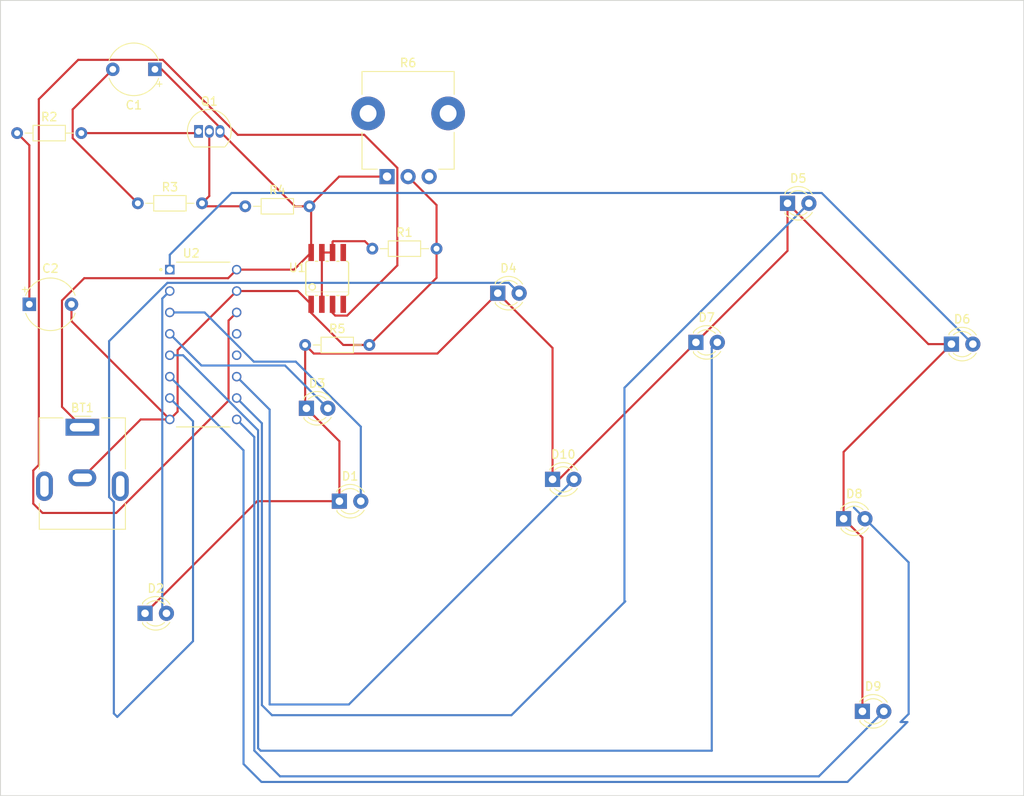
<source format=kicad_pcb>
(kicad_pcb (version 20221018) (generator pcbnew)

  (general
    (thickness 1.6)
  )

  (paper "A4")
  (layers
    (0 "F.Cu" signal)
    (31 "B.Cu" signal)
    (32 "B.Adhes" user "B.Adhesive")
    (33 "F.Adhes" user "F.Adhesive")
    (34 "B.Paste" user)
    (35 "F.Paste" user)
    (36 "B.SilkS" user "B.Silkscreen")
    (37 "F.SilkS" user "F.Silkscreen")
    (38 "B.Mask" user)
    (39 "F.Mask" user)
    (40 "Dwgs.User" user "User.Drawings")
    (41 "Cmts.User" user "User.Comments")
    (42 "Eco1.User" user "User.Eco1")
    (43 "Eco2.User" user "User.Eco2")
    (44 "Edge.Cuts" user)
    (45 "Margin" user)
    (46 "B.CrtYd" user "B.Courtyard")
    (47 "F.CrtYd" user "F.Courtyard")
    (48 "B.Fab" user)
    (49 "F.Fab" user)
    (50 "User.1" user)
    (51 "User.2" user)
    (52 "User.3" user)
    (53 "User.4" user)
    (54 "User.5" user)
    (55 "User.6" user)
    (56 "User.7" user)
    (57 "User.8" user)
    (58 "User.9" user)
  )

  (setup
    (pad_to_mask_clearance 0)
    (pcbplotparams
      (layerselection 0x00010fc_ffffffff)
      (plot_on_all_layers_selection 0x0000000_00000000)
      (disableapertmacros false)
      (usegerberextensions false)
      (usegerberattributes true)
      (usegerberadvancedattributes true)
      (creategerberjobfile true)
      (dashed_line_dash_ratio 12.000000)
      (dashed_line_gap_ratio 3.000000)
      (svgprecision 4)
      (plotframeref false)
      (viasonmask false)
      (mode 1)
      (useauxorigin false)
      (hpglpennumber 1)
      (hpglpenspeed 20)
      (hpglpendiameter 15.000000)
      (dxfpolygonmode true)
      (dxfimperialunits true)
      (dxfusepcbnewfont true)
      (psnegative false)
      (psa4output false)
      (plotreference true)
      (plotvalue true)
      (plotinvisibletext false)
      (sketchpadsonfab false)
      (subtractmaskfromsilk false)
      (outputformat 1)
      (mirror false)
      (drillshape 1)
      (scaleselection 1)
      (outputdirectory "")
    )
  )

  (net 0 "")
  (net 1 "VDD")
  (net 2 "GND")
  (net 3 "Net-(C1-Pad2)")
  (net 4 "Net-(U1-DIS)")
  (net 5 "Net-(D1-K)")
  (net 6 "Net-(D1-A)")
  (net 7 "Net-(D2-A)")
  (net 8 "Net-(D3-A)")
  (net 9 "Net-(D4-A)")
  (net 10 "Net-(D5-A)")
  (net 11 "Net-(D6-A)")
  (net 12 "Net-(D7-A)")
  (net 13 "Net-(D8-A)")
  (net 14 "Net-(D9-A)")
  (net 15 "Net-(D10-A)")
  (net 16 "Net-(Q1-C)")
  (net 17 "Net-(Q1-B)")
  (net 18 "Net-(U1-OUT)")
  (net 19 "unconnected-(U1-CV-Pad5)")
  (net 20 "unconnected-(U2-CO-Pad12)")
  (net 21 "unconnected-(U2-ENA-Pad13)")

  (footprint "LED_THT:LED_D3.0mm_Clear" (layer "F.Cu") (at 196.5452 65.2272))

  (footprint "Capacitor_THT:CP_Radial_Tantal_D6.0mm_P5.00mm" (layer "F.Cu") (at 155.8544 38.6588 180))

  (footprint "LED_THT:LED_D3.0mm_Clear" (layer "F.Cu") (at 239.8268 114.8588))

  (footprint "Resistor_THT:R_Axial_DIN0204_L3.6mm_D1.6mm_P7.62mm_Horizontal" (layer "F.Cu") (at 173.6852 71.374))

  (footprint "LED_THT:LED_D3.0mm_Clear" (layer "F.Cu") (at 154.681 103.2256))

  (footprint "Resistor_THT:R_Axial_DIN0204_L3.6mm_D1.6mm_P7.62mm_Horizontal" (layer "F.Cu") (at 181.6608 59.944))

  (footprint "ICM7555:PHOTO-SFH6721" (layer "F.Cu") (at 176.3014 63.4746))

  (footprint "CD4017BE:DIP794W45P254L1969H508Q16" (layer "F.Cu") (at 161.5872 71.3232))

  (footprint "Potentiometer_THT:Potentiometer_TT_P0915N" (layer "F.Cu") (at 183.4024 51.3912))

  (footprint "LED_THT:LED_D3.0mm_Clear" (layer "F.Cu") (at 230.9368 54.5592))

  (footprint "LED_THT:LED_D3.0mm_Clear" (layer "F.Cu") (at 203.0476 87.3252))

  (footprint "Resistor_THT:R_Axial_DIN0204_L3.6mm_D1.6mm_P7.62mm_Horizontal" (layer "F.Cu") (at 153.8224 54.5592))

  (footprint "Connector_BarrelJack:BarrelJack_CUI_PJ-063AH_Horizontal" (layer "F.Cu") (at 147.2396 81.138))

  (footprint "Resistor_THT:R_Axial_DIN0204_L3.6mm_D1.6mm_P7.62mm_Horizontal" (layer "F.Cu") (at 166.5732 54.9148))

  (footprint "LED_THT:LED_D3.0mm_Clear" (layer "F.Cu") (at 177.7492 89.916))

  (footprint "Capacitor_THT:CP_Radial_Tantal_D6.0mm_P5.00mm" (layer "F.Cu") (at 140.9484 66.548))

  (footprint "LED_THT:LED_D3.0mm_Clear" (layer "F.Cu") (at 173.8376 78.8924))

  (footprint "Resistor_THT:R_Axial_DIN0204_L3.6mm_D1.6mm_P7.62mm_Horizontal" (layer "F.Cu") (at 139.4968 46.228))

  (footprint "LED_THT:LED_D3.0mm_Clear" (layer "F.Cu") (at 250.3932 71.2724))

  (footprint "Package_TO_SOT_THT:TO-92_Inline" (layer "F.Cu") (at 161.036 46.0248))

  (footprint "LED_THT:LED_D3.0mm_Clear" (layer "F.Cu") (at 220.0656 71.0692))

  (footprint "LED_THT:LED_D3.0mm_Clear" (layer "F.Cu") (at 237.5916 91.9988))

  (gr_rect (start 137.5156 30.48) (end 258.9784 124.8664)
    (stroke (width 0.1) (type default)) (fill none) (layer "Edge.Cuts") (tstamp 3821e95a-fae9-4156-8c20-067af135d3ef))
  (image (at 202.5396 77.5716) (layer "F.SilkS") (scale 0.67367)
    (data
      iVBORw0KGgoAAAANSUhEUgAAA4YAAAL+CAIAAAB+F51CAAAAA3NCSVQICAjb4U/gAAAACXBIWXMA
      ABXgAAAV4AGNVCw4AAAgAElEQVR4nOzdWXMb55U38Kc37AABAiABgiBIcN9ErZZjx47j2PGSxHGN
      k0kqmZvJfIK5ms8wVXM5l1NTqVlqUklNJpNtkryOt9iWbdmSTVEU9wXcABIAsW+N7n4vjvC4BUqK
      7ciSKf1/FyoKBBtNkCBOn+ec8zAGAAAAAAAAAAAAAAAAAAAAAAAAAAAAAAAAAAAAAAAAAAAAAAAA
      AAAAAAAAAAAAAAAAAAAAAAAAAAAAAAAAAAAAAAAAAAAAAAAAAAAAAAAAAAAAAAAAAAAAAAAAAAAA
      AAAAAAAAAAAAAAAAAAAAAAAAAAAAAAAAAAAAAAAAAAAAAAAAAAAAAAAAAAAAAAAAAAAAAAAAAAAA
      AAAAAAAAAAAAAAAAAAAAAAAAAAAAAAAAAAAAAAAAAAAAAAAAAAAAAAAAAAAAAAAAAAAAAAAAAAAA
      AAAAAAAAAAAAAAAAAAAAAAAAAAAAAAAAAAAAAAAAAAAAAAAAAAAAAAAAAAAAAAAAAAAAAAAAAAAA
      AAAAAAAAAAAAAAAAAAAAAAAAAAAAAAAAAAAAAAAAAAAAAAAAAAAAAAAAAAAAAAAAAAAAAAAAAAAA
      AAAAAAAAAAAAAAAAAAAAAAAAAAAAAAAAAAAAAAAAAAAAAAAAAAAAAAAAAAAAAAAAAAAAAAAAAAAA
      AAAAAAAAAAAAAAAAAAAAAAAAAAAAAAAAAAAAAAAAAAAAAAAAAAAAAAAAAAAAAAAAAAAAAAAAAAAA
      AAAAAAAAAAAAAAAAAAAAAAAAAAAAAAAAAAAAAAAAAAAAAAAAAAAAAAAAAAAAAAAAAAAAAAAAAAAA
      AAAAAAAAAAAAAAAAAAAAAAAAAAAAAAAAAAAAAAAAAAAAAAAAAAAAAAAAAAAAAAAAAAAAAAAAAAAA
      AAAAAAAAAAAAAAAAAAAAAAAAAAAAAAAAAAAAAAAAAAAAAAAAAAAAAAAAAAAAAAAAAAAAAAAAAAAA
      AAAAAAAAAAAAAAAAAAAAAAAAAAAAAAAAAAAAAAAAAAAAAAAAAAAAAAAAAAAAAAAAAAAAAAAAAAAA
      AAAAAAAAAAAAAAAAAAAAAAAAAAAAAAAAAAAAAAAAAAAAAAAAAAAAAAAAAAAAAAAAAAAAAAAAAAAA
      AAAAAAAAAAAAAAAAAAAAAAAAAAAAAAAAAAAAAAAAAAAAAAAAAAAAAAAAAAAAAAAAAAAAAAAAAAAA
      AAAAAAAAAAAAAAAAAAAAAAAAAAAAAAAAAAAAAAAAAAAAAAAAAAAAAAAAAAAAAAAAAAAAAAAAAAAA
      AAAAAAAAAAAAAAAAAAAAAAAAAAAAAAAAAAAAAAAAAAAAAAAAAAAAAAAAAAAAAAAAAAAAAAAAAAAA
      AAAAAAAAAAAAAAAAAAAAAAAAAAAAAAAAAAAAAAAAAAAAAAAAAAAAAAAAAAAAAAAAAAAAAAAAAAAA
      AAAAAAAAAAAAAAAAAAAAAAAAAAAAAAAAAAAAAAAAAAAAAAAAAAAAAAAAAAAAAAAAAAAAAAAAAAAA
      AAAAAAAAAAAAAAAAAAAAAAAAAAAAAAAAAAAAAAAAAAAAAAAAAAAAAAAAAAAAAAAAAAAAAAAAd5dw
      r08AAAAA/jxJkkRRZIypqkr/lWVZ1/Vms2kYBt1HEARFURhjuq4bhkH/8k9d/4AxJghWq9Visdjt
      drfbbRhGsVgsl8vlcpnfn8iybBiGpmltZ8IY4/c0DKPtqwA+A4SkAAAAxwCPKQ3DEAXBarM1Gg1d
      1yVRlBVFFARN1zVNM1ronoqiuFyujo4Oj8fjcDhcLpfL5fJ4PD09PaFQKBwORyIRVVXffffdfD5/
      0JJMJlOpVLlcpgc1DINCWMMwqtWqrutt54aQFP5yCEkBAAC+0ARBMAxDkiRJkhqNBt1osVhUVRVF
      UZZlURSbzaau67quM8OQFcXhcHi93q6urkgkEo1Ge3t7g8FgNBqNRCKyLMuybDUxDCOXyzWbzXq9
      nk6nd3Z2VldXV1ZW9vf3L1y4kMvlarWaIAiyLFsslmaz2VRVzZR/BbgjEJICAAB8cQmCIElSs9mk
      D9qSoIIg8OwprcI7HI6BgYG+vr5oNDo0NDQwMBAKhdxuNy3T22w2fmQKYUVRpCNQ4NtsNmu1WqVS
      yWQy2Wz2f/7nf5aXl69evZpIJDRNowjYZrNVKhWqHwC4UxCSAgAAfHHxkJQxpiiK1WrVNK1Wq/Ek
      pd1u7+zsjEQiAwMD8Xg8HA739/eHQqFAIOD1eu12u8ViEUVR0zQegFL0yY9vGIaqqpSF5QFus9ls
      Npubm5tra2sXL15855135ufn9/b2ms2mLElNTTu6fA/wl0BICgAA8IVGuUmqE6VEabPZ9Hg8kUjE
      6/VGIpHBwcHh4eF4PB6NRj0eD4WhiqKIokhNTs1mU9M0SZKo+YnCUIopdV2ndiVBEOj+9KAUm2qa
      Vq1WDw8P5+fnL1y48NZbb83OzmYyGV3TWKvM9J49L3B/QUgKAADwhSYKgsPprFQqhmGEw2HqUhof
      H3/kkUeCwWAoFAqFQj6fz+l02u126spnrUZ4Xdd5TpQSrubPMsYoVKUaAPOneDKVvqRcLu/u7l68
      ePH111+/evXq/Px8sVg0TO7B8wL3F4SkAAAAX2iyLPt8Pk3TxsbGfvjDH0ajUVEUqVmetyjxSJTd
      mLk015tS8WhbYEqr+RSYmr+cPkXRqqqq1G5/eHi4sbGxurr6j//4j1evXuXHRFQKfzn5Xp8AAADA
      McaTi8QcmdFSOH18Q+Vl606iKEqSJAqCwZiu65qmUWKSPi+KosPh8Pl8wWDw2WefHRsb6+npOXPm
      jNfrbTabsnzLd3B6LF42ylrxJT83Ckx5VxMPUukE+NhRvr5PhxJFsbOz0+PxDA0N7e3t/fSnP52b
      myuXy4qiUC0BD3yPntJdCFgFQaBJWPy/5iKEthzwJznap3hsxON3AkJSAACAz+720YhhGAJj5nvw
      4O/jZKTpOKIoUiTa1dUVi8UmJyfHx8f9fv9DDz0UjUb1Fh5oHo2cKDQ0L9azVkxmjsyIOTDlR+NF
      q6IoUjzKu/Lp9o6Oju9+97v0JbOzs41Gg2JrKhS46fNgDhA/P0brseiEtWaTPySPsM0nQxcMbUHq
      pwtGW1/DEJT+xRCSAgAA3HmSJBk0KJQxdos6OT6GyWKxuFwur9fb09PT398/ODgYj8f7+vr6+/u7
      u7upF75SqTDGrFYru1kczAtAaaclcxxJqHVJ07R6vV6pVGivpmq1SoNO3W632+3u7Ox0u9085KWp
      T8wU+9LxNU0LhULf+ta3qCt/bm6u0WjQPk+6rrPPENLdIRSMioIgUnxMN5pKEVgrCuffV9sR6HnT
      MXX1XkBICgAAcOd9HBKZAiBanWeMiaJotVodDofb7fb5fIFAIBKJjI6ODg4OjoyMhEKhjo6Otu54
      Pi2fmXKf/OFozZ0G2vN1eUEQdF2vVCqFQqFQKGQymf39/VKplM1m0+l0Op3O5/OlUokxRkP1x8fH
      x8fHw+Gwz+ejgVC8R4rqSul7of/GYrFvfvObxWJRVdXl5eV6vS6KoiTLbbuP3jV0bpqmGa1Yn26/
      SfBO97+xxqD9CYW7DiEpAADAHXY0ZORkWXY6nX6/v7e3NxqNxmKxgYGBSCTS3d0dDodp1j1jjCY3
      UYjJGJMkyWazUYjZNiGfPyKv+KSwtVqtZrPZVCq1ubm5srKSSCQSiUQymWw0GtVqtVKpVCqVWq3W
      aDQMw6BNR3t6esbGxk6fPn369OmhoSG/389TrRRMU0wsiiIt1g8MDDz//PN0kJWVFYExQRTvYEh6
      0wDxVtlLHjrTf3memM7KnChl/AfUeiYFQaDP0UXDnTp/+FQQkgIAAHx2R6skKRgy77GkaRptreRy
      uWiHz1gsNjw8PDAw0NPTEwgEPB4PZR8pE8kXjvkCOu0aas7qtRWSUhjaaDQKhUKxWCwUCtvb2wsL
      CwsLC6urq9vb25lMplQq0TK9cCNRFEulUj6fTyQSc3Nz77333rlz57785S+Pjo6Oj493dHQcfXT6
      BhVFmZiYUFWVHjSZTN6qlvSzPbE3/8Qna076+Mtb1wf8tNsCU9OBDeMWFbpwFyAkBQAA+OzaSg95
      npLKK51OJ5Vp9vT0DA0NxWKxkZGRnp4en89H3esWi4UxpmmaqqrmYkdaf6coUDC14bNW9MkHjqqq
      WqvVSqVSuVw+ODhIJBJLS0ubm5uJRGJra+vg4KBYLPIZT9cnALQe6OM8YmvfpnK5PD8/v7+/Pz8/
      39vb+53vfGdmZmZgYMBms/FB+rqu0+lRenVmZqZcLheLxf/3//7fwcHB3f4BmJjjeBrmT/td0R4B
      FovFYrFomlapVKrVar1eNxdF3MPTBoKQFAAA4LMzt7ezVoqU5iX19PRMTEyMj49Ho1EaI9rV1eX1
      es0bzTNT4SOt0VPDEw+VBEGQJImvhlMOlR6Ch6Gbm5urq6uJRGJnZyeZTCYSiUwmUy6XeX8S3Z8O
      brTiSs0wzIflLfa6rlOZ6cLCQjqdfv7551988cWBgQGKnlkr78trVZ1O5/nz51VVbTQaL7/88uHh
      4V142o+ib4u2raLvxel09vT0RCKRSCTicrl8Pp/Vaq3VaqlUamtrK51Ob25uUvVCvV5XVZVfANyT
      8weEpAAA8MD5S2YSUcEmX143TBsd2e12l8vV3d3d19c3PT09ODg4MTExODjo9/upV6kNz33yaI9r
      Gx3KY0rGWLFYzGQy+Xx+ZWVlZ2dnfX19ZWVlY2Mjk8nkcrlardYWHzPGNE1rNpttzwAzhV/mKkx+
      S61We+ONN+r1us1me/755/v7+xVFoRPjw0opqHW73Q8//LCmaY1G49VXX6VomJ+/Odd7mydWuHGH
      Ur7ILpqebfMFAL+nLMt2u11RFFmW6cmn7az8fn80Go1EIsPDw7TllaIotVotnU4nk8nDw8PLly/n
      8/l0Or2xsbG1tZXL5SiBqqrqrc7Q/B0dPWf4SyAkBQCA+9ZnyHjxWI0vl1NUJEnS9Zmgoii1lrk1
      TdN13ePxWK1Wj8czOTk5MjIyNjZ29uzZ0dFR88AmHmLyOfas1ZHT9kDmZXq+o5Ku69lsNp/PFwqF
      jY2NS5cuLS0t7e3t7e/vJ5NJ2tuTztAcHh0NNLmbtvuY0bAnURQvXrxYrVabzeZf/dVfRaNR+ire
      9sQTq16v9+mnn1ZVtV6vX758OZVKMcZkWRYFQW02+S4AR8+E1wPwM6HQk8Jf6vGioadUMEA5WkmS
      LBaL3W73eDyhUGhoaCgYDNpstr6+vrGxscHBwe7u7pteBthstt7e3t7eXsbYU089JQjC/v7+4uLi
      wsLCzs7O5ubm4uLi1tZWqVTiE7KYKYt8fdDVjYOxGKLSOwEhKQAAPHB4uqstkrg+QV0QRBq3ZBia
      aXRos9mkGEUURbvd7nA4rFZrR0fH5ORkJBKJxWKPPvro2NiYxWKhL+HH5PEfBXA86jI3QlF0K8sy
      n7WkqmqlUmk0GqVSKZ1OX7p0aXZ2dn19fXd3d29vL5vN0inV63WjNQdeuNND6RVFaTQaS4uLP/nJ
      TxRF+fa3vx2JRHhkxnv86fm02WyPPPJIo9FQFOX111/P5/PNZtNisfBY2Rzus1YVgSgIRitSZ4xR
      g7x5OD8lYhVFcTqdlOkURdHn80Wj0YGBgcHBweHhYZqcZbfbzU+4OdN8K4ZhBIPBrq6uxx57TFXV
      7e3tubm5ixcvLi8vb25ubm9v53K5arXKWpnsarV69KLiTj3bDziEpAAA8MAxzzY6mqLTDcOg6aGt
      hnRd0yqVisVi8Xq9Xq83HA7H43FKxfX19Z04ccLv98uyTN0zzWaTgkvez25+6LaNQPnoIlEUKS9Y
      q9WoXWl/f397ezuVSq2srKyvr1+7dm19fb1cLvOMXblcZqYsHZ94yu5c0s7QdVmW643G+++/T01X
      3/jGNygqZTe2E9HH4XD48ccfpxTjxYsX8/l8rVZTFIVCW/6EmBPDTU1jpumt15OvglCv1xVFoalY
      HR0dnZ2d4XA4FosFg8GOjo5IJDI4OBiNRj0eD/9R8nCf/1h5Pvum+JnT/WVZHhgY6O3tPXPmDFVE
      XLly5cqVKysrK5SKVhsNPmv2U9UkwCeBkBQAAB44vLDSHE5RyCUw1tQ0c5hIXdterzcYDMbj8aGh
      oZGRkdHR0Xg83tnZWavVbDYbT4uqqqqqqtPpNC/E88c9mrfjIRqf37S7u7uxsbG+vr68vLy+vr6/
      v7+1tVWpVOhrKbFqtVqp552OoGuaZmqiv4Mt5A1VtdlsoiA0Ne3SpUsUe73wwgs9PT28koGHmHQC
      wWDwa1/7mqIoDofjrbfeyufzvN+fTvh6mSljzBSe8ppXCg1FSeoOBHp6evr6+qLRaF9fX29vbyQS
      6enpCYVCDoejreSAp5kph9p2GXAr5moKVVWpL0qW5VAoFA6HZ2ZmvvzlL6+trV25cuWDDz6Yn5/f
      2dk5PDykXijWiv55HHxHnvAHGdrKAADgvnX7RVseD/HYjkdOkiTZ7Xav19vV1UVbK01PT4fD4Wg0
      GgqF/H6/2+1mpjpRygVaLBaayqQoirk8tK1ylP+Xb+9ZLBb39vaoipGWjPf29g4ODgqFAjPtgSlJ
      ksCYbhg0MYqWknVN00zz4SVJojTtHXmi6PztdrthGLVaTdf1xx577G//9m+fe+65rq4uURQpuOc1
      r3QcVVX39vbeeuutl19++YMPPkgkEqVSieJXnrwURZGiUponQBURFovF6XSGw+FgMHj27NmxsTE+
      upW2s6Lw0TwP31yDwUNbZlq+Z3z01REUAZsvGwRBoNZ7qqCg4xQKBVrEn5+fv3DhAl0qlMtlSRQl
      SdJaBa+3egI/1Q/iQYaQFAAA7lu3ChREQZBkmdbQVVWluEoUBMViofReKBQaHh6enJwcHx/v6+vz
      +/1+v9/pdJrnN1FqjfJqFCPSSHl+B4qK2mImiqgajUa5XM5kMolEYnl5eW1tjRrnc7lcNpul4kXW
      CrnMK918eZrwKU7X76Pr+meKgW4Tu1NQ5XA4Go1Gs9l0Op1nzpz5+7//+8cff7yjo4O1Gn046klS
      VbVYLG5vb8/Ozr722msXL15MpVKqqmqtDLQ5QlVk2WK12my2WCx2+vTp8+fPDw8PB4PBcDjs8Xh4
      vEvPQK1WazabdAHQVpzKy1V1nRLH10+srVii7bvj7UqstdDflv2lgxiGcXh4eO3atQsXLvzmN7+5
      ePFiuVymylf6idzm2YNPAgv3AADwIKKiT4oYZFmmIUHxeDwej4fD4YGBgaGhoXg8HgqFKBnZlmkz
      DKPRaKiqSm31tIxOnT28JtK8Rm9OiNJETKoQpX0+9/b2CoWCpmk8wqK+H+oNovpR/riMMUWWZUWp
      1Wrm89F1/Y63N/FvgUppZVmuVqvvvffeT37yE1EUv/zlL/t8PmYK7HhrvCRJgUCgq6trcHBwZGTk
      zJkzly9frtVqxWKRNpcqFArlcrnRaGiaRhuZTk5OTkxMTExMjI2N2e12qiXl/fgUKdIzTHuuUm6V
      MprUUkYVAnw07Cf8Hvk9aTmeolKKg5vNJo0doMP6fL4vfelLAwMDPp9PEIQLFy7U6/XbxKPwqeBJ
      BACAY++mcdif7WuhPvqOjo7e3t7h4eG+vr7HHnvs1KlTHo/H4XDwfBuFHVQeygOvtgNSMz5lTOm/
      lMOjTGq9Xs9ms9vb28lkcmFhYWlpaXV1dXV1NZPJtI0LlURRkmXDMHi4TGcrSxJl49ru3/ZNUShG
      mchP/uzd5rkyDMPpdFJlgmEYbrdb1/Vater2eP76r//6Rz/60YkTJ6jPnRc/8IQlnSpPRReLxWq1
      msvl0un0wcHB/v4+7XGazWaHh4fPnTs3NTUVCAR4DFqv1+k5rNfrVNTbVvjLqyZ005BUsdWtb5jQ
      T5Av08uyTENMRVHkQS3dk0JPuief+sRMXWj0VXt7ez/72c/+8z//86OPPmo0GuZBCkefwE/1g3iQ
      IUsKAADHgzncYabQhOIVii3MoZXVaqVoRmDMaHXVUMiiKAq1K01NTZ07d25mZmZycjIQCLDW6rDW
      agMXBMFms7VFbOYH4mvHtHElHcFisdTr9WazeXBwsLa2du3atfn5+ZWVlb29va2tLaoQNX85MQxD
      03WtNQvTfLt660j0hi/XNL6U/6ncKnISBKFSqfCPS6USfZzL5f7whz84nU5JkqampihVzEw/FKG1
      JyrF1oIg+P1+xhgNBDVrNpttI5/oR2C1WinIo8C07YmiAJGiXsols9aQVEptUvFApVIplUpvv/12
      Pp/PZrO1Ws3tdkej0aGhoXA47PV6qX2NMUZRKS8kZa2fMh2KLjb40P5wOPz9739f1/VCobC8vGzo
      OmPMarVWq1Vznviz/SweWAhJAQDgeDA3rDBTUpDSYBT3UFcKr7akXh/6wGKxeDye7u7uzs7Oqamp
      mZmZ6enpyclJPkWItYoR2+pBeWZUMPU/UfGoYRhUXcpvbzab1Wq1Uqm8+uqra2trS0tLCwsLGxsb
      h4eHt2mCOY729vb++Mc/2mw2RVEmJiYURalUKpqm2Ww2HppTfe3tv2sewJnjTnOWt20JnrYAtdvt
      tGMTa1WONpvNWq1WKBRoZMHa2loikUilUvl8fn19vVKplMtlKrQIBALd3d0+n8/tdkcikampqZMn
      T/b39zudTioVoNS4pmlWq5XyqYZhVCoVVVVdLpeu6xaLxe12nz9/fnl5mYYkMMYa9Tqdod1up6fi
      jj7f9z+EpAAAcDzwAJS15onyHYYsFovWbOqGQcEi3Z8nUKllfnh4eHR0dHh4OBwOnzhxwufz8VhH
      b20NSmEEr0fkBzFak+H5mZi3AKWMnaZpu7u777///jvvvLO8vHz58mWass5DE8q0feZE5hdNvV6f
      nZ2lvODf/M3fDA8PU3R+tOiW56dvehwKK6nYgOdKaZxTW3KUMabrut1u50UUVFFweHiYzWavXr36
      8ssv026r+/v7BwcH+XyehqGar2Tq9TqFrRaLpVwq2ez2rq6ueDw+NTX10EMPnT9/PhKJWCwWGuxF
      Fx50hjabjW/H1Ww27Xb7zMwMlWT87//+b7Va1QyDFv01TaM0ORKln8r9c7kGAAAPCPPyPWNMkiSr
      1UojivgyusVicblcJ06c6O3tpZzo2NhYT0+Pufm6rU2eggmefDUHQ6qqVqtVq9XatkJNCdpEInH5
      8uX33nvv8uXLi4uL+/v7mqZJomiY5jcZrcGZt0kZfgHrDm91tvxHIIri6OjoSy+99L3vfW9sbIzn
      R83jrngV5qd6aEoqm38Q5uecanMXFxevXr26trZGFRGJRKLtJG1WqyTL1AfGA1x+BUJJdP60x+Px
      p5566qtf/ero6Gh/f7/X66WF+3q9LrRazVgrKUs9T/l8/g9/+MO///u//+7//q+paTabjaYl2Gw2
      ytx/qm/5AYeQFAAA7o1PvYrdeoeXJImv8xqmzCgNOY/FYn19fX19fd3d3c8884zP5+vu7j6ab2tj
      7q1mppCL8CV7xpiu6+VyeX9/P51Op9PpH//4x8lkcm1tLZlMGrpuMCZLks1uN+dH7z+iKNpsNlEU
      6UogHo9/4xvf+Na3vnX69GnqwefDqtqC+6PM6WfCZzlxqqqWSqV8Pl8sFj/66KMrV67s7+/v7Oxs
      bGzs7u5WKhVmGIIoXt+59NNMwqJ1eWr8Z4y53e5gMBiJRL70pS8988wzMzMzlE2nXw9eTqqqaqPR
      oIn9uVzu1Vdf/ad/+qcPP/yQz0BQFOUzNJk94BCSAgDAvfFpQ1Ke4mq73W63R6NRn88Xj8enp6fH
      x8dpvrrP5zPHl+YR6PV6nbWWjCkbRyWPfE/Oo+dGEzH39vZWV1epXWltbS2VSl29evV6O47FIsky
      JdUMw5BEUW8Vv/Lo+X5Km1H4TtlfSRS7ursHBwe/8pWvfOUrX4nH4729vebahtvgezvdVDqdpo2s
      lpaW1tfXk8nk9vb2/v5+rVajBjLK1EqiKAgCDSugLKb5euBW9az05dSXpmka/YbQD6uzs3N8fPz0
      6dO0mh+Lxa7Hu4Yht37KFJdTVPpv//Zv//Iv/zI3N8cQj35WCEkBAODe+Ay9Pjykk2XZ7XYHAgG/
      3z84OPjtb3/b6XR2dXVFIhG/3399c6DWTjyUA6OmeN7HTZEQP4ebBqN8k8/9/f35+fnDw8Otra31
      9fXV1dXt7W1qP3e5XPV63TwilDEmCoIoipppnyH+Ld9PUSljjBKHGoWGkuT3+8fGxs6cOfPII49M
      T0/39PQ4HI7bjwiluJB+ZHQLVYguLCxsb2+vra3Nz89fu3ZtdXWVWsR4EtRcuUExpXlXp+vVF4wZ
      jNVbjUec0KJT5CoIdDiq96Xtr6glbnh4+MUXX/zud787Pj7OjmwJSx9rmpZIJP75n//5X//1X/O5
      nN3hqFar99kP+i5AexMAABwbkiTZbDa/3x+Px0+ePHn27FmKe9xuN68BNQdAVAJI+3zyJCvt/UOl
      jRSb8n0p6b/NZpOW5jc2NlZWVhKJxMbGxtzcXKlUKhQK9XpdazY1XRcYkxWlVCrR3CLzeWqGobXm
      dPKurKN3O+544QQTBGr6Odjfpy2O3n777ZMnT545c2ZqaioSiXi9XtqC9Shzjamu6zs7O3Nzc4uL
      i2+++eb29nYqlcpkMrVajfex8ToNao2nhCjfCIpomqZrGjMFjm3PPG+S40WiNDSKDkXBqKZp1Wr1
      2rVrbre7v78/GAx2dXXRjZIk0ao9Ba9WqzUUCj355JOvv/76Bx98QD1V919e/POGLCkAAHx2H+cU
      P8F778cVma078zCR1x2aO0joXhSI2Gy2zs7Onp6e8fHxr371q6dOnQoGgw6Hg/dlmzc355WgjUaD
      b1bOP2veY6lNKpWivT0XFhZor/lkMpnL5Wq1GvVCHc16fpL12bZ+rPvA7dueGGOSJDmdzlAoFI/H
      BwcHwz0gvZMAACAASURBVOFwIBBwOp0dHR0ej8flcnk8no6ODqfTSZP29/f3l5aWrly58uGHH169
      enV7ezuTyVB62/wMm5/JWwWan/l74V9OLXL8/263++GHH/67v/u7559/3uVy8b4rmqhKkTFtsvXG
      G2/8wz/8w9zcnCAIsiTxabKiIDBEqH8OsqQAAPAZ3RCVCAK79bh13ivNK/x4VMEYow116EZd0/RW
      U5Esy52dnQMDA+Pj44ODg2fPnp2cnKRWeuqtoSPQQEqr1UoHMUdLNGXdaG2MTjFxWzhVLpcTicTC
      wsL6+vri4uLGxkYmk6ERQvRVlIG7aRD2CSOMByoQoSdKazbz+XypVNra2vrggw/o4sHpdLrdbpfL
      Rdu30seRSKRSqezv729tbW1tbe3s7KTTaeqaOnpw8zN5p57Vo8cRWmWydLFUKpU+/PDD//qv/1IU
      5fnnn7darfSbTLXI1wsAdN3pdD700ENPP/10IpEoFAqa6fwNpAA/AYSkAABw9xxNax1NNDocDq/X
      29PTMzQ0NDExMTk5OTY2FgwGKRKl+1B/iSzLt5nETq3clG1VFIW6bXgRYblcXltbm5ubu3LlCsWj
      BwcHpVKJMnOUnOOVAOZgGm6Pb/5JS+HlcrlarVL1pSiKYqvMl0Z3UVkFbbOkqqqqqtTbfqtrgLuD
      DwrQW7LZ7Jtvvmm1Wn0+3/nz5ykqbUt+C4Lg9Xp/+MMfJhKJX/3qV5Sh5xvA3iqzCxxCUgAA+BxR
      MztPOPEbKVhkjFHLs8vl8vl8fr+/o6NjYmJiYGAgFosNDg52dXU5HA6bzcb3e6T4klbzeZLVbrfz
      +ICHMrSiypOp9NnDw8N8Pv/HP/5xeXl5fX2dNvksFouNRsPQdaE1R5P6uHmtJMKIT4iXV5obgK5/
      IIpMEKgS1LxfK3UgmX83GGN8T4R7gldo0O8P9U7lc7l33nnH5/M5nc6zZ89KkmSeaysIQqPRsFgs
      ExMTP/jBDzY2Ni5fvmxeE2h7QvAbdRRCUgAAuDNuldbiiSKKMwhtz+N0OgOBQDQaHRwc5FsrhUIh
      p9NptVopEm07mmHaf9K8+s9aoSSvHDUPxcxms5ubmwsLC3Nzc5ubm++//34mk6nX641Gg28ExRgT
      DIMHCzxoQPTwKRiG0RpfYI696EfObozGeG0lJU35hgV051s96Xche8qvQ4xWlTNjTNP1vb29l19+
      2e/3BwKBeDzOi5VpnoMsy6qq2my2J598cmFhIZPJtI3ubzt//F61QUgKAACfr7a3XpvNRn0tjz76
      KI0l7+/vj8Vi1DhvtVp5/3vbcXjClcc6pG0oD33QaDSoQjGbzSYSicXFRepY2tnZKZVKNNLSXCTK
      KwLNZ8uDWizcf0KiJFEVJg83+fOp6zqvNua9ZUJrFiyVERumOPUeo5Nn10+IblNVNZFI/P73vx8b
      G4tEIlQNQt+CpmlWq5VmP3V0dLz00kvb29u/+MUvMpkMfYP8l+3e1iR8kSEkBQCAz5cgCIosO5xO
      r9cbDocHBwfHxsZ6e3tPnz7tdrvtdrvdbrfZbNQsQjMpRVGk2JSOYF4952upws3Gi1YqlUKhkM1m
      k8nk/v7+n/70p4ODg0QiQavzlUql2WzSSivf+vJ6DGQYRmvJmDEm0Kdac4K+EEHScUAL92230Ac8
      VKUbab3eMA3nYqaZWYIg0LL4Xf8OGJ0GnZskSQJNhDAMQRBEQdB1fXV19de//nUkEnn44YdpXAC/
      KJJluVKpCIIQj8dfeumlfD7/m9/8plqt6rrOv98bnhQwQUgKAACfI0mSvF5vf3//zMzMzMzM0NBQ
      JBKheUAul6stLqSIhDJPlLM0bzrflr9krQjGMIxKpcInia6uri4tLS0sLNBIy2q1Sq0zRmukFK9J
      pYJRvgWRuU9FoKk9rc3Q78UzdzwZhnGziEswpT+vJwtv1vHDrz3ueR7x45+7IPBCDp0xWZIajcbb
      b7/d3d0djUaHh4fpnnRBRWMfqKj03LlzyWTylVdeaTQahmGYR1Lg9+mmEJICADzQzPteHiUwJrTK
      Mc2L2jxMZOZEoymFqciy2+MJh8NDQ0PPPfdcOBzu6+sLBoO0NE85MB5l8s4nnm3i//IdQds+xRjT
      NK1QKKTT6Uwms7m5ubW1RUvzyWQyn88XCgVamm/rm2mLPg3TqFGBT440DA09KLd1y2fmFqGkwZhh
      Hop061lOf/Ya4C78UMy/z+ZHpN+WZrOZSqXeeOONyclJr9cbCATo2ob+5X17Ho/n8ccf//a3v/3K
      K69sbm4KgqAoCm1VRTt+0cB/4BCSAgA80PRWpkoUBEEUb5qmMgcBfENwPsOcv38rikIj0CORyPT0
      9JkzZ2KxWCAQGBkZURRFURSemGSMSZLUaDRoK0her8m7rQXTXPG2TT5rtVqqZXd3d2dnZ3d399q1
      a9lsNp1OFwoFVVX5Uv4nmW15NMShVN5f/NQ+iO6PIN4cgx79FBUnbG9vv/HGG0NDQ3z53miVNfOe
      vJ6enhdffDGXyyWTyXK5zAdN3MOahC8yhKQAAA+0jxdP2Q2dHOZPC6YiS6M15YdyjaIoOhwOj8fj
      dDp7enrOnTt34sSJnp6e3t7e3t5ep9N5q8cVWlPree6zLQY1n0m9Xi+VSul0em9vb2dnZ2FhYWVl
      ZXt7O5vNViqVSqWSy+XorBhjdFhMboI7jre7CYJQKBQuXrwYiUS6u7unpqZ45Yn5/pIknTt3bmNj
      Y35+fmFhodls2u12TdNoKR81ym0QkgIAwA3JQsGUmOSL8vztkxI8tL1nR0eH3++PRqN9fX3xeHx0
      dHRgYCASidAgcVrilGWZj9Exv2cbhvHxjk2tVXvzKVEjc6FQ2N3dXVlZWV1dXV1dTSQS+/v7qVQq
      n89ThShjjM8P4ke+C88YPICuT4PSNMaYqqqbm5svv/zyyMhIJBLxer1ia5GBX19JkuT3+x955JHZ
      2dl0Op1KpQRBsFgstB0Aw+T8GyEkBQB40PFUJc+Y0gY8hqkNiDFGI298Pl9nZ2ckEonFYtFotLe3
      t6+vLxQKBQIBn88ntGbLt9V98jdp/kCU1OSxr2DapF7TtHw+v7u7S6PsFxcXFxcXt7e3Dw8PKQyl
      rUHNlaZH39evP9Atxlve8+4ZOKYMXdd0XRRF6nNaX19/5ZVXQqHQM888Qx1ObePxJUkaHBx87rnn
      dnZ2XnvttWqlIrTyrPzlxnAdxRhDSAoAAIwW5Q1Daw2KN/cA2Ww2t9vd2dlJcefg4GB/f39fXx9l
      hmibckr8qKpKm3Yapk52VVXNW4HzR+T7KvFINJfLHRwcHB4ebm1tbW5uUiS6s7NzeHhYLpfpfK7X
      ubYOYtw4+dKcgjX4XEmAO4QvJQiCICuKwVi5XH733Xftdvvo6GgsFrNYLHy3MApJm82mw+H40pe+
      lEwmDw4OLl++XKvV6G5t/YKIShGSAgA86Hj0Rh9IoijLst1u53vNx2KxeDw+NDQUDoe7u7spEqW5
      oRS81ut1o7UDJ2OMluzb2pKoHYrXj0qSpChKvV4/PDzM5XKZTGZlZWV+fn5zc3N5efng4IC65vn6
      pnlpnp80v/360v/NtqYEuFPaWu+pV4n6nKanp1944YV4PE5XYvx3r9lsSpIUCASeeuqpVCqVy+VW
      Vlb4Ac2RKKJShKQAAA80WjWnAZyKLFttto6ODrfbTV1KAwMDAwMDlB/t7Ox0uVzmwU983x3elvRx
      s1TrRioJNVem6rper9fL5XKlUtnb21tYWLh27drq6urW1ha9Z5dKJcO0zw3vcf74nI8MhLre7CyK
      ws3qXwHuFBrzpOu6qqp0RdRsNre2tn72s5/RJmQUp1KdtK7rsizX63WLxRKLxZ555pmVlZV0Op3L
      5W4aiT7gv7EISQEAjiV6OzzaV349XGtb0m7hW+NQyzz/AqvN5vf7qUupv7/f7/efPHmyq6vL7/d7
      vV7a7oiOYJjQYymKQtt88zCU8pR8R3t+toIgZLPZVCq1tbW1tbV17dq1ZDK5sbGRSCRox/nroa0g
      iK1kKo96jz4Dxo0jRc2FAebTuCnjCzCMHY6ptupPQRAajcaVK1d+9atf+f3+8+fPU1RKvX3MtD4w
      Pj7+zW9+M5PJvPnmm4V8Xmi9QNqurB7YqBQhKQDAF9etwiajtdGROebjt9NEJ6E12omHgzQ33twV
      ZLPZXC5Xd3f3yMjIyZMnJycnBwcHw+Gw0+lUFIXu1hZrHn1c82omz4MyxvimncViMZfLFYvFfD4/
      Nze3sLCwtra2tra2vr5Orcdt28cbph6RG56H1iPxRzc/IZ92D/oH9o0f/hLmzReY6Re1Wq3+8pe/
      lCQpFAoNDw83m81ms2mxWDRNs9vt9KJwOp1f//rXi8Xi7u7u3NwcXz1g9Dq69RXUAwIhKQDA8cND
      TGba6Ih/9uPUiyAIjEmSJMsyjxcZY3a73ev1dnV1RaPRqampkZGR6enpgYEB8xjRtjCUPqYN5en9
      lcedfCmfPivLMo3Bz2QyuVwum80uLi7Suvzu7m4ikTg8PKzVasVi0bzpOcCxput6sVj88MMPX375
      ZZ/PFwgEaEcJ/gJpNBqMMY/Hc+7cuccff/zg4GBnZ4cxRlPSzDuKPbAQkgIAHD9t2x2ZRyxd37G9
      NTfezOPxeL3e7u7ueDw+NjY2Pj4ejUanp6dtNhutLfIN5VkrEmVHNvM050fNa+WUVa3Vavl8PpfL
      UZHo1atXE4nE5uZmOp0uFovVarU9IXqk6uDzesoAPk+GYTQajWvXrv3iF78Ih8Pf/OY3qZqFv06p
      CkUUxcHBwW984xvr6+uFQqFQKAitLZ3u9Xdw7yEkBQA4fnivD8+Asla8eL26VBAsiqIoitVqtdvt
      brebNvYcGxsbGhqKxWKRSKSrq4veJikYpdZgXhXKY1Nz05KiKHzTJt5c32g0Go1GuVzOZrPb29tz
      c3OLi4sbGxubm5s7OzvlUolq5uiAoiDorYK5tqCZB7hIF8GxQy+Kcrl88eLFkZGRU6dO9fX1WSwW
      Xu0ty7KqqpqmWa3WM2fOPPvss3t7e7Ozs/y1jF9+hKQAAMePJEnmneiN1kgausXhcLhcLr/fHwqF
      QqFQOByOxWJDQ0ORSCQcDnu9XirxpHwnNWFYLBY+UpRm0SuKYo47WSs1S1/bbDbr9TrlRJPJ5O7u
      7sbGxuLi4ubm5vr6+sHBQaVSocSPKEn0ZswzuIxuF0VzSIr3YzjWBEGwWCyqqubz+TfffPPkyZMv
      vvhiZ2eneXgZXe/puu71ep944omNjY10Or25uUkrEvy19sC+ChCSAgAcP4qiUMaFN87Lsmy1Wp1O
      ZzAYjEajNEl0YGAgGo2GQiG/3+9wONp23aQo1mq1mo9M76w0+p7fSGEoDb6p1WrVavXw8HBnZ4dm
      iC4sLCQSiXQ6XSgUyuWyqqoCY0KrtZ8xpmsaRZ98dVJgTFEU2umb3TjLiWH5Ho4hgTGqoq5UKktL
      S7/85S+DweBXv/pVl8vFL7eorpR+yePx+FNPPbWxsVEoFDKZDIWkt5kR8SBASAoAcPyoqkpjZaxW
      K63Od3V1xePxkZGReDwejUbD4XBXV1dnZ6fdbufNSW0B39HIz9wvRfUAlLOh1Xma37S2tkYjnBKJ
      xM7Ozu7ubjqdptYNZmr5p7feZrMpMEYTnfiRdV3XDaPZbJprUtltZzYBfMEZjDUaDVpbqFQqb731
      1sDAQF9f39TUFB95wQu+aXDpqVOnnnnmGYpK6eXwgL8EEJICANwlwo37Wwo3jshm7Obr1kfTJ7QB
      vcViCQQCtLFnOBweHh6enJwMhUKdnZ0ej4fymqy1kRIdm6YkUraGGuT5nCY6Pu07L8syrTBShSiN
      cKIi0fn5+eXl5WQymc1my+UyX9DnXcPmelDDNOje3AvVljGlb5x9gszoA7qcCceBYRhNVaXXgqZp
      mUzm8uXLY2NjAwMDiqLYbDaKOPmwUsaY3+8/e/bsxYsXt7a29lMpTdev71txZDrpAzKsFCEpAMDn
      yJyJpIiMj/bkg0IlUZRk+fpYJdOMT/qAAsRarcYYs1qtNputo6MjEokMDQ2dOXPm5MmT/f39Pp+P
      ds2WWvlIfhDzkCbzKZnHSDHGVFUVRZHGKNbr9VKpdHh4mEwmaV1+ZWVlY2NjZ2cnk8nw1XaOcqht
      p912h9s8RUYrhWu+5c8/swD32g1RI2OiJDHGVFWlW2ZnZ3d2dkZHRx966CFBEBqNBlXX8C80DGN6
      evpHP/pRtVr99a9/nclkBFFkratQCkz5IGF+2PsYQlIAgLvE0HUaXE+BI1WCiqIoShKvv7RYLJS/
      5I3ttFm8y+Xy+Xzj4+MnT56Mx+OnT5/u7u72+/02m+3oRFJ2ZFgppWfoTY62YqI2pkaj4XK5GGOi
      KFJO9ODgYH5+fn19fXZ2dm9vL5FI7O7uFotFDKkBuA2jVWzN49RqtZpOp3/+85+7XK6ZmRmr1Vqr
      1WhsBb2u6dI0Fot95StfWV9fv3jxYrVaZYwJjOmtCRUUlT4gF2kISQEA7pZWhEhZQ/NmmJTjFASh
      2Wzy5nRJkhRF8fv94+Pj09PTU1NTExMTQ0NDHo+nLQzl/+VhLn8/4w8hiiJVoDLGLBYLvTVKklSt
      VhuNxvLy8uLi4vLy8tLS0srKyt7e3sHBgbn9yLxjEwC0Ma85UDFMvV6v1+s//elPg8FgLBYLBoP0
      GpQkiV6blDcNBoNPPvlkNpvN5XJXr141DINm7PORGrzG5r6vNEVICgBwl1itVlEU6/W6+a3F3EJE
      kajNZvN6vb29vV1dXVNTU6Ojo2fPnh0bG1MUhX8VZVMo20rvYfQmx8vUjo6gpwIA+hQFvtVq9eDg
      4J133lleXr506dLVq1dTqVS9Xm87beojprQu70kCgFuhUhlaWNjf3//tb387Ojr63HPPeTweurSj
      3kTeQdjX10djSqlom45ALzd+zAfhdYeQFADgLuEFl5SepLiQMWbouiTLLpcrEAj09vYODw+fOHFi
      eno6Fov19vaaI1GeBG1br29j3LjhO5/UTR1I1Wp1eXn53Xfffffdd2mrz0qlQjEuMyVEWavSgHbr
      /hyeD4D7hzlkpD4/SZKYYeiG8d577/3Hf/xHLBY7deqU1Wo1/x2gy1HDMAYHB7/+9a8vLS2l0+ly
      uWwuJxUFQbvf86MEISkAwF3CF74bjQYFlBaLxePxRKPREydORKPR4eHhwcFBGuHUFolS5Zksy+bb
      +WHZkT4qc7rUMIx6vb6zs7OxsTE3N0e7K62uru7u7lK+lu9ESmkbWt8XRVGS5Y/b51tvnp/vcwRw
      bPE4klY8FEWhFYZyufz666/TQIxoNMpLdKj1sF6v03jg8fHx559//uDg4N133+XD8+lVyVT1QSjm
      RkgKAHCXSJIkiSITBEVR3G53KBQaHR09ceIEbfLZ1dUVCAT48CbGmGEYxWKRGuHNA+15u4N5stJR
      mqYVi8X9/f39/f2FhYXXXnttdXV1aWkpm80yxkRRdDqdNpuN9mGqVquUDeVlrKxVVGDurnhAhtEA
      fGa8m56CSHopFYvFX/7yl93d3S+99FIkEjG/cmnTUV3XeVFpJpNZXV1lrR3ONE0zkCUFAIA7SBAE
      l9tNOdFTp05NTEwMDAyEQiGn02lukL8+YV4QJEnyeDz8yyl5SY1QfKY9H/xJb4Q0j6lUKmUymUQi
      cfXq1Q8++GB2dnZ3d5eCTl3XFUWhJE2xWCyVSsyUZ6UNP83L9DRYij8EP8O7+sQBfOHxIlF+C83N
      aDQanZ2d+Xx+YWHh1VdfPXfuXFdXF+VHa7UaXXDSS8xiscTj8ccee+zy5cupVIpem3SQe/dt3VUI
      SQEAbsk8uZqW2/jCnHkCPKMJoIIgSpIkSY1Gg78zUTKys7PT5/M99NBDTzzxRDwe7+7u9vl8DoeD
      vpzPDeWrdVRk1mg0KDlKoaR5Od6cHKUPcrlcKpVaXl6mAaJra2vr6+u7u7u5XK5er5ub5duaq8wf
      H60ZvT4t9Wb3BwDuNu3w+XyeXoAXL1782c9+5nA4JicnrVYr70psNpuaptEa/czMzA9+8IPDw8O3
      3nqrWq3ymXE0iOOmx79vXpUISQEAGGu19bBWaEg3GoxJrQHy9LZh/hKaIcqb0DXD0FrjPyVJcrvd
      3d3dQ0NDMzMz586dm5yc9Hg8NpvN6XTy6JbdOMG+7S1HFMVyuUz1o20z8OnjUqmUTCa3trbW19fX
      1taoWnR/f79UKuXz+UqlorU2lweAe8UwDFmWVVU9ODi4cOHC6OhoJBLhuVLW2reCuuztdvvU1NSj
      jz66ubm5vLxMr/kHYU4+Q0gKAECOxoisVTpJOyfxvnUqtRRFsVqttk2xttvtdru9t7e3v79/amrq
      9OnT4+PjoVDI4XDQfGw6JoWtlAqlbZN4LoQfyjy5kL6QGIZBLfO7u7sbGxvLy8u06XwqlSoUCjRh
      iudx2wbjf/7PIgC0oxejLMvNZvOjjz763e9+19/f/9hjj7ndbsqe8othuujt7+9//vnnl5aWtre3
      jw5lu48hJAUAYIz3DBkG4+NXbtxfniJR+hQtzdPtVqvV5/OFQqHe3t7e3t5AIPC1r30tFot5PB67
      3U6zSFVVrVQqNHOUHk5o7eppsVjMtxCKWQ3DsNvt9HbVaDQoIbq1tbW/v3/hwoXd3d2Dg4ODg4NK
      paK2GnL5Qfhk+weqFg3gi4n66xljjUbjww8//O///u+enp7p6WnKjNIV6fUxF5IkCMLQ0NAzzzyz
      uLh4+fJlXdcpnL3X38TnDiEpAMB15tpQ1pp8JEmSw+HQNE1V1Y8TjYZhMBaLxTo7O/v6+kZGRkZH
      R0dGRvr6+pxOp9vtppwobxuilXf60usDC1tuWh9mvnOhUFheXp6bm/voo49oq89CoVAul1VVpVoC
      ehR6M9N1XW8FoPdJfRnAMSfLMl0Z0os9mUz+/ve/Hx4eDgQCkUiEtSa18VZ9wzC8Xu9jjz22ubl5
      cHCwvb1931SL3h5CUgCA68zlpOZmoHqtZjBGFaLBYLCnpyccDnu93oceeigYDEYikd7eXq/Xa7fb
      qR2+Wq3WajVqpOWt9JQrZYwpikLJS7qRz3mhYgB6UBr/lM1m/+///i+VSi0sLCwsLOzu7lYqlXq9
      zrOe/IRZaxd7xpjAQ2G6gyDQLQ9ClgXgC0gSRXrJ0/K9pmnJZPLXv/51NBp97rnnfD4fD1jpFV2r
      1TRNi0ajzz777MLCwm9/+9tisXivv4m7ASEpAABjRwYq8SHV1F1EvUp9fX1jY2Ojo6MDAwN+v7+r
      q0tRFIvFQpEoVZ02Gg2bzUZbJVGxKe9PouiTlueod54v39MHjUYjk8msr6/Pzc3Nzs7SB7VajWJc
      qjq12WwWi6VYLNI7HB/MZP6XmYcjGgZDhxPAvaPStaJpir6u65cvX/75z38eCAQeeeQRl8tFL2fe
      7US15iMjI9/5zndKpdJbb71F44TvbwhJAQAYoxjOtDwmiqLdbne5XN3d3Y8++mgoFBocHBwaGurp
      6aEJ87xdieJCeqexWCzUTkQRLb21UOaDIlHe4cQftF6vl0qlcrm8t7e3uLg4Ozs7Nze3traWzWYr
      lQolaCmopXqyRqOhqqrAmHlcKGvVA/AKV4Ex4cgAAQC4yyRJomUN2pZC0zSqIK/Van/605/6+voG
      BgZGRkbolWueClepVGw228MPP7y/v7++vo6QFADgC41He21t8uwWs/qEVoWlecmbtRIY9M7hcDi6
      u7uj0ejMzMz09HQgEIjH48Fg0OFwOBwO2mqFFvFVVaWlefPqvPm/fHwpuzGLSfnUg4ODnZ2d3d3d
      tbW1S5cuHR4eJpPJVCqVz+epcV4QBDpbmlHKTPFlWzaU8LwpY8xgTEAkCnCv8QtCVVWN1n4W9DrN
      ZDK/+93vent7v//974fDYdoLg1/T0r+dnZ2PP/74xsZGoVDY2triF6KyLNO+xA6Ho1Kp3PShj10F
      KkJSADjGzCnAtkpQavehkJGKNa/fs9UMxENG+lqr1drZ2dnf33/q1KkzZ84MDAz09vZ2dnZSmzz1
      xZsLTHlvLB2HIkg6LI2mpzQqD3xp2HWxWMxkMjS/aXV1labZ7+/v7+7uqqpar9f5+5bZ0TTn0fuY
      619vdR8AuMv4y5C3N5lfqtvb26+99trg4OATTzzh8Xho/jFjjMa3UUq1r6/v2WefTaVSP/3pT3lH
      o6ZpVPxDF6v3B4SkAHC8CS3sSGJS13W+V7s5W8kDWVEUPR4PbS5/9uzZRx99tKuri6ZY0yRR6goS
      W+1BmqZR2Sgdk4aGyrLMg9FGo9FoNBRF4fGoruuVSiWXy+Vyua2trbW1te3tbQpGU6lUuVyu1Wr8
      babtJBFTAtzHKNN56dKlUCgUCoXOnDlDfU78Apj+mjkcjhMnTrzwwgsLCwtXr14tlUr0Kd5Meatd
      nY4dhKQAcOyZo7e2j6nJ3ZwNNQxDliSH09nZ2RmNRicmJk6ePDk4OEhpUT6Xvm3AJzOty/MbzR1L
      FBZLkmSxWBRFYYzlcrmDg4P9/f2dnZ3Nzc3t7e3l5eVEIlEqlYrFIk1x4mlU3oB/9LsAgPuSIAia
      pqVSqXfeeWd8fDwajXZ3d5uXX3hpaUdHx+nTp1944YXDw8PFxUUqJW82m+ahdfcBhKQAcLwZus6H
      2xutRXlREDRdZ4aht25UFMXlcrnd7mAw2N3dHYvFqHee3gY6OjooD8qDS358Kt4SWrsr0ZI9n59v
      tEaZElpKu3Tp0vb2diKR2NjY2N3dTaVSyWQyl8sVCoVqtXr9DEWR9iM1WptCMVOlKR0WUSnA/cpo
      7UVs6HoikXjjjTf6+/ufeOIJn8/H/5rxa2BBEAKBAM2ESiQStVpNkiTa2Mlisdw3G7MhJAWA400w
      bQ9t8FnTrX2lHU6ny+Xyer3d3d39/f2RSGRsbCwajQYCgUAg4PV6+a6eNBnU3OdEi/70lkABKG9s
      dl0FRwAAIABJREFUYqakKSVKM5nM9vb25ubm3t7ehQsXNjY20ul0Pp+vVqv1ep2GicqSpCgKLy6j
      1TdeQsAMQ2/dzm7cOAoA7jMfT+GQ5UqlQsv3PT09Z8+epQtUvmkc/aGQZXloaOi5555bWVl5//33
      6e8Vr0+9PyAkBYBjzjAM09K8xWKhIU3BYNDn89Ec+97e3lgs1tvb6/P5AoGA0+mklXdqe2KmDZYo
      M2Fe6Dc/lLlJv1arKYqSyWS2trY2NjYWFxeXlpZWV1dTqVQmk6lWq41GwxxcSpIktDb5NI4MZjq6
      5+f99E4DAG3MYzqazWYymbxw4cLAwEAwGBwYGDAvxRDaRu6RRx7Z2trKZDLLy8u0LHPfpEgZQlIA
      OO50wxBaY0Tdbndvb+/AwEA4HB4eHg6Hw9Q17/F43G437Rd/0+3gKfFJQ1isVivfb5o/Cl9Eo93q
      c7lcIpFYWlra2tpaWFhYWlpKpVK0Lk8FXsw0e5+ZhlXxh6aj8QiVt0x9/K+uM0SlAPcp/tqn5R1V
      VdfX1//whz9Eo9Guri6320334X8xqPA0HA5//etfn52dXV1d1TTNbrdXKpX75vIVISkA3APCLUaH
      Uve61mzqN50qeuNXUZLA6XR6PJ5QKNTX1xePx4eHh/v7+4PBYDAYdLlcLpeLz6s3H8o8s4kf01y5
      ZY5HGWPNZjOfz1NONJFIUMv8Rx99VCwWacd5g+czBKH94Vqds8aRIU1Ga8b+0W+WgtM/90QCwMc+
      c2j2Z19pwie4z59/FMPgZ6i3poLw28vl8ocffkiTSk+dOkV/uxhjNBaKSs8FQRgeHv7ud7+7uLhI
      y/eyLNPfF2YYoiRRzpUZhmC6yj0uEJICwD3Du4LM84+uf6IVIPJeH8aYoet0D0mSXC5XZ2cnTU4J
      BAL9/f3xeDwajfp8PrvdzhvnOd4wZK7T4p+i1CZ9qvX4rNFoVKvVcrl8cHCQzWaXl5cpIbq5uZlK
      pYrFIrUX8HM2H7D9neDGW3jy45b3B4DP4LPmC4Ubozd+afrxa1MQ7sglYtshzAVChmEcHh6+/fbb
      kUjE4/FMT09TtSi/dpVluVarORyOJ598cmFhYW9vb3t7W1EUQxCMGwuBjL8gOr+HEJICwD1gLrLk
      OULDMLRmk/5kizd+6vo7hCQ5HI6Ojo7u7u6RkZGpqamhoaFz585ZLBa73e5wOKxWKzOtiPEFcb6A
      zhvkqWyUnw9/S6DVsVKpdHh4uLe3t7Ozs7OzMzs7e3BwsL29TVsr1Wo1RJAA9wHzkgv/g3O03sZo
      bQvMblb2fWclk8nXX389Go329PQEg0G+ETENPKb5+Tab7ZlnnllZWfnJT35SLBb51fvHG4Iczwtd
      hKQAcA8IgsBadVTmNwC+iG60tsek20VBsNpsPT094+Pj09PTk5OTw8PDfX19nZ2dPLXZ+tKP/xYf
      DTrbUqesFYbKslypVPL5fKlUSqfTGxsby8vLNEY0nU7v7OzQDHyeajXnbgHgmOLL8fzlzNdtzNXk
      dCMfUfy5qlQqc3Nzv/vd7/r6+h5//HGHw8G3KdY0TVEUWqyfmJj43ve+t7q6+sYbbxiGQSv1/O/S
      MR0hh5AUAO4RQRBM4SNfN+dzkRhjsixbrVabzRYIBMbHx2dmZs6fPz82NhYKhex2O+8Wags925Kv
      ZuY4kv5q12q1w8PDw8PD1dXVa9eupVKpRCKxtbVFjfPlctl8ZN4IRYmTzztfAgCfK0EUmekK1jCN
      GeZDOfiV8t15vYuiWKlU3n33XZoZ8tBDD9EfRqvVSjvJsda+dA8//PD3vve9ra2t9fV1nTEqdjL3
      bh67qBQhKQB8jm6TRxRo/0/TIj6ts/ONkVwuVzgcHhwc7O/vn5iYOH36dDgcDoVCtDcSvVs0m01F
      UdoexTD1DRytKKVPlcvlfD6fzWY3NzevXr1KI5y2trbK5TLfV0kwjcc3Wjld1hp0zz7/JTwA+Fwd
      zSbSK/16n2XrBf5J8qN3Kv6jOvhMJvPKK6/Q/JCenh7+Kdr1nkYpOxyOZ599dnl5+cc//nE2m+Vp
      XfpDeuziUYaQFADuCcMwKJ/JjiQ47Xa7x+Pp6ekZHR09efLkqVOnRkZGgsEg7Tiv63qj0WCMiaJI
      +8ubq8HYjYWk5jUsTdOazaaqqvl8Pp1Or6+vX7lyZX5+fm1tbWdnJ5vN8l4likQlSeKLepR74JnR
      +2w8NcADqy1ua1ugp4pzc5XOXYjzKAMqSdLe3t5rr7126tSpp59+2ul0slYjptVqpWF2NpstGo2+
      9NJLCwsL7733Xjqd5utL5irYz/uE7yCEpABwD9Cfft43QLt9Ulq0v79/fHz8xIkTQ0ND1HlqfmNQ
      VZVGQ1utVvr7a45E2wpGaWW/0WgUi8VMJpNOp7PZ7Ozs7PLy8sbGxvr6ejqdvr6nnyl4pX/VRsMw
      lQFQYSs/Pt1Iw1kA4Jgy9wBR7RBxu91UxFmv1wuFQrlUUptNZhh3YVQwbWtMs5yuXbv229/+NhaL
      nTp1irWiVcaYKIoOh4OukE+dOvX9739fVdU33nijVquxGyciHy8ISQHg80LpRr74RV1KtAROUSPt
      8+7xeCgSjUQi58+fn5iYCIfDfr+f1s4ocqWDKIpis9lsNhtrhZvMtIxutI5MCVF6L8lmszs7O8vL
      yysrK5ubm8lkcnNz8/DwUFVVKg+gPCsFl8aNmyrx8lbKyzLT5qK82ODuPZsAwBgzve5uWkTOR8WZ
      72y0Bg+zG8NQWqOnJReXy+XxeJxOp8PhmJ6e7uvrMwyjUChsbm6urq7u7OwUi8VGo2Fuu5Rlmf8h
      Yrxr88jj/lltvZK86Cibzb799tszMzN9fX0+n09VVbvdTvehmLVer7tcrqeffnpzc3Nzc3NlZeWG
      9qbjFpUiJAWAvxT1qfI/+jzpKMuyxWKhBXG67pdlmYI/QRBsNltXV1c8Hqcm+omJiWg0GgwGKeKk
      9XEq5aRj8vkmPDlK8W6j0bBYLJIkqaraaDRqtVoul8tkMolEgupEr127tr29ncvlqtWqec2dgl0e
      brIj7x+GYZg/y26cZnr0/gBwF/DNNs0JTl75TQ2P5u3QhNaUDEoxas0mEwSLxSLLcmdnZ2dnp91u
      7+joGBwcjMfjtMtGLBbr6OgQBKHRaBwcHCwtLV26dGlubm5ra+vw8LBYLFarVUpV0vRiuhK+/tev
      FVCaq1GPOvrXhj6g7+L630nGEonEL37xi2Aw+K1vfctqtZq/o0ajQdfMXV1dL7zwQjKZpAnKHxeS
      3uqi+Yv6lwshKQD8pQRRpL/I5j+XjDHDMCqVit1ut1gs1WqVYlOHwxH8/+yd6VNc2Xn/z729LzTd
      NKto9l0gIYFAG0ISWpA0I1meyXjs8ThxUq68SLnyIn9E3qQqVUlVknIWpxzb+WU8Y49mRvIItO8S
      EqsQIPa1oZve6H299/fi4T46NNIsGoxAOp8XFDS379Z9z3nOs3yfjIyUlJTi4uLGxsb6+vrS0tL0
      9HQIk6E5C9lUeAgodRcEIRKJRCIRcK+qVCqFQgFpVUtLS/Pz89PT0+Pj4xMTE4uLi0+ePHG73S6X
      y+v1YtnsJs36ZzAYCJ0xiUMNocIXsBgGgxKGC7VaDTk/CoVCp9ebTCbo23n06NG8vDyNRqPRaDIy
      MoxGI0h80EWTFoulrKyssbHR6XROTU11d3f39/cPDAzY7Xa/3w9V8CqVKhgM0g7apCTUl7g6QohI
      SDgcnp6efvjwYX5+fkNDA9jiEBrS6XRo8hYXFx8+fLivr+/BgwfhcBgKob7DPX41sKgTg8H4rmCI
      CkxJUHHipHadMp5PCEIikdBqtRaLpb6+vqqqqrq62mKxFBYWpqWloZo9ISQWi3FUFyUEdg4l9uBt
      RfPUZrPNz88PDw8PDg6OjIxAayWv1wuhedyDTCaD84FUredeCLNWGYyND63FRmfRQAg+Ho8nWWPg
      d1QqlXq9Pj8/v7Kysra2duvWrRaLJT8/32AwrJYrfhHhcHhhYeHp06ednZ1gm87NzQUCAToZgAYi
      SM/d1deONjiuarXaioqKU6dO/fznP8/IyADnK+Q10ds7HI5f/OIX//7v/z43N7c8DicSzz/GRh3p
      mEnKYDDWDEz9JITI5XK1Wh0Oh+PxuFKpNBqNzc3Nx44dq6+vt1gs6enp6ASFAqOkEZYOyREqTxQi
      +OFw2OVyPX36dGRk5MaNG263e2FhwW63ezwe8MVCyVTSPEGXKK1mo47SDAZjBUm1O/SSmKNagHKE
      yORymUymVCoLCgqKiop27ty5c+fOysrK/Px8TMqEt0PYnc5STcoKIFQaQCwW83g8s7OzPT097e3t
      165dW1xcFKh4PRrKYBo+9yq+dsChd6VWqXbW1f3t3/7tkSNHMjIyIP0dx0w8dE9Pz7/8y7/84Q9/
      cLvd4Ch9/lE26mDHAvcMBmMNoCcJ/B18GDqdrra2trW19fjx4zt27IBUUULVEoEPg6xs9wwOUSg/
      wn1GIpFgMDg3N9fV1fXgwYO+vr6ZmZm5ubmkyncI+qOXdHlGkWapjToaMxiMFXxFyBv/hR5TGC5U
      KlUkEoHfNRpNTk5OQUFBXl7ej370o+zs7MLCQr1eD28URRG0O0DnGAI7dKL56qNzUlcnuVyenp6e
      kZFRWlqak5Mjl8uvXLlis9lwNQ66oV99CV9/+dSuotHo0NDQRx99lJWV1dzcDAJPoVBIo9FAPMrv
      9+t0uh07dnz/+98fGBjo6uqCE9hcMJOUwWB8V+jpQS6TJQQBguOxWCw7O/vgwYPvvfdeS0uLwWBA
      cxOF6HEn4PuUy+UwQ0B6FpEs13A4vLi4ODIy8vDhw/v37/f391ut1kgkAjtEAVFktSAfpBEQqk8p
      g8HYjEAGOToyseY9kUiEQiGlUmkymXJzc7dt27Zv377du3eXlJSkpKTg28Gfigk8oKy0Og6OG9PK
      HmCVwnJXqVSmpKQ0NTWp1erS0tL/+I//cDgckL2KI9tLDDXPfL2S6D3HcSIhPp/v1q1blZWVJSUl
      FotFqVSGw+FYLIYrcIjm79mz5+TJky6Xa3JyMqk6c+PDTFIGg/FdgSF+ucJU6qiUlpZmsVh+9rOf
      1dTUNDQ0gH1JJGcGWdlKFN4OK346Ui8IgtfrnZ2dffTo0c2bN6empoaHh61WK1b3Q3SeECIKQkLq
      RJqUSfaiNC8Gg7EZicdiZKUasVwu1+l0er3ebDZXV1fv2bOnrq6uuLjYbDYrlUoiOUHBvhRFUSGB
      hY+0PRqPx3HBjPnx+F/IZYeIjVqt1uv1TU1N+fn5PM/fvn37/v37Pp8Ph6AXRe2/BsrUlstkYH/z
      PO/1ej/77LP09PQ///M/z8jI0Gg08Xg8Go2q1eqUlBTIPUhLS/vBD34QjUZ/97vfTUxMbC5fKTNJ
      GQzGd4XneYVcTjgOCgsUCkVOTs6xY8daWlo++OAD2AaTnyAQD2JMtEwgGqMQsg+Hw0tLSxMTEx0d
      Hbdv3378+PH8/DyIAsIkATX+2HKJRqFQyGQy+Bd2KEXDlFmoDMamRhBFIo0YPM+npqaWlpZWV1dX
      V1dv3749Ly8vPz9fq9XCxrCyRfsSxhyUo4fWwZA7JIoiJhGBTUlbpTBuwBuhKh9k6cDDWlxc/Hd/
      93fFxcXRaLS7uzsUCsE49hIV96IoEir3KQ72tFS/NT4+/sUXX+zevTs9PR1OLBaLBQIBnU4nCILN
      ZsvIyCgvLz9+/PijR4/m5uY2l0nKypsYDMbXQKf8E6mGlPZlEkKghgCUROvq6n70ox+dOXMmLy8P
      3gi5nugcxWT81YWugUAA+s53d3c/ePCgp6dnZmbG7/ejM2M1zL5kMDYLnAR5bnaNFGwhGHvhOE5a
      UqIyMSFEJpOlpKRYLJaKioqdO3fW1dVt3bo1KytLrVaLUvdguuApFovJ5XJoxQl7AE1ilUr1DU1G
      aEcsk8lAHwr+hBopbC6fSCQmJyf/7d/+7Z//+Z9pW1CpVGKeAOrQfcXA9dxTQu+sRqM5fvz43//9
      31dVVQWDQZVKhVKmYDrDyfz2t7/9x3/8x+HhYfC2wskrlUrITP0ml7z+MC8pg8H4KujBERodJRIJ
      Al4KSSuUEMIREgqFTCbT22+//eMf/3jv3r0pKSngFoVqAwjKEymSFYvFMJRPCAmHwzabzWaz9ff3
      9/T09Pb2Dg0NuVwuDN+v+3UzGIy1Z7UdxnGcwWCAJheYuPkiwCK0WCylpaVlZWW1tbU1NTUFBQUm
      k0mpVIIXE0y3JCE5qKoURdHv90OAG6Tyk1Q+fD4fKBkvLi4GAgGVSpWWlpadnZ2enq7RaGAAxFQB
      EJyCX/D0LBbL6dOn7Xb7xYsXXS4XJ4ne8zwvCoJcMmdfYkyD7HyVShWLxfr7+z/99FNQ9cf2H3Bd
      uH1TU9Pw8PBnn302PDyM/Uo2eA9kZpIyGIxvCi2GD+tyQUrfVGu1O6ur33333e9///vFxcXwX5wV
      wKzEML0gCGq1GrwXS0tLs7Ozg4ODPT09IOoEjfuggEAul0OLps0o+8xgMFaDVik6C71eL/zBST0y
      wI8ai8dxzFEoFNnZ2RUVFWVlZQ0NDdXV1Tk5Oenp6UqlEvskgSMQDwReWHCUQvUPIUSpVEIBJfpi
      w+Gw0+lcWFiYnp6emJiYmpqy2+0LCwuhUEin0+Xm5lZUVFRVVZWXl4OIKSfp3MGAFo1GOY5TKBSw
      f5VKtXfvXkJIOBy+dOnS0tKSTCbjpHD8dynAB+D+TE1N/fa3v62srHz33XfxkmGRD+lMCoUiLy/v
      7NmzcGmhUAgSZ6EEikiRq40GM0kZDMYLoSVRiBRKk8vlMp6PJxIYmUpLSzt06NCPf/zjkydPwrAY
      jUYhvBWJRFQqFVQY0KJOhJC5ubn+/v7e3t6nT5+OjY1NT08vLi5CDhYeEesMNmkzEgaDsZokXyka
      nZAgjmFlURSh7XBeXl5JScn27dt3795dXl6empoK2eS0UxDzQelRCzYQBAGyLemeTHa73el0dnV1
      LSwszM7OTk1NTU9Pz8/PLy0tgRcTh7u0tLSioqLS0tKioqK6uroDBw6kpqbiIUSpsSfuWalU7t69
      e3x8fHx8vKenh+O4eCIBO4xFo4QQUVJ3+ra+UhDCAz/r5OTkH/7wh5KSkh07dsAwS98KMD23bdvW
      0tIyODjo8/lQsPlbHXGdYSYpg8F4DvTIteJ3QjBPSyaTZWRkVFVV7d2797333isrK9NoNJC2helW
      OAcEg0Fa9elXv/rV48ePHz9+PDIy4nA4opGIQM1SKyqQRPErEkkZDMbmBUuUIAUoGo0ui2lwnCE1
      tbCwsKKior6+vq6urqSkBJrRw5oWNsPmF+AoTcpN56R+b6IoQsN6juPC4fDIyEhvb29PT8/U1NTA
      wIDH44GwDFiiYCaClAckjM7Pzy/a7b29vVBHNTIy8s477xQUFMBRIAEgFotB5kAsFoP6p6NHj0J7
      J7p5B5wMeanOxnD+uDKPRCLXrl0rLCzMyspKT0+HZFki+W7BUFYoFDt27Dh27Jjdbh8eHo5Go9j1
      6rt8an86mEnKYDCSeZE9SqRaV0KIUqksLCw8evTo22+/vXPnTrPZDOMyOAxgWETPQTQaVSqV4MYY
      Ghq6d+/ev/7rv05PT/t8vmg0il3vcH7CAggiBfo37BjKYDC+IdzKhhpoRGJmjiiKGo2mqKhox44d
      lZWV+/bty8/PT09P12q16EPFnsMc1eAefJC0vAbsGXTi4BCzs7P9/f3d3d29vb2gJRcKhaLRKA4v
      KIoM621RamIsimI0FovF44FAYHFxcW5ubnZ29v3336+rqwMrEFy2eIGhUEilUm3ZsqW5ufnGjRsD
      AwMQ7YH1OaQkoW36zYHrAtsdLn9xcbG9vb24uPgv/uIvMLEVzhlvkcViaW5uHhkZsdvtdrv9ayur
      Xi2yr9+EwWC8YSTF6wkhnDTa8jxvMBhKS0sPHDhw9uzZs2fPNjY2GgwGIlXQY44pVs5CvB7ESu7f
      v/9f//Vf//mf/zk6Our3+WKxGM9xvEyWlF7GESJIluizMn8Gg7FpeVZpLxXd8xIKhcJsNpeUlDQ2
      Nra2tr777rvvvffe4cOHS0tLsa4IzFYYYTCKQu8P22/SAnMgbDwxMfFP//RPX3zxxblz59rb2wcG
      Bmw2WyAQAEsR9gnKcUQU4wmJeFwkhFbRhzHQ4/FMTk7a7XaDwWA0GmHEQ98kmJ5gpIINOjExAZoh
      qH9Hvs4ofFFQCPYvSvr58Xg8GAwuLS1VVVVlZWXRLgC4sSCBYjAYZDIZ1I9GIhE81bX8dNcI5iVl
      MBjPZ8WwKP2u0+kqKysPHz7c2tq6bds2vV7P8zxoqdCCUESKHKFzdHFxsa2t7Te/+U1nZ6fL5YJ9
      8hwnEiJKa3pY6CcSiYRUlMBJHfwIC9wzGJuc5Wj1ygYZcrn89OnTW7ZsqaysrKmpyc/P1+v1YIYG
      AgEIgsOalkixeAyk0LYpjFeYYAoB987OzmvXrnV3d4OrMhKJQKIqbA8rXjp5fbmgHsJBZFmyHtID
      RFGUQ7qqILhcrgsXLthstr/+678+efIkROR5ng8Gg5haEIvFsrKyzpw5c/36dbfb7fF4IpEIFuyT
      l23shB2n4Ky8Xu/du3c///zzkpISk8mE95mTak/BibB3797R0dHh4WGfzwefwsaMOzGTlMF4c4Es
      eCLlOeEwByOsIAhgUMai0YQgEEKMRmNTU9N77723b9++rKwsNDdlUn8RsrI3NETBotFoZ2fnRx99
      9OWXX87NzUGkbLUbAEQHcaB8FmDa2JEmBmNz8bVp2UnPWpJX8tkqEfYmvUroZ1Y6EF3/juF1QohS
      qczLy6uurq6pqYFfioqKtFqtRqMBoVDYEpSbsLwdjc5nR6dGG0JIPB73+/0LCwvDw8N9fX2gJTc3
      Nxfw+2MrC8zxckRBEFddNX39tOmWEAROFAkhkUgkEok8ePAAkkdPnToFlfhqtRrOHFSo1Gp1WVnZ
      qVOnnE5nf38/nCGYvOLKD+K59V6r4Vbeavgs/H7/r371q+zs7L/6q7/SaDSgAAAnCSqkhJCMjIx3
      3nnH4XD87//+r8Ph4KRPFtzPYE/DGP5qq0iZScpgvLk8G21FEScMiAdxHKdUKsFIFQQhKyururq6
      oaHh4MGDdXV1ZrMZxi8YIkF2BNRYYFAD/4coipOTk/fv3//ss89u3bpls9kIIXK5HISjV4/CK6qa
      mBnKYGwAYJRISq0hlI2Ijy2amwqFAqqFkuwbhUKRlZVVVFRUVlZWVVVVXV1dUVFhMplUKhVURnIr
      s9ixkgkkOdGdSUuBEkIikYjL5XK5XHNzc319faOjo/39/ZOTk0tLS+FwGEugnnt132qIobMFeJ73
      +/39/f137tzZunVrbW2tSLWgg41jsZhWq21ubu7r6xsfH/f5fKIoynie4/m1tfzsdnt7e3tFRcWB
      AwfAEYAOBUIIVN8XFha2trbOzMxcvXoVBFPhrhJCOEI2iNeUmaQMxpuLSqVC2T+cV8AJgQYix3H5
      +fktLS1QxpSRkaHVamG0xYU1uEOgWlatVkMO08LCwsTExLlz5+7cuTMwMODz+aD+CfTwmLnJYGxM
      kqw3KKnB1EwYFrCKiH4XbhOJRARBAAckx3EajcZsNmdkZJSWlpaXl+/cubOystJsNut0Oo1GA15Y
      n88HanGiKGIXIlzcgvlL+18JIbFYzOv12u32ycnJ4eFhEF0aHBxcWlry+3yRaJQQAt7KNayPRKMT
      ztDtdt+7d2/nzp0lJSU6nQ7uFS7RweNbWVl58ODBvr6+x48fJxIJhUpFKIfxmiCTye7cuWM2m7Oy
      sqqqquRyeSgUgpuJvZdlMlljY6PH47Hb7ffu3QMdANrbKm4Ao5SZpAzGmwsdpsEJBqLqMGSmpKTU
      1tYePXr08OHD1dXVJpMJfKJYZwBvxAkDs7hGRkYuXbp08+bN+/fvu93ucDgMzlc4ioyqZ2IwGBsB
      2gWYBNpPtK8UK9kFQcB/YJxEoVAYTCaTyZSRkZGfn19aWlpcXLx9+/aMjAyTyaTT6WAQAI0OtVoN
      S1lCCASRYZzBYh3wjGIagN1ut1qtNpttfHx8eHh4dHR0cnLS4XAEAoFAIEAkDy5t1K6VSYoLdRju
      otHo5OTkzZs3Kyoqmpqa4AzhdUKIXC6PRqMajQYcpZOTk5hGvyYng/A873K5rly5UlFRYTQat2zZ
      AvYokZYKcA9TU1N37949MTFht9sHBweJ9HnB7UWn6SuEmaQMxpsLxsKgyABj96Io8jJZVlZWQ0PD
      6dOnDxw4YLFYINkUPQQYEoIXE4kEVDg5nc579+61t7ffunVrbGzM5/NxkiAfXUZAmKOUwdio0Iap
      XCYTJNsOE3JwNfvM2yeKMp5XKBRGozErKysnJ6egoCAvL89iseTn51ssFqPRmJqaSsfiiWQ7whBB
      pPUwWKvhcFij0cDQBKcUDAatVuv09HRPT8/g4ODCwsLMzIzdbvf7/aFQCMvnUamDzihYq9EGdwjL
      co7j/D5fR0eHxWKBRTv4I1UqVSQSUavVcC0Wi+XYsWMPHjx49OgRxJfW5GQQqKO3Wq2///3vzWbz
      e++9l5qaCiqkOGLDbcnOzm5tbZ2amlpcXHQ6nUS6LeBMZSYpg8F4ZXBSX1CwR5dT7zlOJpNVVla2
      trYePXoUHBuwhkaXAye1VAa1EZhO/H7/8PDwnTt3/vjHP/b29rrd7kQ8vjy3rfSprG3QisFgrDlo
      lQorU0WhiFsmk8EiU61WGwwGk8mUnp6elpaWmppaUFBQVla2ZcuWnJyc1NRUjUaj1WqhgXBCavmG
      MRb4Ce0uwWwikmGKnUIFQXC73dB2uLOz8/Hjx1NTUx6PJxwOh0KhRDxOJCEnQqWkg66TKGnXr/n9
      gZOErNmpqam2trZdu3Z9//vf5zguFAppNBooG5LJZPBnfX39wYMHZ2dnZ2dnwWxdw3SCWCxdkMaQ
      AAAgAElEQVSm0+mCwWB/f/+5c+eqq6vr6urAysQGeNA1QCaTlZeXHzt2bHx8/O7duz6fj0hprxtB
      04SZpAzGmwvahWCMJhIJnU6Xlpa2bdu2Q4cOHT9+vLS0VKvVgjGKGV24xAdjFNwS8/PzDx48uHDh
      wr1796xWq9/v53meIwTSmOKJhEwUiSTa8rU1vwwG45XDSbrCRGp7AZZiampqamqq0WjU6/VpaWkW
      i6WgoCA/Pz8zM1Or1RoMBoPBALXzKIGJgkSwZ3pZC8U3OLaAchyG7Ofn53t7ezs6Oh4/fjw9PW23
      25eWlqLRKC6P5ZK4PXpG4RDLfty1848mAUfkOY4QEg6FhoeHP/7449ra2qKiIjBGoZgdF/xms/mt
      t96anZ398ssvnU7nmicvgekZCoUePXr05Zdfmkym4uJidDDTzaLAPj5x4oTD4Xj8+DEkldI+5jU8
      q28LM0kZjDcXjKTDaGUymWpqampra0+fPl1RUZGdnQ2+EDocRg9tdOboxx9/3NHR8ejRI4fDsRyG
      E8WYpC0iCEI8kSBSeIi5SBmMjQwuGjmOKygoSElJMRqNKpVKoVCYTKaioqKCgoKcnByDwZCSkgI/
      U1JSwBUKbwTrEBNDMeiPJVB0JgBYTkTynnIcZ7PZrl+/PjExMTk52d/fPzY25nQ60VrCfhziqtJM
      TtLjRB8klCOt1YhDyzAJghCDEyAkHA4/ePCgra3tZz/7GWhXgXmtUCiUSuXS0pJer6+trW1tbe3v
      7/d4PGte3gQBK7Va7XQ629raiouLs7OzwdbHXAssU8vKytq/f//ExITD4ZiZnhaoIZ2ZpAwGY+3B
      uQFGeRSIlsvliXhcoAstRVGpVBYVFe3du7elpWXbtm0VFRUqlQo1oTjKu4n2Kwy4MzMz3d3dN27c
      +OKLL6BVNK0Lw0nhLTwrOsGLwWAk8fwAwosfGFo0/kVWDid1HiKEgCtSfF6TXiiNB6V3o9FosVjM
      ZrNMJispKcnMzMzOzk5NTVUqlTqdzmw2m0wmjUaDCaB0UTyKeKD1hr/g1cA2aDDB66FQyO12T09P
      j4yMPH78+MaNG7Ozs36/PxgMQt4qmrNEEo3H6+UI4SSPbNJNWOPRBva2KiEeNEY+/vjjkpKSlpYW
      qLvHZTzEzUEQqr+/H/IQYGzkJPV7tKe/4oS/+l+Y4zs4OHj16tXi4uL6+nqNRgMb4MIAklnLy8uP
      Hz8+MzPjdDoDgQCEs3C4flVDNDNJGYw3AsisWm5DQgiRpiiVSpWZmVlaWnrkyJHDhw9XVlYajUYY
      nmBVTY+YgtRIWhRFj8czPDx869at9vb23t5eu91OH265kJ/jkgJnG0P8jsHYiNAeOCKKBE1JjqMF
      esAaSjIZuJWrUOx1nkgkQIxp2aFIPZJKpRJsUJVKpdVq8/LyMjMz09LSFApFdnZ2VVVVbm4uIUSl
      UmEsHi1gIjW3TFpz0utYjM4DYPGAQ5SXGtATSctpcXGxr6/vyZMn/f39Q0NDDodjaWkJ2sHTO8dd
      Jd06aAL30nf+myNS/TtoBEEIh8Pd3d0XLlzYunWrxWLBcLkgCHq9HpJoLRbLkSNHBgYGnE6n1+tF
      k5024l/CHEwkErD+h6P4/f5Hjx5ZLJbMzMySkhJaQxoTgvV6/c6dO1taWiYmJp48eQKmM92D4JVY
      pcwkZTBec2BM5KSpCDLcYeiR8XxVVdXhw4ebmppqa2tzc3NBSA+W0RhNw+W1KHUusVqtnZ2dV65c
      efDgweTkpNfrfZVXyGC8LnBUORF5XtY1OjzhH0kqFkQUOclhiW8RJfNRJpNBrqdKpYKs8ezs7IyM
      DKPRaDKZysvLc3JyoEWwVqsFPyjUxKA0Pdi4sFKFoDzGgpdPT+rl9pxLo5IBeJ4PhUIul8vhcDgc
      jrt371qt1p6enpmZGZfLFYlEoDJpbe7pugABqEAg0NXV1dHRYTabNRqNUqkklBcZPoXy8vJ9+/aN
      jIyMjIzASEv7uV/y6IRwPC9S/uOZmZlLly4VFxcbjcbMzEwsBoBf4GNNS0trbm6enJxcWFhYWFjA
      ls54Rev/ETCTlMF4zYGxMhKJwFgDI6BCodBoNDt37mxtbT116lRJSQkI4MNbcNYhK/2aMplsaWlp
      YGDg+vXr169f7+vrczgciUQCWtUzGIzviLAyqvCcLBfwUEoLRezXSYsxgcEBkXGdTqeXAFdoaWmp
      TqczmUyZmZkZGRmpqalQEZ+SkqLT6ZKsSfBrojWJkWjaXsGT5KSkc0xApy1j+DMWi3k8HofDMTU1
      NTAwMDQ0ZLVaOzo6otFoMBjEC1nd3W2DA7Z4OBweGBi4dOlSeXl5TU0N7XfEvPycnJwDBw4MDAw4
      HI7FxUWIO/FSPyfupWxBTsoNEAUBEhj8fv/AwMCXX36Zm5vb1NQEzbEwzMVL4vllZWVHjx6FkVwQ
      BFDrW/Ob881hJimD8fojSIWfONxUVFTs3Lnzgw8+KCsrKyws5FemYUHFKzbig/+GQqGZmZmenp6r
      V6/eunVrcmIiHIlwHMdzHAToX+EFMhivAXThIETH8aGCpywpB5SjMhrhvdBXXaVSmc1mKDzKzs7O
      zc3Nzc3NzMxMSUkBxVCFQqFSqWBLtEFFyimLv2MSOX1icBp0V080ScnzzGjQfgoEAnNzcy6Xa3R0
      dGhoCPotLSws+P1+CNDLZDL0/oLltInyfMCM5jhuaWnp+vXr27dvLyoqgn5OtJUPhmBVVVVLS8vI
      yIjP5wuFQs+SfUVR/G5qJFDtBcuVSCRy//797OzszMzMmpoaSNxCZQNweCuVytra2lOnTk1MTIyO
      jsYl2T78QNd5YcBMUgbjNYd2bHAcp9fry8vLf/jDHx49erS2tha2gWg+GqYcVS0BCiaLi4uDg4MX
      L168ffs2NP+AsRUCPYLUZ4XBYHxH6JIgDu3UlRVCRHpO5XI5pIRqtVqtVgsy9WazuaqqKicnx2g0
      pqWlpaWlgWATpOUkGRmC1MIec8fp/6KKEPxJizolBeLxTxwWfD5fIBDw+Xwejwca0D948GBxcXF2
      dtZms3k8nmAwiEMTngnP8wqZDFs3bRZfKZikSqUyGo2Oj49fuXJl165d27dvpw13rIs3Go179+7t
      7e0Ftf9nRv/LXjJtu+PeOI6z2WyXL18uLCyElQkqT4OhDEuFzMzMY8eOjYyMOJ1Ot9u9Or315U7p
      5WAmKYPx+gPZRWq1urCwcNeuXadPnz548GBOTg5IANITDMwuUIgAUwt0TLl58+alS5fu3LkzNzeH
      mfLLpQxSa5BXfZUMxqaHk6xDfKAwiVMulysUCrVaDbpC4Oa0WCxpaWk5OTlZWVkZGRnwMzU1NSMj
      Q6fTKZVKzAjHRSamhpNVChi0NYOvYI0OoQr8sdiR3h42W1hYsFqtPp/PZrPNzc3Nzs6Cc9Tlck1P
      T4fD4XA4TIezsTh9ORWB5+UKBXRjWq+7vmZA+D4Wi3V0dHz55ZdGo7G4uJhQTkfsiZqfnw95nB6P
      x+PxfPdD04p+9Mc6MTHR3t5eXl6u0+l0Oh1+UjjUE0IKCgpOnz49MzNz8+ZNLAygVy/r5i5lJimD
      8ZoD46DBYKipqTl58mRra2t1dTWs12OxGMTolUolzgowr8BE6Ha7+/v729vbr1692t/fDxpPMpmM
      5ziBkr9mLlIG47vDSa3OiJQCDhF2MED1ej3UIaWlpWVmZkIgvrCwEF4xGAx6vR6UQdHuJJSVCYFa
      Iol60j5OUZJ1SwrTI/Ck06+jgRKNRr1er8vlcrvdEIbu6enp7Oz0+/0ej8ftdoM2XDweXy7BkY5F
      JIM4FouBqjwcKBqLiVSs5k95v9cSTtLFg7DS3NxcW1tbdXU1pEXBlULNKEbM6+rq+vr6enp63G53
      0m35tkfHJAew7+mEq0Qi0d3d/fHHH5vN5oaGhuWUU1EkhCgUCo7j4vE41BWcPXvW5XLdu3ePsMA9
      g8H4tsC8sjpzi6xUhFGpVBaLpaGh4dSpU4cOHdqyZQvEmMLhsMFgIFQ1LjQUgRkiHA7Pzc11dHS0
      t7ffuHFjbm4Og/twPHgLNF8hL9JTZDA2G+D0W/6DerRWRzDBxoKs6xV7eF6sk7YCVz+z+ADSgfjU
      1NS0tDSTyWQwGAoKCgwGQ3p6enp6utlszsjIyMjIUKvVUA6Pe4bnEcxHWvKTfsBXB+5BOQgE3p+b
      UYoNLyDpMx6PB4PBubk5n8/ndrsnJycHBwfHxsZsNpvP51taWvJ6vahO+uzyKc12uMnYcAkcojia
      gYjyS9tnrwaOk/E8NASRy2SRaLS/v//evXv19fUWiwWGSvw4IDyVm5u7ffv20tJSp9Pp9/vRzfkS
      SbT08EuvMeCb4HK5bt68WVJSkpOTk5+fz0l9pIlUdJVIJKD6HmrOPB7PslHLcaIkArg+MJOUwdhk
      QHZ6klYoSZpKCSGEqFQqo9FYUlJy5syZw4cPV1dXq9VqjMFhiT3E6OnQ0sLCwsjIyOXLly9fvvz0
      6VOv1wtD22p5bbLuyUYMxp8WaaW3/DshIBEKM3RcKosmkq2G2r10qB3eDlFaDHCjRYJ9JhUSGo1G
      r9cbDIa0tDSz2QwlKVARn56ertfr09PT1Wq1TqfDyC8hBLI/0QNHpDxOOsiOW6IxmhSQxSQcstJu
      BmKxGBis4XDYZrMtLi4Gg0Gv1+twOK5cuTIzMwM2qN/vj0QiYJo/d5EsiiIuX1eDAxH94ubKBRJF
      MSapZYXDYUKI1+ttb28vKyv74IMP9Ho9fFJ4eyETo66u7uTJkx6P58mTJ6FQCIvG6Bv4TYZWvLGY
      7QDOBfCJchxntVo///zzoqKi733vewaDgR7zYUkjimJhYeGpU6cuXbp0//79ZaNWLv9q6f41h5mk
      DMYmg5dclYLUeh6CQWRlYYRarc7Pz9+/f39LS8uxY8dMJhNMPLTvBOsriTRxBoNBn8/3//7f/+vs
      7BwcHJyYmPD5fBhEY65QxhsCHX9Aa1Jc2QkJ1I4gCEuHLLBVpkqlAhcgPqdgMmo0Gp1Ol5KSAgYo
      eD3NZnNWVpbFYtFJaCQIIaFQSKFQ0PYoPLDY6j2pwCVZmlSyCMGGpi1mnudVKhVslkgkIJ8HNg6F
      Qg6HY3R0VBTFxcXF/v7+4eFhh8Ph9Xp9Pl84HIZm7kmG5hu7OoWbTKhVut1uv3Xr1v79+8vLy5VK
      JRj3PM9j15Ls7Ox9+/YNDAxMTU1BC6XVORLfBex6JYri7Ozs7du3S0tL6+rqtFotboNfaVEU9Xp9
      UVFRT09PKBQiUncDDqQA1uSEvg5mkjIYmwyYLXCyBF8LtjmJRqNqtTonJ6eysnLv3r1HjhypqanB
      ASjJQSKXy6PRKOQS8Tzv9Xrv3r177969P/zhD9PT08FAICEIHNXp7lVdMoOxbkCAe7nvkdRCHfQl
      0CKU8bxAVSBFIhEMiwuJhEA9MqBOr9FowPRMTU1Vq9VFRUW5ubkGg8FkMplMJqPRaDQaoUd8kt2J
      aDQa2uWZlA4IZ0jH62GU4KRaeHgR+n8igiBEo1GwQcGy9Pl8c3Nzi4uLfr8/EAjYbDabzXbx4kWI
      Oy8tLQUCAbK6mafkXEWr5Y21SukaI0KI0+m8cePGgQMHYL3BcVwsFlMoFKDHl0gk5HJ5dXV1U1NT
      b2+vy+WC94LluoZAE2mHw3Hz5s3MzEyj0VhVVUV/zdDjYDAYysvLtVptOBzGT3nZE78u4z8zSRmM
      TQY93MOkAr4Z8ICmpKQUFRW1tLSAxlNOTg4hJBqN0vlDGIUHz41SqQyHww6H49atW59++un169fd
      bvczq5dyqzBHKeO1Jx6PY2oj/W1fDs2LIsfzIvUYwjbYgFepUqnVajAuy8vLwdzMzs7Oy8vbsmWL
      2WzW6/Wpqak6nQ7qlmiRoK+Atkfp+hXsagGV9dhXHYYFaCOMkVlI04QAcSwW8/v9drvdarXabDYw
      N51OJyg0gRPU7/f7fD6wS9AGxRL+JJJE/t9AOKk2FE3SRCIxOzvb1tZWXl5uMpnUajXUPxFCwCrl
      eV6n09XX1zc3Ny8uLoIgFCwA1vCUCCQ9C8L09PStW7eqq6tzc3NNJlPSloQQrVabm5sLrbMw6I+F
      +esAM0kZjE0GhFGw/zVMSBCPy8jI2LVrV0tLS3Nzc0VFBcQNBUGA1h10jhdE3EAByuPx9Pb2nj9/
      /vLly8PDw6FQCCKMaJXCL2iVvsJrZzD+1GAcE1NcRAoiZV7SsXhCiFwuNxgMWVlZubm56enpEHb4
      8MMPMzMzQbkJOiRhEbT4PBHQrwCfOwzs8hK4AcTr4Xzg2QfhyXA4HIlEwuFwNBqdmZkZGhry+Xwu
      l2txcdFut9tsNqfTCcXy0Wg0EongfYDT0+v1YMLGYjHIVaBvFB6atuDfzFEC7T+8fLA7b968WVdX
      V1VVlZmZSbcYBdtUFMXS0tLW1taxsTGHwxEMBtdw2Q+ZANFoFLz40Wh0enp6cHBw9+7dJpNp9cek
      UCgg7fVFV/SnhpmkDMYmQ5SKmWBQgzR2hUJRUlJy5MiRt99+u7Gx0Wg00kakVNgqQpaYWq0Gx0ks
      FrNarRcuXLhw4UJHR8fS0hIu8ekpkE42eoUXzmCsA88sUaktJ0E7VQoagPdRr9eDLn1KSorJZCou
      Lt62bdu2bdvy8vJgUqefF9rOeG5oHqAPh6+IK6XpMRZPViqJgq0MtmMoFAoGg263e2FhAZRBFxcX
      fT6f1WqdnJwE9yco1XPS+3HnmBIA5+nzejnJ+MaRAW3fZ+WVHIcetXVzqm0oRKrjFIyWMMy6nM6r
      V69WVVUdOXIkNTVVlDKAZTJZJBKBXN7t27cfOnRoZGRkaGhoze+eKIrxeFytUnEcFw6Hl5aWIpHI
      6sEcPj5cZWFeCj0d/KlhJimDsSnB7DGZTJaSklJdXf3OO++cOHGisLAQutiBJ0Yul+NaHLKXIMaX
      SCSCwWBHR0dbW9snn3wyNTUlCAJUOUB2KR4IZxqO4+CIr+yaGYw/PZiFCV97UAZVqVQQAdfr9RkZ
      GTk5OdnZ2Vu2bLFYLDk5Oc3NzS/aFRa/P9cnutoAXb0NbXEmmaHwejwej0QikBLq9XpnZmasVuv9
      +/enp6fBG+p0Op1OZygUWtaG4zg0cDHHFCxRMGrBEBdFMRwO0y/K5XKe4xKUwNA6l2NvfOC2wMcN
      awOe5zme7+joSE9Pz8zMbGhoAOku+D5g1nJmZubBgwdHR0fdbvfc3NxaOUpX6OdLryTpc9HA7AAV
      dc8aaDERKAaDgdAFjzBQ8ZKeSEpKSl5eXlNT009/+tPGxkb6LWiJYuYoIQTiiZFIZGZm5sqVK//w
      D//gdDqXlpYw5CeuVKjG3FNmiTI2F8916mMp9HO3x1C4TCZTqVRQEQ9N4TMyMoxGY3p6ek5OTllZ
      WX5+Pl2zjK0lkliddonPI9aOJEk1rdZvAtDtCqtNSHgF63lycvLhw4ddXV0TExOLi4sejycQCHi9
      XlD3pC8QHnBMOQAzNB6PQ3k1DZbhx2IxjUYD6ae4Q9gVupCXXyQv3w/zNUHyJsLwC0VjhBCNRhMM
      Bm/evLl3797KykqVSoVLCygwhXeVlpY2Nzf39PTYbbb4N1C6/YZnpFIqRULg2wKBsmg0KkhdZJO+
      ZhzHQVcw+HzhRYGJQDEYDBQ6hmRzmADkCgUhBCaV/Pz8lpaWM2fONDY2pqenk+cldREpnAQTrSAI
      fr//4cOHv/nNb9rb261WK2wD8/fqmenNnV0Ymwo0kuBPXF+Bbw/rgcAdiOECfDSgLjAzMzM9Pd1k
      MmVnZxcUFOTn50NXpIyMjOzsbOgr8VzQJIWHFArbYdbHmuWk7Bc8Q1r0B72zmDwjSoKdcM7hcBja
      cg4ODg4ODs7NzUEUHgLxkXBYoPowJZ2kKCnSE6ks8ivupyAIOBoEg8HVu8KU02cvkuW+U28soiS6
      BJ8UDsIKhSISidhstk8//XTHjh179uwBNyRmUsF6Q6vVNjU1LSwseL3egYEBeB2+HgqFQi6TBVeN
      z18Lz/PRWAzrrgghXq8XFBXwEYAt4WwVCgVIQMCXEAxr/EKu0X36KphJymBsUGAkUqvVkUgE5xIY
      IPR6/Y4dO1paWg4ePFhbW5uWlpb0XrpzIIx3HMdFIpGJiYkrV660tbU9evRofn5+DfPoGYxXCG1v
      kZV+fbA4IV5J22HwHBUXF5eVlRUUFGzZsiU3NzcrKwsk6zMyMgwGw+qkTzQiQWEUDwe/oFsUbD5s
      MY9lQ5DGDf4z8FPiIURJbYcQAsmg0I0zEAgsLS3duXPH4/EsLCzMz887HA632+33+6F8Gy5NoHr/
      rHZhMl4hfr8ffpmenr59+3ZxcXFeXp4oScNiPgbHcWlpabt27eru7p6bm3M6nVCSn/Td/lbQxUl4
      RPjiPXfwh2Ot/vKwXFIG401Ho9GAU1MURaVSqdVqo9FoOBzOzc3du3fvmTNnWlpasrKyeKolDPpj
      MCyI404gEOjo6Pjiiy/Onz8/MjLy6i6LwfhTgdYnnWcCZqhOp0skEljVodFotm3btmPHjsbGxtra
      2i1btqSkpGg0mhcpHOGUDMZf0oyuVCoFQYCETplMptFoZDKZWq0Oh8NQLIKqpfBsQtk1vfN4PO71
      ep1Op8vlAj+W1WqdnZ2dn593u91er9dqtUI4Pqn2ZbVM/RtbXbRhEQRBrVYnEonp6enz588XFBSc
      Pn0aNZjooJZSqdy6devBgwefPHkSDodBBRbET6AV07f9ZFebktAqDL+BSYYpeMfxMVn/VQ0zSRmM
      DUokEsGZFRSttVptdnb23/zN37S2tpaWlqakpBBpjsQ5D4UJMVYYi8VmZmauXbv22Wef3b9/3+Fw
      EGkcZH4UxusBh7K71FdaoVAolcpAICCXy6HVECEEagGrqqrOnDlTU1OTm5urVquTEl3ElX3eEXBA
      0mYrXWyOnZaIpFOhUqk4qZM45p6Crj4hxOPx2O12p9Ppdrvn5+dnZ2cnJiampqZAEBQ6xYdCIXxI
      4RfwvKI3i0iJp5zU1JQ91BuQeDwul8nihPT29LS3t1dWVtbW1mLTLHC9Q82TwWDYsWPHvn37HA7H
      2NgYAaH7REKUWkN9RyBJGvqNwSv0lx/KXulv3TpH0phJymBsUERRhCkN1qxarfbYsWPf+973Tp48
      mZmZCSNFOByOxWIYHwQJGPCqgiSey+Xq7u7+7LPPHj582NPTA0moBoMhHA6HQiEWuGe8HiQFN8FC
      BY+p0WiEzDlCSEFBQXNz84kTJxobGy0Wi1KpXF2WhF6r1WnZNJgDSivmYBSe3i2WMYVCoYmJiaGh
      IY/H4/f7FxYWZmZm7Ha7x+NxOp0OhyMUDAqiCLanKP2SBAhiYJopR5XPJ508s003CJB8RQiRyWTR
      WKyjo+POnTsFBQVZWVmwAVa5QaS+uLi4tbV1YmJifn4+FAolJX2+HPitUKvVBoMhaRmGvycSiUAg
      AGnE4krZ//WBmaQMxgYFplKYfqqrq8+ePfvOO+9Atzcs2FQqldhfG1LKQPUJDNnh4eHz58+3tbX1
      9fXBrgghHMeFQqE171nHYGwcREnyjBACSkYWi2XPnj1Hjx7dv39/UVERSE98xdtX1wjS8Xp0muJO
      nis1GggERkZGent75+bmQLJ+amrq6dOnPp8vFostLS2BMqhIKQfDG5dLnCT3J7yCEXlhZTt7sjLA
      +hVmNOOVgH2b9Xp9KBQaHx+/cePG9u3btVqtTqfDrxCkf3Acp9PpampqDh8+PDY29vjxY/jQue/W
      RYnnOEEUOY5Tq9XQ1fa5XxI0SQWptT0nKa2uD8wkZTA2KKDNlJ6evmfPnh/+8IdHjhwxm82QD7c6
      RR2kPUC6JR6PgzDhlStXrl+/PjU1BUVRMORhubFSqWSGKeP1gKM0O+liI1AVrampaW1tPX78eGVl
      JSSMxuPx55pumIGd9C9OUlCCJSKdJxONRjFeH41GR0dH796929PTY7fbMzIy7Hb78PCwzWaD8AXk
      m9LJAHCearWaEAJKlmSljzNJXAn9sqKkuL66EoX5RzcUmJoJMqXxeLynp+fcuXOZmZlbt26lt0Tz
      NDs7+9ChQ0NDQwsLC4uLi/j1/rZwVENRXhBEQtRqtU6nS8pmRkArAOUUREJ4FrhnMBiEEEEQdu7c
      +d577509ezYvLw+co6tbvXGS5LVKpYJ2IE+ePPnd7373+eefz87ORqNRHmOLiYRIiIznRSnE/wqv
      jsFYQ5KCjOANys7OTk9P/8u//MutW7du375dr9fL5fJIJPIs8XQVnATuNim+ifoVhBBBEKA30scf
      f+x2u4PBYCwWczgc4+PjHo8HUgOhMAUSZuC9PMcJK3UAhEQiHA5Dl2D6AacPjWkJzyxRqsQe/0Xf
      EGaYbhDi8bharY6Ew+A1IITMzs5eu3bt9OnTVVVVhEoC4ahetRaLZdeuXXfv3nU4HN8lkRQeCo7j
      4Kssl8tVKtVzy/jgO4M5yq+k2ICZpAzGOkGXA+OkCHnr2MBQkHQ68vPzm5ub/+zP/gyaEWPzJPSM
      YlUT1k8QQqxWa3t7+2effdbR0WG32+PxON0qECs/xOW/2IzF2HyAzLtANVsnVHkTvKhQKBoaGn7w
      gx8cOXJky5Yt0H4pHo9D612Y+8VVOuFESs3ERxLD9CDbFI/H5+fnR0ZGnj59OjExsbCwAGJMw8PD
      8DyCZQy94MnKR+xFnc+Wt5F+Yk7o8zeTfsc/BUHATdnzvHFIGl0jkYggSczCz9GRkV/96lcajaa+
      vl6pVIqUWAq8JTU19fjx48Fg8Be/+EV/f79cLtdqtSAIiL58CHzFYjEsgSJUqzCwL5VKJQijColE
      rsVy7Nixffv2paSkgEsCHxx4oKanp69evQpeUpynXlqC6iVgJimDsU5g/hmhCt5FUZTLZITjICDI
      cVx2dnZ9fX1TU9MPfvCDrKwsjUZDh/lgmIDpDWL3hJB4PB4IBLq6ui5fvnzv3r2+vhsSWYoAACAA
      SURBVD632y2KIszcrPES47UBq0DoKDYYqYQQqNhLTU1taGh46623jh49WlZWFg6H4TFZdlLyPJiM
      kIS92jCFjcPhsNvtXlxctNlsNpvN4XDY7faJiQmPx7O4uLi4uLi0tBSLRkHe4hvO2d9kEYjV9d/8
      njBLdOOzehCOxmJdXV03b97Mz8/Pz8+H9RJoKRDpu5qZmbl3797h4eFgMDg1NRUIBOh8D1gpQacl
      ume9KAhx6Xfw04MVa05P37Nnz8GDB/Py8iB3BdT4MVkZmqDabDb0kuLZrpvHlJmkDMZ6APE1jorR
      4CAlEpKIx0VRVKlUlZWV+/fvf/vtt+vr6zMyMmAFjLFCnIyxHyAhJBAIjI6O9vX1Xbx48caNG263
      G4KA4A1irlDG6wRGzPEVWKhBlFwURa1Wu3v37h/+8Ietra1msxkSWuA5QocQuoVop1QgEADr0+Vy
      +Xw+p9MJyqBWq9Vms0EpEpR9wFxOxzpezb1gbHImJiba2trKy8tNJpNerw8Gg4lEAldKoigqFIqy
      srL33ntPpVJduHBhcHAQvnIKhQKSmOn8K5wRaDcEdlrR6/UNDQ3f+973GhoaDAYDJqhgoy/4MxKJ
      eDweDMdBFgEh5LtUVn0rmEnKYKwHELWPx+NEWuDSIXie59PT03fu3Hnq1KkDBw6Ulpbq9fqkbaCO
      nq6pJ4R4PJ6+vr62trarV68ODw97vV6QEZFJGzMXKeN1AnsUYUhdFEWBECEWSyQSRqOxsbHxnXfe
      OXHiRFZWFsdxwWBQq9WCWxSqjFEAEh8ut9s9MTHx5MmTvr6+8fFxh8OBLTpDoVA0GsVm5XJK4wnm
      cpayyXhpIpFId3f3+fPny8rKamtrIUQOFifYghzH6fX62tpaaLigVCqxAB/+RA+9KClSEzoVhONg
      EaVSqaqrq1tbW/ft25eZmQkBfSzRg0CBIAhLS0vj4+Nut5tIPpRlBwozSRmM1wxUseY4TiHZi6Kk
      ylFdXX3gwIEjR440NDQYjUalUgllubBihuEDpk8YmziO83q9k5OTPT09d+7cuXPnzvjYWCwep/2p
      IBnD5kvG6wQ8MugNIlKcHYIMdXV1P/rRj1pbW0G4F2SbotEoR6mHQkIL2KM+n+/p06f379+/f//+
      4ODg/Pw8lCihHxQOB9O/uFL6lD1ZjO8Ix3GBQOD27dtVVVXp6elbtmwh1PcKLEKe56G5g1KpzMrK
      +vWvfz05Oel2u7EXAyEEqqYwmr+8ThNFIoqJREKv12/duvXkyZMHDx7Mzc2FfraEypMG34ff7+/u
      7r569arP5yNU1H6dnRrMJGUw1gMMjoBNiSnqBoPh4MGDJ06cOH78eFZWVkpKSjweh7aEmAhPpKoL
      Qgh4dxwOR1dX19WrV2/dujU2NubxeGDwisdiojRJ03I2zFfKeG3gsL5HEk0URVGn09XV1Z05cwYa
      SRBCAoEARO0hsICqvbhg6+npGRgYePjw4f3798fHxzHCgM4h9Dbho4TmL5GeMtgbE69gvAQQoJ+d
      nW1ra6usrDx27JharRYlFTOYAkA3CqzStLQ0nU536dKl27dvLywsEKlZblLBAH4/FQpFQUFBeXl5
      U1PTkSNHSktLwYSFWijssABf4MnJyQsXLly5cuWZAhS16Fq3GYSZpAzGesDzPM9xhPJfqlSqwsLC
      HTt2fPDBB7t27crOzgaHaDQaVSqV2HsGbE1CLWq7urq6u7vv3r17584daD8Iy2VRFBMrw5oAy3Vj
      vE6IklWK6W46na6+vv6nP/1pY2Mj+EdhXoeHiEhFUWBWRiKRqampgYGBzz//fHh42Gq1Li4uoidV
      EATQSiMr9ZVwZUio5SWRNnsFd4HxWgDuif7+/j/+8Y85OTk7duwAexGr79FqVKvVeXl5b731Vlpa
      WmZmZn9//9jY2MLCAmrT0l9OjUaTm5ubm5t77Nix6urqyspKkBHECQVjCGCPjo6OfvbZZxcvXlxY
      WIBdYUCfrNT6/VPDTFIGY10QRZHjRGk5q9Fotm3b9u677x47dqyoqMhgMBBCIpEIdOUGpw7EYnBI
      IoQ4HI6Ojo5PPvmkt7fXarW6XC5BELRaLdRU0rowdIobizAyXhsgzrA8R4oi4TitVrtz584PPvjg
      rbfeSklJwUAk9mdC1ybP81ar9fbt29evX+/q6hofH/f7/ZBmCjM/aDiJVDdR/PmsySchhLJxybpH
      NhmvDSARLYqi2+2+detWWVkZ2JF0jjJISYiSLilI6FdXV8/Pz9+6devBgwegWooZqOChyMvLa2pq
      2rFjR2lpaWpqqk6nUygUhPoC0wsqr9d77969c+fOTUxMwKSDedK42bpNImx5x2CsMZA2Tq9HMW0U
      LMiSkpLGxsbDhw8fOHAgPz8f3iWKYjQahbA+kWIxiUQCCucFQRgcHLx48eKFCxf6+/uhKJKARqNM
      loC6yBcMG6zunvHaAJ5LTlIPNRgM+/bt+/DDDw8dOpSVlQXPHczQEJpUKBThcBjioY8ePfrkk0+u
      Xbs2MTEB2Xhf+1zQnqek1zmOw3+w54vxEshkMtSi1ul0jY2NH3744cmTJ7OystArj526YDqALzZU
      3Fut1unpaYfDAbWwsCW0JUtNTc3Ly8vIyEBJfJyDcG+wunM6ndevX/+f//mfK5cvR2MxuVwORi2h
      +kSs59ebeUkZjDVGlJLPaFcKIUSpVG7ZsqW2tnb//v379u2rqKgwmUyCIESjUagFxoUsDhkQeVxY
      WHjy5MmlS5cuXbo0ODgYDofxWIIgRL/OScPmS8ZrA08JUKSmpm7btu3s2bPHjx83m80wGScFFmBZ
      GIlEBgcHP/roo08++WR2dpZ842j7i54dVmjP+O7Q2SDBYBDC92q1urm5GXylhJB4PB6JRHieh+gZ
      vlcul+fn5+fm5obDYZ1OB19+sqr9GLyO4hJJydDBYHBwcPDy5cudnZ3BUEgmk6EgDLx9/b/kzCRl
      MNYSCHnAQCCXyVDLIy0tbevWrbt37z58+HBNTY3ZbIa+2HRRPC/VahBpfRyPx8fGxq5du/bHP/6x
      r69vYWEBc88ZjDcQXup5ptfr6+rqTp8+feTIEVja0WV8GKCA+vqHDx/+5je/aWtrm5+fJ4RAYswr
      vQ4G4xmQG+3xeB4+fBgOhwOBwMmTJ2GOoBvSQnESLTgtk8k0Gg2U5S3vaqVfE81T3IBISSyxWGxs
      bOzGjRuPHj1yOp0EukyvY6Om58JMUgZjjVlu5gZFu4QYDAaLxbJnz56WlpaKioqysrLU1FQipQeJ
      oggDDdQ80XKJc3NzY2Njly9fbm9vHxoa8vv9hLk8GW82mIpdXl5+4sSJEydOFBYWQl0gHaMELUYo
      3ejt7f3kk08+//xz8I+i6CN7lBivHlEkUtlrLBazWq1LS0uRSCQcDu/evXvr1q1arRaMTlEUsR0u
      IQSk8tVqNTgy0PRM+lZj3B/2gAV/iURifn7+3r17169fHx4ejkQiG0SbhZmkDMZX8W2zrcE9A9pv
      iUQCehseP368ubm5oqJCrVZDGhBsnKQsg787nU673X716tX79+/fvXt3eno6Ho/D6BONRBKvetRg
      MNaB5z568OwYjcZdu3YdPHiwoKAA/D2i1KqXSLOyKIrBYHBoaOiXv/zljRs35ubmCCFqtRrUxZk9
      ytgQSP5OaEwvCoLP63348CH0EovFYtu2bTMYDEqlEhZR4BBNcnzSAX10oGLtXZIDFf41Nzd3+/bt
      a9eu9ff3+/1+hUIBQbn1bGf/XJhJymB8Jd9W4UUUsQtoXl7evn373nrrrX379m3ZskWhUECSKEYV
      sZIJxiNYpM7Nzd26devevXt3796dmZlxuVwcx/EcB15VXiYTWB4b43XnRbmenCgSjktLS6upqSkp
      KcFW3RhqgEi9TCaLRqPd3d2ffvrpF198YbfbYRvwRYmiqFQqQRt4fS+LwXgGbT6iC1MQBJ/P19vb
      GwqF/H6/w+HYvn17VlaWVqvFwBohBHr4wX7o0niy8tmBtDHwkhBC/H6/zWabn5/v7Oy8efNmd3e3
      0+mERFVY2q3r9T8PZpIyGGsJGJd6vb6kpOTEiROnTp2qrq6G0QTCK6DFTS9YIU8oHo+7XK6ZmZlb
      t25duHCht7fX6XRCWB+qICGLlF4QMxhvIBqNprCwsKysLCUlhUiyUJDDjQ0VoVjk//7v/y5cuAD+
      UZj+w+EwTNJ0sILBeDWs1KKny5KCweDQ4KDX652YmGhsbKyvry8uLjaZTKmpqdBHFORZiFS9AO9a
      bZiCpyMWiy0tLTmdzpGRkc7OzsePH4+Pj1utVrfbDRkvmLG6ftf+Atj0xmCsJRzHZWVl7d27t7W1
      tbm5OS8vD1tlEEKwNz2h5AxheQqRlLa2tp6envHxcXCdwjgFK2Oox2c5cIw3Go4zmUxbt24tKiqC
      qAJq3/AS8Xh8aGjov//7vy9evIj19fA6kWqbotEoc5EyXi2CKMI3FqNnqEjKcVw8kZibm3O5XEND
      Q3fu3Nm2bdvWrVsbGhrKy8tR7AyD/vhlTgovQFn92NjYo0ePOjs7nz59OjU1NT8/HwqF0DVLCIHH
      AR+f9b8VCDNJGa8ntBtydREiWZkGDstTURDEVTuhE9Tot8DTSwjBB1ilUul0utzc3AMHDpw9e7ah
      ocFgMEBUEZRK6T3TYsjhcHhgYODq1asgxuH1eqEhDewZJJ84QmRKJQZunhvWZIYq47UBv+R0O3tC
      iEwmKyoq2rNnT2ZmJubVgY8Hep5FIpHe3t5f//rX58+fn5ubA08St7KfE2z/Cq+OwUCSwvf4Ihia
      Ho/H4/FMTk4+fvy4oKCgv7//0KFDJSUlFosFu4+udlJALVQsFhscHBweHu7o6Lh79+7Tp08DgQCh
      Zp/liU8KL9Dz3auCmaSM1xb0MibNakn2HIouiRxHKD0meCOt0JY0XshkMlTiSElJKSoqKisra21t
      PXDgQF5eHoRXZDIZKs7gaeAYFIlE3G53Z2fn559/3tbWZrPZOI6T8TxEHumBRpRsU/qcGYzXGJgy
      l0uGpeViSkrKrl279uzZA83rIXQAzyMkwLhcro8++uiXv/xlKBTiVjVYAl2LV3VFDEYSSe3p6deh
      fz2RetDPzc3Nz8/39/dfuXJl//79e/fuzcnJQWsSJyPYPpFI+Hw+n8934cKFJ0+ezM/PLy0toXME
      FCeIVImPB90ITwczSRmvIXSyJhHFZaENKe2GboyRtECEJSesHdEBg7tFIW4sktBoNEaj0Ww2V1ZW
      7t27t7a2tq6uLi0tDQYUcMnQpfTYUSaRSDidzqGhoc7OznPnzo2OjoJiIjpTYYpd17vGYGwY6MaG
      2HSe5/mSkpL6+nqj0bjaoxOJRERRHB8f7+rqCofDGNB/FafPYKw9UPnU19c3MzNz6dIl6FmPaV20
      4zORSITD4Wg06vV6g8FgLBoVcG0mzYYbE2aSMl5DwIUpSMqgtGoSmqp0ixcoSBQEIUEIl0jAs017
      WOnoBiw0U1NT09PTi4qKSkpKioqKysvLt27dCmX1oDJDq28Qqe88vBeWvHfv3m1vb3/48OHQ0BDd
      qwkWx8weZbzJ4PJPkDouEkJAHr++vl6r1UKVEpGcqZCx7fV6r1692tfXJwiCjOdlcjkzSRmvDTzH
      gbyg0+kEJZZnIb6VQTxOyuPCqimZ5HARCOGleP2ru5QXwkxSxmsIlhMRqsEaRisAOmIiCAKGxTlC
      ZDKZSqUCXYxoNIpl8nK5XKFQ6HQ6rVa7d+/e0tJSKLNIT09PSUlRKpWEkHg8Dm+Hw0GshI6P+P3+
      qampa9euXbx48dGjRw6HA05SLpMplEo8ww07ZDAY6wBm18GcCi9u2bKlrq4uPz8fZ2L8CRky4+Pj
      ly9fdrlcPM/H4nFCzc0MxmZHJEQQRcJxYJtyHAdtAjEWj9VOqHUNoQaou4/H49yGL+ljJiljE/Mi
      8UJM8YQgBXor6XadoOuWpKAhl8tVKlVKSorBYDAYDBqNRqvVKhQKpVKp0WhSUlKMRqPRaNTpdDt3
      7szMzMzMzKRVmcDuxAAKDASAQqGIRCKzs7OdnZ03bty4d+/e6Oioz+fDJqKCKEajUTw9EC7+U948
      BmPjIggCz3HwaMBDqtfrt23bVlNTg/HKpJLBpaWlS5cu9fT0wJowGAzGYjHIxnlVV8FgrCFY3opV
      TTBHQJ0fFi1hKhrMj4IgiIJAKB/HRtaaYCYp4/WEX1lIqFQqoXELlBzp9frMzMycnByDwYBrTYVC
      odfr09LSsrOzc3JyMjIy9Hq9RqMBO1WpVCqVSvhFoVCAJZr0/MvlcnFl6zYcIzwez9DQ0LVr19rb
      2/v7+91uN0bqofiXNpcJy4FjMDiOSHX3HMcVFBTs27evqKiISFJodGJMIpFYWFi4efOmz+cD2Xzy
      4iUrg7EZwQQVWrCFECKTyXiOE1eG/rCanoiiQAgnlVi8qKBqg8BMUsbrSULKztTr9fn5+cXFxenp
      6aFQKBqNGgyG/Pz8rVu3VldX5+fn63Q6fBdtFL7oFZp4PB6LxcDkTcocheef47hwODwzM3P9+vW2
      traBgYHx8fFIJMJRpif2bYKoPWbRscA9440FnzjIe9FoNNXV1Y2NjZmZmbTELz6ePp+vq6vryZMn
      kGYTCoUgbxvLlhmMzY4ois++z9T0IAhCfJWViUF8evZajuBt4GwWZpIyNhMcpTb6om2gOZJao1Gr
      1dnZ2Tt37jx48GBzc3NBQQFIxiQhUjKfq/WhUII7yU6FPxUKBe4TNkbZGqjKDwQCjx8//t3vfnf+
      /Pnp6WnapYo5A0kOUZ7jZApFIpFgjlLGGwt6dOAxMZlMVVVV0HgCAh1gqqLGk8Ph6OrqcrlcENwk
      hGg0GkIIM0kZrx88z0OJPQi/CCvrd3GdllT2tLwBIRzPcxs1fM9MUsamAaw97H4GL/I8zxEShyaB
      crlao9FqtSaTqaGhIT8/f/fu3fv37zcajYQqS8QkG8zIQckn2CcajmRlvyUATM/Vr6N7RqlUyuXy
      aDQ6Ojra3t5+4cKFrq4uiNTTJvWLaurjiUScldsz3mzg6QBxX5VKVV9fv2fPHrPZTKhsGdhMqVQu
      LS11dHRcv35doVCA9o0oiuAofZXXwGCsBav9L4IgQH/pr9h4tTG6/DohGzm7mpmkjE0D2ILgO+Qo
      3VCe55VKpcFgKCkpqa6uLiwsrK6uPnDggNlshmB6MBjE2Dq9iCSSfD1Z6SulO7wRSVIKTwPrlgg1
      O8KeZTKZVquNx+MOh6Ovr+/atWu3bt2CzNH1vFEMxmYHntNoNMrzvNlsLigoyMzMRGF8Qgika8Nm
      Xq/36dOnc3Nzfr8fSwPpDV711TAYjG8EM0kZGx2wCMEtirMReBllMplGo8nJySkuLq6qqqqrq6ur
      qysuLtZqtRD1gz1otVoipX6jtihWI5JVqhl40Bd5WbCnMFqrYC4LgjA/Pz82NtbT03Pnzp1Hjx7N
      W60xyYb+U98oBuO1QalUQjNepVKZn59fU1OTnZ0NNYVYNQhhB6/X29vb++jRI6fTSQiR8bxcLo/H
      46IgJBIJhVweZb1DGYxNAjNJGRsdTlJx4nkeamlDoRDP82q1ury8vLS0dPfu3XV1dWVlZVlZWehH
      EQQhGAyq1WpIPsOdJPk70W8KgUK0TQEoOUrykgJJwlI2m21iYsJqtV6+fBkauC0sLASDQTgKnBVr
      q81gfEM4QmANp9VqCwsLq6qq0tLS8L+Yh51IJOx2+4MHDwYHBwlEMORyeKPIEkkZjM0GM0kZGx30
      XIInMhaLKRWKisrK/fv3v/XWW3l5eWVlZeAHJYQkEolQKKTVanme1+v1hBBIAAf/Cshn0JF3/JlU
      wITHfW5FFJFSdkKh0Ozs7ODgYFdXV09Pz9jY2OTkZCAQgG0weZRNjQzGtyIWj0MgQqfT5ebmZmRk
      QCsKAJ+scDg8OTnZ19c3Pz8PzlF8xlm8nsHYdDCTlLHRARcmSH7GYjGFQlFaVvaTn/zk/fffz8vL
      I1RMHDyaYIkSKT0UbcpIJAKFikk7pwueaLB2nt44EAj4fL5wODw/P2+z2UZHRwcHB58+fToxMeFw
      OKA8H1WcsGr4T3FbGIzXGHiWeZ6HakUonydUQxr4ExTWJicnI5EIPK3QuQ3r8XmeZ8oVDMZmgZmk
      jI3O8tTCcfFEQq1Sbdu+/f3333/33Xfz8vLQjoxGo/F4XKFQJMXl4ZdYLCYIglwuXx1/X22MQsTf
      brdbrVaXyxUIBARBiMVi4XDY7/d7vV6v1xsKhaxWq9PpXFhYsNlskUgEK/dRzRjyVlFAKkmqg8Fg
      fDWwJoTGaatXkvDYQr9vh8MhUj17iZS6QzcjZTAYGx9mkjI2AaIoJgRBxvOZWVlvvfXWT37yE7PZ
      DA0DNRoNdlQSBAGmJTBAsTyClg7FKSoSiVit1qdPn05NTS0tLcUlotGo3+9fXFxcWFhwu91QtBSP
      xyORSDgcDoVCdEs3uiofmw4/Ex+ldKZe0Z1jMDYrnAQ0/sUXIWwCiz1YQIZCoaQ34oP5Iqk1BoOx
      AWEmKWMDAX3nk5SeIO8zHo8XFRX9/Oc///GPf5yWlsZxnFarRRMTM0QJIdFoVCaTQT2+QqGADXw+
      n9Vq/eKLL3p7e8HlCSH4paWlQCAQCoVQ5g3NzUQiIQrCM5G3Fyi94QnE43EuSRaOEMKMUQbj2wNV
      iYlEQq/Xm0wmEAYn0phAB+6hgyi3SVp4MxiMr4CZpIwNRCKRwKaa6A4RBEGn0zU0NLzzzjtnzpwx
      m82iKAaDQZVKFQqF1Go1TFeYYQZmKJYrORyOnp6eq1ev3rt3b2RkxOfzoYYU8CJJ4ZdA3MCN2hiM
      TQe4SLF3KB2Fh8c2EokEg0FQIX2F58lgMNYEZpIyNgrobsRuaVCortfrGxoaPvzww9OnT0Mfplgs
      Bt5T8I5gz096Pzab7fHjx93d3U+ePBkdHZ2ennY6nZFIhJ666KJ7NqUxGBsISR4YTNLVHX0JIYlE
      IhgMQrnhKztPBoOxdjCTlLFR4DiOiCLhOHCKxGIxuVyelpbW2Nj4wQcfQDcmQoggCCAHg9X06B8V
      BGFqampiYuLp06cjIyN9fX1Pnz5dWlqKRqOY8UmbnqLUIPuVXC+DwXgRkCcjl8shU5xWCybSMjKR
      SED6zYuaKzIYjM0FM0kZG4VlzSa5HHRbBEHIyMg4dOjQmTNnjh07ZjKZIF8T4vKiKIZCIYVCAfar
      IAjj4+O9vb0dHR0DAwMjIyNOpzMQCMBchd3tn3tQAqLcL6jMZd5TBmP9gecOKu5VKhUKCdOACHEg
      EGAyTwzG6wEzSRkbBXR2QqW82Wxuamp6//33Dx06lJqayvN8IpHAHFPYBlLNCCF9fX2///3v29vb
      p6en/X4/KJiCSD5HCIgzQTIA5KqioUn3uH9F181gMJ4PeEkVCkWSlxQQBAFEMAjV45fBYGxemEnK
      2ECAXpIoikajcd++fe+8805TU5PJZMIN0N/JcRyoZ/t8vt7e3nPnzp07d252djYajeLstVwVIQgJ
      QSCEQPk8uFSZAcpgbGTQS6pQKGiTFOvuiWSSQiSEmaQMxmsAM0kZGwWcZuRyucViaW5u3r9/P+SP
      0sW28AsE8hKJxODg4G9/+9vz588vLCxwHKdWqxOJBPhH6XeJohiXFAqT7FHMQ12vC2UwGN8IqGKk
      o/bwXIPcmyAI0Wg0Fos9p/cag8H4/+yd+XMTd5r/P32oddmybMv3fdv4wgbbEK6EkJAJIYEQcjKV
      yc7U1tbW7lTt7k/7H+wvW/vDbu3O7mYn880QJgm5ZpIQwhECBJvDEAy+L3xfkg/JsqRWX98fHveH
      tmyYJAO+eF6VSglZaqvl7ufz/jznGgQlKbLcMIRwPM8wjCLLqqZxLMuwrKqqmqpyPK9pms1mKy0t
      3bZtW0pKCkxOUlUVfKIwpclisRBCZFlubGz8zW9+c+rUqbGxMU3TzGYzMShOqjLvP/AaXoZ+UwRZ
      PcA9y/O80+mMioriOI5OoID0G+g9DJWLNCEHQZA1DUpSZLnRCIFBf/MaUB/pyXIcQ4hJEEpKSnbv
      3l1YWAgDmTiOg0p5GNkCPbR9Pl9bW9tvf/vbL7/80uPxUA8rdCiM0Jf3kZuoRBFk1cJxnM1mg15v
      tGkG0W9bsAnaA2wsjCDIioKSFFlu6OoCtUqqqtIehJqmpaam7t+//6mnnoqOjgYNynEcLVeyWq0s
      ywaDwfr6+i+++OLzzz+fnJyMaFiIIXgEWeswhGiE8DwvCAKE6RcH5+nAi5X4gAiCPHhQkiLLDSwt
      xonwKiGgO2NjY3fs2LFnz57MzExICYUWpCA0ocohFApduXLlww8/PHv27Pj4OM9xmj7JmmUYjWXv
      TgFFEGRtArewyWSCDlARP6VREVEUJUkify45B0GQNQFKUmS5MRYoQBcnUJw2m626unr//v0lJSVQ
      P0tdnoqigB4VRbGpqeno0aOnTp0aHR0lhDAsqyoKIYTjOFXTVNSjCLJeEATBYrFQSRrhKJVlORgM
      hsNhGCCM7lIEWess0ewNQZYBVVFgECjVpgUFBfv27aurq4uOjoYUUjq8HiSsoiiDg4NffvnlV199
      NTY6Ch1JQbbCvEFFUeDxSp8cgiB/EeDyNJlMRkka4QeVJMnv94uiyDDMYk8qgiBrDly8keUG5KOq
      e0Dh/xkZGXv37t29e3dSUhL4R2GZgXxTnudlWR4aGjpz5sypU6dGRkYIw5h4HiqfGELARwJ6NGIc
      NoIga475WW4Lm5Iagai93+8PhUIoSRFkfYCSFFlujK4ORVFkWbbZbLt27Xr++edzc3Pn+9trGp3V
      BA1f/H7/lStXPvnkk9bWVhgzCH1GVVUlDANTmliWpY7VlTs/BEEeABCO53meVtlHmA4Y3QR9STE2
      giDrALyNkeUGXJiwuqiqajabKysrn3vuuYqKCqvVSgeBEn1NYhgmHA739PR850WICgAAIABJREFU
      /fXXjY2Nfr8fYvqSJIGinU851SsesOIeQdYB0Gk4KioK9plkYS6ppmmBQMDr9ULfYhxzjyDrAJSk
      yHLDUAhhWTYtLW337t1VVVV2u53ovUUhEgdT7zmOGx8f/+abb86fPz8zMwOVTzBFkAKqFPrqo4sU
      QdYHZrPZ4XAIgkDbxhHDnjYUCs3MzCiyvNggIAiyFsGKe2S5kWUZovOqpsU4nZs3b66rq3O5XBCY
      43kesseospydnb1+/frp06eHh4cJISzLQtsXBEHWPYv9oxHDRTX9SdyLIshaByUpsjIoisJyXGFh
      4Z49e6qrqx0OB9FrGsAPSghhWTYcDnd3d3/xxRfXr18Ph8PwI+pmxbYvCLIuAdVJG24Y/aNw7xtT
      SyHkgoIUQdY6GLhHlhtOr46PjY2trq6uqalxuVz0p8ZMUFmWR0ZGzp8/f/HixenpaY5lWZZVFQUS
      TKEJFIIg6xBDavhiR6nhVQyL7TUQZL2Aizqy3JgEASLvhYWFW7duTU9P53mexuJpn1FCyNTUVEND
      w6lTpwYHBgghLMdpmsawLLwGOz0hyDoGbnOYYk/0EAr96d16fI6TFYWgNUCQtQ96SZHlBiJuLper
      tra2qqqKhuypOwSAkP3XX39948aNkCjCmHsoeAJPKtbYIsi6RdOgExy01Ij4CexIeZ7neR47kiLI
      ugG9pMhyEw6HOY4rKSl57LHHMjIyoMMLuEWNGWNut7u+vv7y5csej4dmj9GDwDCnlToFBEEeKnCr
      050qABk7NLsUmsGBJMXaJgRZB6CXFHnoRIxT0jQtNja2srJyw4YNNpsN1hJo9kRfGQgE2tvbGxoa
      oMqeEELL8KFFlCAIK3IuCIIsG7Isi6JIN580gk8IYRjGarVCiyi9pxyCIGsblKTIQ8dkMkHXJ/gn
      z/OlpaXPPPNMdnY2zRWTJEmWZfCIqKra3t7+3nvvff3114FAgOd56DuoKAosTpqmBYPBFT0nBEEe
      LgzDhEKhqampYDBIBzgRQmBoMM/zycnJJSUlTqcTRo+u9OdFEOQvBSUp8hCBmJooijD0D1RpWlra
      iy++uGnTJqvVCp5RWGDgBRzHTUxMNDY2tra2BgIBiM2t9HkgCLICROSSGptAwTM0roIz2xBkHYCS
      FHlYzAtNQgghID0JIYIgPPnkk88884zL5YICBUgOoy8Ih8Pt7e2nTp1qb2+nPtGVPA0EQVYCyNIJ
      h8NgBxaH5iHbJ6JHKYIgaxeUpMhDRJIkjRBI/YTWTjk5Ofv3709NTaULDIyqh3oFhmFGR0cvXbp0
      48YNr9cLxfWhUGhlzwJBkGUG3J+SJIVCISpJI1Qpy7KQFERw44og6wKsuEceFjSUZjabIfqWlJS0
      d+9eOs4egEIlKFoSRbG5ufm7774bHh6GkD3NH0UQ5NEBtqPhcNgoSRe/hlbcIwiyDkAvKfJw4Xme
      lslXVVW9+OKLiYmJ8COY4QQPIKO0r6/v22+/bW1thdmhPM9DNB9BkEcKEKCSJEEmutEJSsP0LMsK
      goCSFEHWDeglRR4i0J8lHA5rmlZaWrp3796ysjKr1QqdrulaApJ0cnLyypUrly9fHhsbI3omGVYt
      IMgjCITpaS4pHd1E9Si8ALrlE92rusIfGkGQvwx0QSEPEZ7nYTmxWq21tbV1dXV2ux3iceD5AEC5
      9vf337hxY3BwUJIkTs8kUxQFOw4iyKMJDHCiM0Xpk/AAZopC1inaCARZB6AkRR4Yi9cFk8kErovy
      8vJdu3YVFBSYzWZCiNlsFgRBFMVwOAyvnJ2dbWxsvHTp0vj4OMuyDMuqigKRfSxcQJBHE6/X29nZ
      2d3d7ff7iS5GaXeOmJiY6urqqqoqQRAkHC+MIGsfDNwjfym0nyjRNFXP8VJV1Ww2+3w+TdMcDkdt
      bW1NTU10dLRxNCgUNjEMEwwGu7q6mpqaBgcHxVCI43me5xVZBimK8TgEedSA+ImqqsFg0O/3S5K0
      +DUMw1gslri4uKioKOzLgSDrAPSSIg8AjuM0TZNkGZJECSGapoVCIZCeNTU1e/fuzczMhHH2RG/8
      BEE3Qojb7b5w4UJDQ8P09DSVofLCaB2CII8OdHao3+/3eDyBQIA+bzQLFoslNTU1ISFhZT4lgiAP
      FJSkyANAVVVFD5xB82p4MiYmZu/eva+88kpNTY3VaoUnqcODytPOzs5z5851d3dD5ii8xjjPGkGQ
      RwoqPb1e78jIyMzMjKxbGKNNsNlsmZmZKSkpK/MpEQR5oKAkRR4AsHpAS3yGEEmSVFU1mUxPPvnk
      3/zN3xw8eNDlcimKEgqFaEUCLVno7+8/f/58S0tLOBzmeR7K8CNGCCII8khBuxH7fL7BwcHR0VGw
      HrRhPmhWi8WSlpaWlpYGWUAIgqxpMJcUeQBAIqlGCC2Ptdls+/btO3To0BNPPOFwOKANPryYZVlJ
      kmRZ5jguFAo1NjaeOXNmeHiYFtfTpoMcx2EiKYI8mvA8r6rq7Ozs0NDQ6OhoMBiMioqCH4EeZRjG
      ZDK5XK6UlBS73U5rJREEWaOgJEUeDJresYVhmJSUlLq6ul/96lfl5eWgRwkhkEhK/RyCILAs29zc
      fObMmd7eXhg3SgUoOFPpwoPhewR51DCZTNCXdGpqamJiIhgMEj1soqqqqqqQI2S1WhMSEux2+/T0
      9Ep/ZARB/iJQkiIPABqF5zkuLj7+ySeffOuttyB/FH4EHa1hgYHoPMuyc3NzjY2NjY2NPp8PVhoq
      Q0HdEkIYQlCSIsgjCBRNMgwTCAS8Xq/RCWrsDcfzvN1uh1R1BEHWNDiKDfmhwKyUCIFIhzCB7szL
      yztw4MCRI0dqamrsdjuMX4K5oOD4hAUGpoyeOHHinXfeuXXrFhQ8gYs0Qn2iFEWQRxNoAgVmISkp
      qaysLCUlBXoVg38UbBGMue/p6Wlvb7dYLFAFBXKW5zgVd7MIsnZALynyI4DlAWQoVaIwMtRkMuXl
      5b3wwgsHDx4sLy83m82BQIBlWZPJxLKsLMuKooCitVgsgUDgypUrx48fv3XrVjAYpJNFl/SGoosU
      QR5BoE8cwzChUMjtdns8HlEULRYL0Xshg2bleT4+Pj4tLc1kMs2HVvSaSEVVMcaCIGsIrLhHfijU
      aUElKUOIqiiyLPM8n52dvX///jfeeKO8vNxqtcJce3BgEELAD0qb6l++fPm///u/z5075/V64dAE
      i+sRBFkI2ARJkjwez8jIyNzcHG1mbGzKYbfbMzMz4+PjJUkCC6PqYpRudxEEWf2gJEV+HJDcSTRN
      kqSwJCmKYuL5srKyV1999ZVXXikuLrbZbFAJa7FYqB7lOA7cpeFw+Ntvvz169OjFixcnxscJISzL
      Kjg1FEGQe6Cqqsfj6e/vhx2sqqqyPpUD3KjR0dHl5eUbNmzQNI0hBPKC4L0oSRFkDYG3K/KDoO0A
      53sz6eVH9qio0rKyQ4cOvf766/n5+YIgBINByDqFZk/gt4B/jo+PX7169f/+7//OnTvn8XhMJpPJ
      ZALPa4TnA0GQRxkwCIzeyoNhmISEhMrKyrS0NFVVobMHlZs8zwuCMDk5eePGDUmSTCYTnccBZfsr
      dhoIgvwYUJIiPwiIlxlTuFiWdTgcZWVlR44c+dnPflZYWMjzvCRJ4XAYGjwpiiLLMsuyoEenpqbO
      nTv33nvvnTt3zu12a5oGXZ8i2pEiCILM2wTdLCiKYrfbc3NzMzMzobieRvCh2slsNnMc19zcPDEx
      AVaF6LoWexsjyFoBJSnyg6BeUqKvAfHx8TU1Nfv27Tt8+HBGRgbP8/AjyB+FLk4Qr2cYZmBg4MKF
      C5999tm33347OTkJ6hYCcHePjJIUQRADEIiH3nCqqkZHR+fm5qakpBjHOIHi5HnebDZPTU21tLT4
      /X5wr/IcJ+tToBAEWf2gJEV+KBA+g8C9w+Goqqo6fPjwvn37MjMzwd8JfgtaiQ/lTYQQj8dz4sSJ
      999//8qVK5OTkyBViS5tYb1hGIZgbSyCIAuBrh2EEGjNUVpaWlRUBD8yDhdlWVYQBI7jLl68ODEx
      AemkHM8rKEkRZO2AkhSJBGQiPGYYBhqKEsOcz/j4+O3btx8+fPipp57KyMiAttV0eaCuC1Co/f39
      X3zxBdWjxBig1yczwTOoRxEEiYAOclMUJRQKuVyu4uJih8MBflNqc0CV2u12j8fT3d0NtfnGpNLF
      h13e80AQ5M+DkhSJxKhHwXlJCIHe1JqmxcbGbt++/bXXXtu7d29ycjI4IejYT5rCBe1XWltbP/nk
      kw8//LCxsXFubo4uA1SG0iksqEcRBInAmGXOMkwwGNQ0LScnJzc3d77+SRejYEnMZrPFYrl58+bA
      wIBxigezUIGCzF2RM0IQ5D6gJEUWACmehBBoaw9+CABaUu/YseP111/ftWuXy+WCtxjXBgjKQ6po
      a2vr73//++PHj3d2dgYCAVg5UHoiCPIDoU5Q+kCW5bi4uOLi4tjYWNqmA2wLIYRlWVEUe3p67ty5
      EwgEVFW1Wq3zztRFY+cweR1BVhsoSZEFgKAEVEXRdP+oqqpJSUl79+59/fXXd+zYkZCQAOsEnRRK
      vQ4cx4miODQ09O///u+ff/55V1eXLMvg6ICyp5U9QQRB1grGXCD4fzAYZFm2qKgoJyeHSlLYCdNM
      d0mSJicnx8fHRVEEm0PDMhQ0RAiyCkFJiiyAY1kw/XQ0H8S/kpOTd+/e/cYbb+zcuRMSuYghrEYH
      T8N60NTU9Nlnn/3ud78bGRnRVJXjefByYPNRBEF+ODTefndGqKIQQrKyssrLy2G4KCGETmlSFEUQ
      BKfTaTab3W632+2GWD+VpLCFRhOEIKsTlKTIAjR9cOh8FTwhFoslJydn3759r732WlVVVUxMDDEM
      uwf7LooiuCiCwWBbW9sf/vCHDz/8cHh4GEJmUOoER4NKWFwSEAT5syxRhKRpqqYlJCRUVFS4XC6q
      LyEpSBRFnuedTmdiYiLLsiMjI26329iXlBoiBEFWIShJkUho7r+maRaLZcOGDQcOHHjttdc2b95s
      t9sj2gHSFk48z3u93ps3b37wwQdffPFFd3c3TJomunMUPKlQiLCi54cgyGrH2AjZiEaIoihWq7Wg
      oCArKwvaIRNDxAZiNdHR0XFxceFweHR01OfzET04Q3fRy3gqCIL8UFCSIguAMD3LMBohZrO5rKzs
      0KFDhw4dKioqgiFMEYlZ8IDjOL/ff/ny5Xfffferr74aHBykZbCEEJ7n6QBAbBOIIMifxdidI+J5
      yBSCtvkJCQl07gYMimMYRpIklmXj4uJiY2MVRWlrayOEyLIMhuteYhdBkBUHJekjDXWIUhsNNl1R
      VbPZXF5efvjw4UOHDuXn5xM9i4u2bQJ9Cf+cnZ1tbGw8evToyZMnR0dHQY/e7YGv97LmeR5dpAiC
      /FmgoGnx8yBAw6KoqmpycnJmZqbNZtM0DWYXMwwD7UsJIYIguFwuq9Xa3NwcDAbn5uao8UFViiCr
      E5Skjy5QnXq3CykhjO5vMJlMZWVlr7/++uHDh7Ozs4luxMPhMDT/gxH2kiRBvL6+vv43v/nNV199
      5fV6ocTVmGwKx6ddSzFqhiDITwM8nYqq+v3+QCAQFxeXnp4OcRgI4kO6EVghhmEguD86Ojo8PCzL
      MjG0WKbHpH3ujI+XZKXOGkEeEVCSPqIwDAPT52VZni9mYlnI/jSZTKWlpYcPH96/f39mZiboS0VR
      NE2zWq3U0wk5Wx6P5+zZs8eOHTt//rzP5+M5jg67XzL0hnoUQZCfDJWGsiSFQiFFUZxOZ2pqqsVi
      oU2RIYivKEowGDSZTPHx8ZIkjY6OzszMyLJsMZtNJhPE8ekB77ax07QlvbMIgiwDKEkfUXieZwhR
      DLNAQXrabLaysrLXXnvtlVdeycvLI4RARIwQoqoqeCMgMVTTtImJibNnz/7Hf/xHfX397OwszRZl
      9B77BPUogiAPDuqwVFXV5/ONj4/LspyampqYmHhXrcoyaNNQKMTzfGxsbHJystlsnpqa8nq9oihG
      NBWhmUjYOBlBVhaUpI8oEEafT/HkOMIwHMdZrVYYznTgwIGMjAxGHyXK8zytGyCECIKgadrIyMhX
      X3119OjRixcvyrIMngZ4wDCMpqoR0TG09QiC/OXMl2CyrKIogUBgbm7O4XCkpaXFx8fTF8AuGkI6
      HMfFxsYWFBQ4nU6/3z8+Ph4IBCDTnaa8a5qmqSr2p0OQlQUl6SMKY/Q3KAphmPT09G3btr311lvP
      PvssdTkwhlbVsizThK3BwcHPP//82LFjly9fhuxS0Lh366UMs0PRyiMI8qCgTk2WZSVJCoVCPp9P
      07TS0lKr1UqHi4I5MplMUIBvs9lyc3Pj4+MDgcDExASMGzWOndMMjaJW8OwQ5FEGJekjCjg+Ic7O
      clx8fPzevXt/8Ytf7Nq1KzY2luh2WVVVKGmCmgAIbA0MDHz22WfHjh37/vvvw+EwmHWI78MBNU0z
      mUyQcop6FEGQBwWj94FSdaemJElut3t6etrlchUUFMBAY1rexDAMz/OhUIhlWYvFUlhYmJSUFA6H
      JyYmgsEg9Azhed5kMsHRaKu7lT5RBHkUQUn6iMJznKYnXeXk5Dz33HOvvvrq1q1bo6KiaGopvJJm
      XBFCJElqbW09fvz48ePHbzU1SbLMsayqqoosczxvNptVVYUsUigyQMuOIMgDZL4ufqFTU5bl6elp
      j8fjcrmys7NhYywIArhRQaRKkmQymQgh6enpcXFxJpNpenp6dnYWbCAkI4EkhUTVFT5PBHkkQUn6
      iMJynCxJhGHi4uKeeeaZX/ziF7W1tTabLRAIgDcUjDjLsiaTKRgMgkEfGhr64osvjh07dvv2bQh7
      CWYzy7KyokBZvqwoRO+Nj3oUQZAHC3g9WY4j+qwms9nMMEwoFJqYmJidnS0tLU1OTjaZTMbxHBaL
      xWw2i6IoiqIgCOnp6YmJiZOTk16vd25uDlLkYTtNCNFwL40gCPKQALvMcXe3H+AVYBgmLi7un/7p
      n9ra2iRJ0pYCzDQ8uHLlyptvvpmSkgLOBuPxsYcfgiArC8MwsbGxhw8f/vrrr6nV8ng84XCYRvkh
      5V0Uxbm5ueHh4T/84Q/PPvtsTEwMwzBRUVFOp9NsNpsFAbrdRRgxtGkI8rBBL+l6hmVZs9lMJ+nR
      HtFgl7Oyst58882XX365qKhIEAR4C21xD/8EcakoyqVLl95+++1vvvlmeHh4vi8pjO8jBP0JCIKs
      LDSeMzk5qapqbGxsZmYmwzBWqxXiOaqqwsabthBxOByJiYlpaWlWq3V8fHxycjIYDFqtVoZhgsEg
      JCDBK6EECl2nCPKwQUm6ngH/KMwsYVlWEAQIURFCoqOjjxw58nd/93eFhYVUjxI9c9ToD3C73Veu
      XDl69Oinn346MTHBMgzH8xzHsRwHrfXRUiMIsrJQWxcIBO7cuTM9PW02mzMzM6HOEnbRMHHUaOJs
      NlteXl52djbP84ODgzMzM7IkKaoK5fyQVAolUAS9pAjy8EFJup7RNE2RZYYQnucFQRBFkRDCcVxi
      YuI//uM/Hjp0KDc3F0pNwdoqimL0BzAM4/V6L1269O67754+fdrj8RB9HB94XsFeo6VGEGRlgeAP
      TKSbm5vr7e2dmppKSEjIz8+HtCXIhuc4LhwOQ0kTLcR0uVx5eXkZGRmEkMnJSb/fb9SguOVGkGUD
      Jek6h2EYjudZloVeTgzDbN269fnnn//1r3+dlZVFS5dAaBrr5RmG8Xg833333ccff/ztt9+OjY1R
      5aoqiqavAQSdBwiCrAKgC6nZbJYkSZKk4eFhCAoVFxeDDxVMHDQupaM9oIjT6XQWFxfn5OTExsaK
      ouj3+xVFgY03vJf+CsybR5CHB0rS9QzDMLQTChjirVu3/uIXv3jjjTcSExPBc0AIoa34IKoF9npq
      auqbb7559913z507556YWHJAKP0tK3BuCIIgOizL8jwfDofBpkG/0tHR0ba2tpiYmJiYmOjoaEiL
      V1UV3KWQYwrWD+RscnJyaWlpbm6uy+ViWdbr9YZCIXp8NHQI8rBBSbqeYRmG13vXx8bGPvHEE2++
      +eb+/fsTExPBZEP+PvRJAQMNvoTh4eGzZ89++OGH9fX1k5OTRJ+VQghhCGE5jnaTZtFMIwiy0oDX
      k/aeg/x4GNTU09MjimJiYmJsbCwoUXg9WDyaswQ98+12e3Z2dnFxcWpqqt1upyoWZ40iyDKAknQ9
      oxGiqKqmaXa7vbq6+uc///mBAwecTidE6iFzFDQomHLQnRMTE6dOnXrvvffq6+tnZmbAasMLqFWm
      IXuYkrKyp4kgyCMOpLZTiwSPIbV0bGxsYGAgEAjExsYmJibSQU3GaaI0bQnKQGNiYnJzc8vLyzMy
      Mnien52d9fl8UCeKIMjDAyXpegA6lSiKYnwSmkgriuJwOJ555pm//du/3bNnT0xMDAToYboJ6FHI
      94dgVnt7+/vvv//uu+/euHHD7/cTw/i+JX81Og8QBFlVUIsE9ZeyLPu83jt9fSMjI4SQhIQEu90O
      O21jtztWBwypxWJxOp25ubmVlZWFhYXR0dGSJIEwpcePaA4FaQAmkwl6mkK5FbwAfoS5pwhyf1CS
      rgfAJtLYOjHoSJvNtnfv3l/+8pe7du1yOByqqkK1KfgSwuEwvIvjuGAwODw8fPTo0Y8++qijo0MU
      RdrEFEUngiBrDrBdVqtVVhS/3z82NjYyMuL3+x0OR2xsLJQ3gcSkLZ9EUaRjRaGvc2xsbHp6en5+
      flpamiAI0dHRsiyHQiHa/45hmPkQvyyr+niR+Z8aTCd9PXY5RZB7gZJ0/cBxHMeyRo9mdHT0888/
      f+TIkZ07d0ZFRRFoC6XH64k+4x5M5Pfff//5559/9NFHnZ2d4XCY53lCCDgMOH1830qdGoIgyE8D
      zJeqqsFgcHx8vK+vLxgMQi88i8UCBlCW5XA4TAiB3Hra4Q7ebrFY4uPjc3NzS0tL8/Pzk5OTY2Nj
      bTYbdEKF4lHjCGX6ALqdUHt7d3uPthRBlgIl6fqBYRiGZQkhUFKanJy8ffv2f/7nf66qqoqOjqYN
      osFE0seQVNrc3PzRRx998sknPT094Dql+aNQyYR6FEGQtQj4LE0mE8uyoVBoenp6aGiora3NZrPZ
      bLaoqChIOQVlCZLUaCpBnkLlU0JCQnZ2dnl5eXV1dXFxcXJyst1ut1gs0PLZmGzK6WkA1GNKo/Ys
      y6IxRZAlQUm6ToC8fkiE4jguKyvrwIEDR44cqaurs1gskOxvNIvQjY9l2WAweP369U8++eTEiRNd
      XV0QryeEqIqiahrLMEQP36/0KSIIgvxoaPc6TVVVTWMYxufzDQ8P9/T0jI6OMgzjdDptNhvEhaCH
      FG1cakw2hQc2my0mJiYpKSk7O7ukpKSoqKikpCQrKys5OZnneVEUoQM0JJUSPV5vtL0YdEKQe4GS
      dJ1A8z4FQcjPz9+3b9/rr79eXV1tMpkgOg+ZUmATRVEE/er3+69fv/7hhx9+8cUXvb29mgEV0p70
      sD4aUARB1ig8z9OMJjB9kiS53e7e3t7+/n6v18txnMPhsFqttMhJ07NCCSH0GUVRoCcUx3E2my02
      NjYlJSU/P7+8vByEaWpqanx8PPhNRVGkgSbw0dJ0UtzkI8iSoCRdD4DQhGKmsrKyF1544cUXXywv
      L7fZbPACui8H5SpJkiAIHo/n8uXLn3322cmTJ/v6+sLhMGzr59EtJngLCKpSBEHWJjSIRJ+Bcni/
      3z8yMtLV1TU6OgoTR202G4wXoS+jBpAQAsIUGvKD1jSbzaBNExMToTy/vLw8KSkJDhIOh2lbU2Iw
      oWhLEWRJUJKuB0CSms3m4uLiAwcOHDx4sKSkBOL1NLMeAk80XyocDl+7du348eOnTp0aHBycn26v
      aaruJWX0lqXzxVJoRBEEWYPQuR6EEGiVT7vlQ8b89NTU4NBQX1/f5ORkOBwWBMFqtdKZdnAERVFo
      shOtWKIKFZ6JioqKj49PSUnJyckpLCwsLy/PzMyMiYkJhUJzfr8kywxNAEBriiBLgZJ0NcLcY5gy
      IQTmLbEMAyaNYRie4xiGsdlsVVVVr7766vPPP5+fn2+xWAghsiwrigI5UnQiKJSXfv3118ePH//m
      m2+Gh4cVRYGZTJqhUwkxJANgkAlBkDXK3VzSha5K2plE1bRQKOR2u/v7+1taWiYmJiRJUhTFarWa
      zWYagwJbCg5XY2E+WThulOd5h8ORmpoKFfobNmzIzc2NcTo1TQuJoixJ1MJGNCi9V8tS6qbFnqbI
      ugcl6WrkXnYH/J2LX2y328vKyg4fPnzo0KHc3FzQoIQQ8JJC4hS8l+O4wcHBK1eu/O///u+33347
      NjZGO6RE2GuCCU8IgqwvIgya0cQpiuLz+YaGhgYGBoaGhjweDxQqEUJgjAgwX/2pt4gyNnii8pQQ
      ArI1NjY2NTW1qKgIhGlycrIgCOBYpeX5oHGpbV+sU8EdSwU0alJkHYOSdDVyL0nKc5xGiKIosFnW
      CGEYxmKxVFRUHDly5Nlnn83KyjJOJQGXKlhPyBMdHh7+05/+9N577zU0NExNTUE5FG1TggIUQZB1
      xo/1LM7NzY2Ojg4PDw8ODo6MjExOTgYCAUmSIBgFrzEKWUhCJUslN8GvttlsSUlJ+fn5ZWVlxcXF
      JSUl0dHRgiCYTCbQpvPmmhBGr/QHM343YGU8ODpKkfULStLVyP1tKM/zHMtCRbzL5aqqqnrxxRdf
      eumljIwMQsh8Vqge5QH/KOQ8dXV1nThx4oMPPmhoaAgGg5C5T3SNa8z9RxAEWR/8WEkKZtPr9Y6M
      jPT09HR2dvb09PT29o6Pj8uyHAgEeJ6H2nxIRZUkicb3qS+AGOLs8H+TyRQXF5eTk1NRUVFcXJyX
      lwdVUHAEyPKnHxUGkNIQ1nw/PvoJH9A3gyCrDZSkq5F72VDIB+U4DvyA+0P6AAAgAElEQVSjCQkJ
      27Zte+WVV5555pmMjAya+gmGEqL24B/VNK27u/vDDz98//33b9++TYeFMnrInsrWZT5TBEGQh8pP
      kKRgOYPB4MzMzPj4+MDAQEdHR3Nzc2tra29vr8/nA7MpCIIgCLSWHzSoMRcfgvvGZyCgD07T/Pz8
      vLy8tLQ0cJpCcqosScbqK/gwPM+rBsH6o08JQdYIKElXI/fPJZVlmWXZ5OTknTt3Hjp0aM+ePWlp
      aaBWIeJD9Mx9CNxLktTT0wPDQm/evBkOh82CIMmypmlEN6CoRxEEWZfcy5zex+JpmkY0jdEH3weD
      QZ/PNzY21tXV1d3d3dHR0d3d7Xa7YdI9IcRut9M3ArIsQ7YoCFOqVo2VUi6XKycnB5rt5+fnp6Wl
      xcfHC2az2WyWZTkUCsEbjZ1PFqhSFKbIugMl6WrkPpKUYRiz2ZyZmbl79+6XXnpp586dSUlJNA3U
      uFkHlSnLcltb28cff/ynP/2ptbUV+phwPA8+VIZhiKF1M8buEQRZZ/wE5Ua74M1XHWkaIYTjOEEQ
      /H7/8PAwCNPOzs6hoaGxsTGXyxUKhYheCEV0i8rzPHTph2fAm8BxHPRCgfCUw+FIS0vLz88vKSmB
      fvtpaWk2mw1+u6qq0AaVnsWC00FRiqwvUJKuRu5jQwVByM7O3rt376FDh7Zu3epyuWjkHQyfMY1J
      luU7d+58/PHHH3zwQXt7uyiKUIwPCfXz/lSDEkVfKYIg64yfELi/64LUU6FgAhOkfoKbc2Z6ur+/
      v7Ozs7m5eXx8vL+/PxgMQgIoTBMFMQrvBW8CJPobi/Tpx+N5PiYmBnqa5ufnFxYW5ubmJiUlQTs/
      KNJfWpUiyDoCJekqYoEpNACD5uFxTk7Os88+e/Dgwc2bNzudTkII7LYhKgTyFI4QCoXa29uPHj16
      +vTppqYmWZY5fYMOO3ja+IkOZ0I9iiD3wXh7Rtyq97p5lz7OD3s9jXX8JZ8Z+WmSFMyjqltF2PMH
      g0GYJkpzqGZnZ91u97Vr19ra2u7cuTMyMuL1eueDURxnMpkiSp2IrkRBtoIflDpNeZ6Pjo5OSEjI
      zs4uLCwsKCjIyclJTU1NTEycm5szmUyKooABv5cfYfHJYoQfWUOgJF15mEVQE8PqPUEIIZqmZWRk
      HDhw4MiRI5s2bbJarfTt9GXQzolhGL/ff/v27WPHjr399ttDQ0PzPfAW2kQKilEE+SHQjuhwnxpD
      E8zCubuLb2pjN/XFz0S8xfjr8N5cfhZ/53TmE9GbkhqnihBCvF5vT0/P7du3b926NTAwMDU1NTMz
      Ay32GD0fFP6a4XCY6I4AYjDy8BqaQwWto/Ly8srKyjZu3JiSkpKamsrzvCiK4XAYDqupKnTvv3vN
      MAwxXI1kYRt/BFnloCRdeRaHY+i+HOLsiqIIghAfH//GG2+8/PLLhYWFNptt8eoFFhMGN1+7du29
      9947ffo0bNmpMYUtNS5yCPKTMd4+xggDjTnQ3sBLSlKaWUg0jei3MH3NvEDRo8Yq3qprAdpCH6ZA
      DQ4OtrS0XL582ev1TkxMBAIBYii3Nw4jJfoFY3Qo0GuJYRiTyRQVFZWYmFhdXV1aWpqXl5eYmAgp
      AdA6yuiSYPT5fMbEAGLI5sJNDrLKQUm68iwpScEYEUJkWeZ5vri4eN++fUeOHKmqqrJarcYkJGq/
      wAz5fL4bN278v//3/7788suhoSE4wt3fpR9/+U4PQdYLSyznC72kkEoI0VhNValWVXXIwvvdOBOI
      1mWzLMuA0l3u80N+IuCqpB7KYDA4NTU1Ojra09PT0tLS3t4+MDAwMzOjKAqoUhCm1G8KB6HalHaV
      osBV5HA4CgsL6+rqqqurs7OzBUFgGEYURSicivDFMoZuKvR5Y/E+gqxCUJKuPIslKbUdsixbzObs
      nJyDBw+++eabJSUlsD+mA+vhMXS/YxhmcnKyvr7+97///ddff+3xeEwmE3RgXqlTQ5B1w+LoJ+wb
      jW0uVFVVZFlWFNgmLr7xjG6qCNcp9Z7CHY237RoC9hus7gSl8au5ubmxsbGOjo6WlpbW1tY7d+5M
      TU35/X6qO8FXSjWipldTUeDIsiyD9IT81KSkpMrKysrKyq1btzIM43A4IB9AFEVZluc/jN5QxXgc
      Y/oBgqxCUJKuPIslKc/zkPBus9k2VlUdPnz4wIEDhYWFkN4OmUbUyhBCwLp5PJ5vv/32t7/97dmz
      Z6enpzmOM5vNkLe05K9DEOQHsqQehVxSqBOEimyz2WyxWKxWKzRRN5vNgiDw1Heqh3ep4NA0TVEU
      401NX0Bftvwni/xYjArSWGZqNpthayGK4tjYWHd3d0tLy/Xr14eGhrxeL2RkUacp2HzjDocYUq0s
      FgsMPQEvgyAILpcrNze3pqamoqIiJSUFfpfR1UoMmc1GsbuiXxWC3A+8OleeJQP3LMtardYtW7a8
      /vrr+/btS0hIIPqkJbq3pu+SZdntdp8/f/53v/vd+fPnRVEEkbpYjyII8hOgCpKu8aAkwuEwtKtM
      TExMSUlxuVwxMTGCIIC/CmZFhkKhYDAYDAahMAX+D5ENQkg4HIZ/hkVR1dXMfDtMQggh9JXIqoVu
      NqjLk2EYjmWJXrdECJFlWZFlKOGPjo5OT08vLS2tqampqqrKy8uLj4+3Wq2QrGVUkMTgOKf1+0Zg
      RfD5fIODg3TE1PDwcH9//9TUVDgchgp9okfwIcq/zN8PgvxAUJKuPIslqaqqiYmJO3bsePHFF/fu
      3RsXF0f0oU3G7TjR9ejQ0NDZs2c/+uij+vp6v9/P87wgCLIsS+GwujDrdGXOEEHWOBGSlOM4wWTi
      Tab4+HhwVhUXFxcWFqampoIkBd+nLMuSJAWDwUAgEAgEQqHQ3NxcIBCgQgFmpvt8Prfb3d3dHQgE
      vF7v3NwclREEb9u1g9HMMnoDL03TwH3OsqwkSaIogunWNI3neYfDkZGRASH46urqjIwMu90OznXq
      RIeD3513vzAjORQKQbUrPDkxMdHd3T04OHj16tW2trbBwcHR0VG/3w8BfbyWkFUOStIVxrjrnY8D
      aprJZNqzZ89bb7311FNPORwOcLdA9I/W9kKIR5bliYmJM2fOvPPOOzdu3AiFQmD7gsEgRBLhAaN3
      LV3BM0WQVc6SOzdjJB1+ZDKZrFZrVFSUxWL5+c9/npKSUlBQUFBQkJKSYvRuGjHWRxNCJEmimtXv
      9/t8Po/H09fXNzIy0t3d3dvbOzY25vP5RFFUFAXGAtEPE1FGjSJjlUDdokYdaTabaWIGPMOyLPgL
      4DXwvNVqTUlJycrKqqqqevLJJ9PS0tLT06OjoyGgDy+DPvxGRykNmoFjApzrNDQ/NjYGTamampra
      29v7+/vdbncwGDQ63fESQlYbKEmXg/uk70B6qKqqRNPiXS7wqTz99NO//vWvt2/fbrFY6HuplxSa
      0sE2uqOj45NPPoHh9ct1NgiytqEOJ03TGEIYvcYIdn2iKKqKQmDWrqFxD8TorVZrQUHBpk2bampq
      cnJyNmzYEB0dbbVaI+5x2P4tntBr7JVBnwFkWZ6cnPR4PKBQ29rarly50traOjY2RuUs9Zxpmmaz
      2VRVlSRJVRQN5cW6wGq1ZmZmVlRUbNu2rbq6GgL6UM4Ps/fgsWYYdMIYGuKC3ITXwAFDodDk5GRP
      T8/169cvX77c1NQ0OjoKDf8ZhmEZRjO88e6GCmYEqCpZdFEZs8uW7WtBHh1Qki4HS0pSSEeDMXF2
      ux1SylwuV3l5+b/927+VlpZCcT3NKIIeMbREV1XVwcHBL7/88oMPPmhsbITWdwiC/FhoSREhRFVV
      lmF4nud4HjJBNb10yeVybdmypaampqysLDc3F/xYwWBQEASO48AZZnRrkaVu/CWrTIw1KCA3NU2b
      m5vzeDxut/vChQvXr1+/ePHi5OSkLMuCINBSGCoLjD2MsVp/TWMymWJiYpKTk7OysoqLi6uqqjZu
      3JiZmWm1WqGKgBDi9/tVVbXb7bSGyXhR0Rga3RGJoujxeIaHh8fGxm7evHnhwgUYNBUOhxlCBEFQ
      Nc3Yvpro3STAKRsKhTS9HQTNXUGQhwFK0uXgXl5SsCOCIBBCoCbp5Zdf/qu/+qvt27ebzWYqPcHE
      QIa7IAhQd9nV1fXHP/7x008/bWpqQj2KID8cWoxCFq6yjN58DXyWIEahdGn79u01NTVPPPEE7BXp
      oYw7Rho5Nf6UJg7SAuofVfKsaZrP5+vq6jp37txXX33V0NAAQRJwkdLxksTQGxUb/axdjHUChBCr
      1VpcXFxZWVlYWLh58+asrKy8vDzjJSTLsizLsCGJuK5oKN/oqlcUJRwOu93u69evnz59+ttvv+3q
      6oKYAAyaishVhQtYEAR6m2BCKvJQQUm6HNxnEYqOjoZgPSHkjTfe+Id/+IfKykpoRGexWGhlfUTi
      fEdHxwcffHDs2LGOjg6wUFiWiyA/CmPEU1NVjRBo3hQIBCBK7nA4YJZjdXX1wYMHY2Nj4Y2apoEu
      hBnlEXc3yNnF3c5/OHToOUhkqMImhDQ1NX355ZcnT568ceNGIBCYd9/yPGEY+vqIPpfI2gL+3CA0
      6ZMsyzocjpycnKKioscee+yxxx4rKSmx2WzwU2iST9sCkh/WO0zTNK/X+/333585c+bMmTPNzc0R
      fg06vgF0LfpHkeUBJelycC8DQaeAWiyWQ4cO/f3f/31VVRWYJLpewnvD4TDMhhFFsamp6aOPPvr0
      0097eno0TbNarRzH+f3+5TwjBFnTMPr0Thr0hJtRlmXBZEpITCwuLt6yZcvOnTurqqri4uJomh00
      Lec4zmKxEIP7k6IoCryA1kVR5yv8FO5uxjAHcslPSBUAfQFozebm5o8//vjkyZO3b9+mlU/zp8Mw
      hGHmc9ORtQlcLRAlkyQpHA7DNQau0Ojo6MzMzKqqqscff3z79u0ZGRn08oCaubszae/tj6cXraqq
      fr//5s2bp0+fvnbtWnd39/T09NTUFH0l9KWanZ1dXPNnbECBIA8KlKTLwf0laVJS0ltvvXXkyJHC
      wkKICUIhBexNib4Uwar2/fffv/POO3/84x+HhoYgxU1VVTBby3pKCLJmga4UoA5pHZLJZHI6nWlp
      aYWFhbW1tXV1dcXFxQ6HA8QoVQaMPjj0PsdfrFPv/yNj9J86R41SNRAIKIoSFRUFnjCPxzM4OHj6
      9Onbt2/funWrp6cHwizE0Fn9L/h6kBWDMaBpGtE0Rp/zBIqT6HNHi4uL6+rqSkpKtm/fnp6eDoPv
      iSGSBn5W2m4lItkUMkchLxl2Yl6v9/Lly62trZcvX7558+bw8LAsy7CpWnw5gebFID7ywEFJuhzc
      q7zJZrPl5eW98MILb775ZlZWFsdx0MWJvh4cHmCSFEW5cOHCp59++tVXX/X29qqqajabwW+KrY8R
      5Iczf39pmkYIx3EOhyM9PT01NXXjxo21tbVZWVlZWVlOp5MO9RVFMaKmHvaB4XA4JiYm4uCapoGX
      dMlJ5RGZpsY0UPqk8UNCgNVut0OyIAhW+gF6e3vr6+sbGhra2tpGRkZmZmZCwaCM5U1rFtpSmm6W
      iO4CV1WV53mLxSLLcjAYhBC/1WotKyvbtGnT448/XlVVFR8fD4KVltlFXFfgeQUxSgwVdbDvghSy
      5ubmpqamlpaWjo6O3t5et9sNHwb2S/QjoZcUeRigJF0OlpSkPM8XFRUdOXLk1VdfTU9Pp9vZcDgM
      g7Nh1QH/TSgUOn369P/8z/80NDR4vV6GYXieBzePiecZlhVFcfnPC0HWLjzPx8TEZGZmbty4cfv2
      7Zs2bcrIyLDZbLRYBFZcuBMj8vPoYqzpk5ZkWQ6Hw8FgcHp6enp6OhQKcRxns9nsdjuMgqT+SxCm
      0NAH5o7S3hqLJSzRhSzc4ODWgl8HZf7hcJiWUTc0NHR2dvp8Pgzcr1Fo5weYtMQQoqgq9TgYhSBj
      mAtlsVjy8vI2bdpUW1tbVVWVm5sbExNjbJGr6gehYX2qRI0NpGRZNpvNcCWLotja2lpfX9/e3v7F
      F1+IoghZBFi0gDxUUJI+eOjSZUwmgwQyjmUZllVk2WqzZWZm/vVf//Ubb7wRFxcHIz3MZrPJZBJF
      kQ4ktFgsHMeNj4+fOHHi2LFjjY2NkNZD4ymaYejcCp7yQwU6RxISeZJ03z+fNaX/lGbl05wqKCOF
      PwQdP80uDDxFCI7lOjnkQQJSEv7cxr8s+DtVRVFUlRDCc1yK7hOtrKzMy8tLTk6GzuT3qQvR9Hn0
      jN4lgxIKhdrb2xsaGq5evdrb2zszM0NgwpMgWCwWi8VCh93D83BlOhyOoqKi0tLSpKSkmJiY1NTU
      xWmpgUAA3gunEwqFVFWFwkejOABhCnH8CxcutLS0gCyG74TneXC8MXpnH9j6GrXOvU75R/8NkAcB
      1abk3n8Favkhs1kQhKioqLy8vLq6uqqqqrKyMriq4VqlB6HXsDGVGe4amFkK9Xlwgfl8vtHR0Y6O
      ju7u7mvXrt28eXNwcFCSJGK4jOmHoTsoms1sTBXAawn5IaAkfcAYTQm9XVmWhWIIqJO12Wzbtm3b
      s2fPr371K6fTyTBMIBCABQzkFB3CxLLs2NjYhQsXjh8/fv78+cnJybs39qN0i99LL9JpJfO9SzQN
      vnyLxQKLrqb35QErCeoE2p3Q3CwIcoGdXfwrkFUOy7Lg2qGzkYi+FrpcrkAgMDc3p+lTQFNSUlJS
      UrZs2bJhw4bc3Nz8/PyEhATY+C2+xiJWU+ML6OPOzs7BwcFbt25du3bt9u3bIyMjgbk5mGMOiYB0
      7afLM4gAiMPGxcVlZmZGRUUlJSU98cQTZrM5Ojra5XIlJSUlJCTAhUovY7PZTFtKBYNB+Nj0w4B+
      9Xg8EHi9efPmjRs3hoaGZFlmGYY3mWCoW4RKAJdwOBxe8rvFG2GtQN0fJpMpJSUlPT09Pz8/Ozs7
      Ly+vpKQE/KbgpwdJCoklxrA+PAnPzDtQOA7kqSRJk5OTnZ2dt2/fbmlpaWtr6+rqgiooaAoV8WEi
      TO68x5dhNFUNG8wsgiwGJekDZklJSnOAAoGAzWbbsmXLL3/5SxheDzM5YJ2gmebgMWUYZmRk5OzZ
      s5999ll9fb3b7V4Qj8PlQlceEVFRojeJhK/R6XSyLDszMwMlIHRJZvSaa1C0KEnXLsaaHkikoxsV
      WIAtFktiYmJRUVFtbW15eXl5eXlycjI4luYdqLpjlV4V9OCL/eiqqg4NDbW1tfX39587d250dHRg
      YGBycjIYDKqKohpeD8LUeDHRlZ7OyzELAsOyNpstKytLEASHw5GcnFxYWFhZWVlWVpaamko/DN1B
      wWegl66xL7qqqqFQaHp6uqen5/vvv79582Z7e3tPT8/09DSoEBAK1JLAKd/rgscbYfVDXZWa3vwL
      /OJ2uz0mJiYlJaWwsLCsrKykpCQrKyshISE6OtpsNhPdMwrqk5brUUkKnlQ6vxT6SIRCobGxsdbW
      1qampt7e3lu3bg0PD8/OzlJ3O89xvMlE2+XSdU0zsCLfErJWQEn6gFksSWGPCLdodHT0448/fvjw
      4Z/97GdxcXGEEEmSaLSRZdlQKAQrKMdxnZ2dZ86c+fzzz69fvz41NcVxHCw/878Jb26dxW10GIZJ
      SEjIycnJz8/PyMhQFKWvr29wcHB6etrj8UxPT9NGPEvqBvxq1xx0+TS2QFJV1Wa1lldUVFVVlZaW
      FhcXFxQUxMbGQnJnRLQ6QnpS1UjdnLIsj4+PDw0N9fX13bx58+rVq11dXTMzMzDtk2pEbWE7cWYh
      tMBf1VMIWI4DBQAfCbyhCQkJxcXFFRUVeXl5zz33XGxsLKzrkiSJoggZPjT31Di8FEKuhBBRFOfm
      5iYnJ1taWs6ePfvdd9/19vYGg0Gj0xdSFclCB/CS3wmyajH+7WhfM+h+D3UIFovF5XLB8NuCgoKy
      srLS0lII6MPFYLx+qEmE5+GAUK4HshWKq/x+v8/nu3Tp0q1bt2DP43a7oS8EfJLFdxNeS8gPASXp
      A2ZJLykhRFVVp9P55JNP/vznP9+5c6fT6QTfBsTv4DGjd7znOK6vr++DDz74+OOPOzs7Z2dn4ckF
      c1ke+VucYRi73Q6LNDxjsVicTmd0dPSmTZvKysoqKyvz8/Ojo6M1TZuamnK73ePj4x0dHa2trUND
      Qx6PZ2Jiwufz0aPRIz/yX+0qZUnlxBDC6dVIdBqn3W6Pjo4uKCgoLCzctWtXbW2ty+WyWq00C9MY
      SY8A5ohSbyshRJbliYmJ1tbW77777vr163fu3JmcnPT5fMFgkHbeMUYwwBm52L3KEBJxYYGXXlFV
      TS+TUhSFaBrH83a7PSEhweVy1dTUVFVVbdu2LT8/nxACwVBNbwwXUVhNTQQNns7NzfX19bW2tl66
      dOnkyZNTU1MzMzM0tRrOEQP3axejk5te09rCKaOQ3OJwOGJjYzMzMysqKioqKjZt2pSTk2M2m41/
      ZRpqIAvbl8JxaOd8oveCmJ2d7erqampqam1t7erq6urqggp9OBqrY0wwRZD7gJL0AbNYkmqaxvN8
      SkrKjh07XnrppSeeeCImJkZV1dnZWYfDAXc7+EiIbgVaWlrOnDlz9OjR1tbWYDAIcZaIGcSP7HLB
      GL5ejuMgVOp0OjMyMkpLSzdu3AjO0cTERKfTCYOhiT55TxRFv98/MzMzMTFx+/bts2fPNjQ0uN1u
      gpJ0LXAvZx690QghUVFR+fn5VVVVRUVF1dXVaWlpUDwE4XJa6GZUcrQsgzFMP4I1eG5urre3t6Oj
      47vvvuvp6WltbZ2YmAgGg6qqsgzDcpyqKNqii8fogKcHp/mskWehX2yqptGACQRVeJ43mUx2ux3y
      X3ft2lVdXZ2fn091ME05IHppFyEEMn+M/dIlSQoEAqOjo42Njbdv37527Vp7e7vH45EkiSrXJb9Y
      vBFWP1R0En36NN1rwUwyY90nZNLHxMSkpaVVVFRUV1eXl5cXFhYmJSUZ7wWiZ4kYD070gD7RL3jI
      wg8Ggz6fb3x8vKur6/vvv+/o6Ojs7BwaGgoGg6Ioagsbn6EqRe4PStIHzGJJyvN8enr6008/ffDg
      wZqaGhhLCMmLsEOFLEaoi1RVdWxs7F//9V8bGhpu3749NzdHCLFarUv0w3/0lguGdjAg818ywzBO
      pzMzM3PDhg3V1dU1NTW5ubkOh4NWfkBZMZhFCIzCrl2SpImJie++++7jjz++ePHi+Pg4StLVz70k
      KcuyNpstPj4+PT29pKSkrq6upqYG9iTQNYk6aWg93OKDRPiHZmdne3p6rly5cv78+ebm5vHx8WAw
      GAqF2IXzKYxJIyAI7obF75GjGfHbjb4oYxG08Wgcx4GM2Lp1665duyorKzMyMiwWC9WmVE+ThbrE
      +LvAYzo6Onrjxo0rV67cunWrt7d3fHz8Pv3j8EZYE9zVoPqVQAiBYjhJkugfkVbQQiFgVFRUfHx8
      YWHh9u3ba2trMzMzU1NT6ZxSWjJPp5EZU/bhNX6/n2EYmPAky/Lc3JzX652cnLx58+b169cHBgZ6
      e3tHRkZ8Ph+tncIW2sj9QUn6gFksSZOSkvbu3fvSSy/t3LkTAs2EEGO4RBRFlmVBkra3t7/99tvH
      jx/3eDy0QTHLskTT2Ec7cE/NLl1rBUF44oknsrOzN2/eXFVV5XK5IE0QvuEIQWDc69M0CY/Hc/78
      +aNHj168eNHr9dIXP2Jf7ZphSSlpNpsLCgpSU1MrKio2b95cWVkZHx/vdDpBhtK24VSo0TfSvzJr
      mHATCoXcbndHR0djY+OVK1fa29tBjMLaHFFIRAxClqaQgmY1tjpf8OE1TTN4UpdUk7RC35jnB8kA
      EHjdsmVLZWXlli1b0tLSYmJioK0p9f7CR6KHoiIbXFw8z3u9Xrfb3dXVdenSpStXrvT09AwNDS35
      heONsPqBtgw0UYT2B4Q9OVw5tC8px7LwU7gwFEURBCEpKQkq9Pfs2VNQUJCdnR0TEwNRO0JIIBCA
      O8hY9ge/C/I94Pjg1IfH09PTbrd7aGjo1q1bTU1NbW1tAwMDU1NTiiwvLs9HECMoSf8ijEFkuoSY
      TCZoBMhxXGZm5lNPPfXyyy+XlpbGxcXRclfoUkSz1kwmkyRJN27c+Pjjj99///2xsTFwmRB9aSGE
      0MjjSp7wsgBfJk2JAz0BWYB+v5/n+eTk5KqqqpKSkh07dkAfn5iYGEZvWRAOh1VVBX8ArNBQ80H/
      RiAs4PscHx8/ffr0u+++e/ny5bm5OeheLooidoR+2ES4diJ+RIUU1Xz0XoM7iOd5KNrIzc2tq6sr
      KirKyclJSEhwOp1EHyUPBwEPjbH7PTE4gWgxkNfr7evra25ubmtr+/7777u6uiYnJ+Faohek8e4z
      XqXGoCeER5WFI5QWS+GIOGnE+dKd7fzpMwzLcbTiPi4uLj4+fteuXSUlJVBM7XK5QIJAP2MwQYyh
      Hh8S1mkRFSSxDA8PNzc3t7a2nj9/fmxsbHBwkKZWg7ygkRnoDbz4L4WsOGDH7vWnuVvwZCi5g8sp
      IusjKioK5pZVVlZCLn5GRgYsTPRagsZ54DGl92/EFFxagwuto8bGxgYGBpqbm7/77rv29vZAIDAz
      Pa1qGsMwVotFI4TOwmVoh2lDSrTRxWMEr8P1CkrSHw3dFBJD9xnaIBBCabD7zM3N3bt37/PPP19T
      UwMaFN4FoWSYyQTREEmSrl69+tFHH508eRKGhdJf9+jce0ZnlfFJnuNgOQSbVVpaumPHjj179mzY
      sCE2NtbhcBBCQNlT1a7p7UgJITDhZr4xnu6CgoPDM4ODg59++umxY8fAYsLiraoqQwju6R8eRpVm
      1GeapjGEsHoJBXX+waLIMIxZEBKTkvLy8jZu3Lhp06b8/Pz09PS4uDiz2QyTz6hHk07iZQytl4x3
      K8Mwc3NzIyMjHR0dHR0doM+Gh4c9Hg/ELiLbXKwczMLYCyEkIdNNaKYAACAASURBVCEhLS2ttLR0
      8+bN5eXlubm5ycnJcL48z8OiTu8COAtoLadpWjgcZhjGZDL5/f6pqalbt251dHRcvXoVWqv6/X7W
      0EvV+A3AHRSRn0CwpHpNsWS0Aa4HQRBcLldeXl5FRcXGjRthw5+eng7rF6xcNDuf0cvjyMJbmA5l
      AO9sOBz2eDy3b99ubm4eHR1tbm7u6OgYHR2lbfkhtEUjBvDA2Klm8afFi229wv35lyALodP/jKFk
      uEvBGQNuiYKCgoMHD7744otlZWVWq5XOEYabjY53EwQhHA5fvXr197///cmTJ4eHhx9l4250j4Hz
      mOiJ9uFw2Gq1bt269bXXXjt06FBpaWliYiK0WiQLDSJtvmhs4mOsTabJhYQQnudtNpvD4ZAkCUry
      4XmWZRk0fA8TWn5OY4J0pdR07zgx3AsMw9jt9ry8vG3btu3fv//AgQNPP/10ZWVlZmam3W6H1QtC
      E8a9BzxmDPVM8DgcDo+Pj7e1tdXX1586derEiRNnz56F4TRer1dRFE6/ZqgaXpmvSWexJAU1OTQ0
      1NnZ2dfXNz09Dc5ju90OeUERzl1QCfQIsixDv2TIUs3Ly4OOadBTfW5uDoY/GTH6d+mH4ViW5XAd
      WUvcS5ISQiRJ8vl8IyMjnZ2dzc3Nd+7c6e7u1jRtZmZGURSr1Wo2m+lCZrw3I5ZCAGyp2WyOiYmB
      PO/S0tLc3Fya5A1DSu/e+AZ3L715H+53gawy0JT8FIzBRDD9IEbpnq+kpOTQoUMvvfRSSUmJ2WyG
      wkOQSnDTghdHEASPx3Px4sVjx46dPHlyaGhIVRSzxbIavDLLj9HjQvQsKNCOJpMpNzd39+7dr732
      2t69e3NyciwWC1UeZFEGBW07akyBgqR+ajrBmQoJEjExMXa73e129/f3z0+4QRfpsmPc6c17TAnh
      OM5ut8fFxRUUFDzxxBP79u178cUXd+7cuWHDhqSkJKhjo+5VGjrUNI3neRg0T/SrgnZYGxkZuXXr
      1tmzZz/55JMTJ05cvny5o6NjQSm9wWF/n6jocrJYkkIjDv/srMfjGRoa6u/vHxoaGhoampubYxjG
      arVarVaiV0lD8T7RN3vGbQB8V7GxsampqXl5eTCIUhAEs9k8PTUV1utjIKeFZdmIgT20pvteMVZk
      tbGkJCWGBreqqvr9/omJicHBwY6Ojr6+vvb29tHRUZ/PB/mjUNJkdKIbA1DUzBqBLlTx8fFpaWlF
      RUXl5eU5OTlOp1MURWgUPX+ZcRykncCUi4f7RSCrD5SkP5q7GTmGsRmMHiM2m80VFRUvv/zywYMH
      CwoKeJ6H/BsQrDSACI+9Xu/58+ffeeedc+fOjY2Nga4Ff89KnuHDh1nyP90/Sham1jkcjk2bNj3/
      /PNvvPFGXV1dQkKCcXk2tvVh9ZbmnA5j6J1OdwXGPEL4dRaLxWq1BgKBgYEB6Ktn/GOt1Le0Plj6
      b01/uijqRwPNhBCYaVRTU7N79+7nnnvuwIEDdXV1BQUFTqeTll8QPX+GEEKfZPUuv1CZAcf0er3t
      7e319fUnTpw4efLk2bNnr1271t/f7/V6IWlyfik1tAo3lr2vLIslKcdxUK2iqmooGJyanh4cHOzs
      7Lxz587w8DBkhdpsNkjCZg1tB6j/mOi5K1SLOBwOGEdZUFBQXl6uaZrVapUkSQyFiH7L0G/beJNq
      +ixfZPVzL0lKDH9i+GcoFAKnKbhLe3t7BwcHp6amAoHA7OxsVFQUDMqmx6TWFbaCsEXU9GQquOqs
      VqvL5crKysrPzy8oKHC5XDExMTCeVBRF0LP36YyBrG/wT/6joabcmJ0Glj0qKqqysvLll1/ev39/
      ZmYmeENp3BAWSKIbca/Xe/z48VOnTn3zzTczMzOwdsKPjLvD1bAcPljuZ2g0jRgskc1my8jI2Lhx
      43PPPbd58+bc3FxIktP0dECizw5l9aEDhBAavZ2amurt7e3u7p6bm4PZekVFRVD+QhbGmBiGCYfD
      TU1N//Vf//X55597PB6iBzrv1UUc+YHc589N9c0CT6SmCWZzXFxcWlpafn5+eXn5xo0bCwoKEhMT
      Y2Ji4I3awtp5Yqh5ovcLVPnAY4/H097efv369WvXrkEe2+zsLPhEqQLWNA06MKmGyaJE/33ySjts
      FktSQgh8YKqeCSEcy1ptNoiTVlZWbt26tby8PDMzMzY2lvp9aYKppieGEkO9F/UoS5LU3Nzc3t5+
      8eLFGzdujIyMgHYnhpuOGCSpcV+BrGbudUvSncbdKIGqqvrqxrKs3W53Op2pqakZGRmJiYnbt2/P
      y8tLSUlJSEiAnlO01Rokp9GbiOZzE0OCOBQBu93usbGxP/3pT3CHDg4OQhr34qqsxR8VWX+gJP3R
      RIQC4e7iOC4+Pr6iouKFF1547rnnMjMzIYgPssZosuHmdLvd33zzzb/8y7+MjIxMTk6Cf5ROFjb+
      uvV3793LILKGeYw8z8fHx1dWVj711FPbtm0rLi52OBw04YEsmvQNPXegyj4cDjc3N3s8nu7u7gsX
      LrS0tMzNzSUmJpaWlr766qvbtm2z2Wy0zIUxZNP39vb+53/+57vvvguSlBDyKHisHzZ/VpJSP7fN
      ZouKioqOjk5OTq6oqKirqysuLk5OTo6Pj4fqCiqYqH6lqoj+FtiQaJoGeRrDw8OdnZ3Xrl2rr69v
      aWmZmJgAF7i2MPfGKMhUVSWaxhhSUTVVVVZfLqnxMy925UIr0/T09LKysu3bt2/ZsgXipMTQH4ro
      XlJt0WxSuvHzer29vb0tLS3t7e2tra3t7e1DQ0OiKBpTVI0facWTbpE/y71uSeo5JwtTRTmO0/R4
      ASFEEAQYhJaZmZmdnQ2DoPLy8hITE6Ojo+nBjTaWLHSjaoZSAfhdo6OjfX1933zzzaVLl/r7+z0e
      j9frhXZ+S7L+lkUE4Ff6A6xVaCyYYRhBEKKiorZs2XL48OFdu3alpqaCp5PKVngLo0eZvV7v559/
      /tvf/vb27dvUoFOxRR7VEBj1JdtstpycnO3btz/11FNbtmxJTU1VdYy+K7qHhqpPnufD4fCdO3du
      3rz55Zdf9vX1QS4UlNt7PJ7x8XGn0+lyuUpKSmiNmtHygrSFVDw4GiYzPTyMQhBieYWFhUVFRUVF
      RdCMBvojwovvegF1R4txioyxXSjcUD6fD4YVNTc3NzQ0tLW1TU1NRbwMNo3gaGQMwfr55W7V/+kZ
      Q7Yro2ehaJpGGzZNT09PTU11d3c3NzdfvXq1trZ2x44d6enpUA3GGFpEEb1xKdG/YYrD4di4cWNR
      UdHU1FR/f399ff2VK1c6OzvdbvfMzIwoikTTWL1JEAqFtYvxEtL0FJq7NwXNFda0cDgcDod9Ph/U
      0V+9evXs2bOlpaVVVVWVlZU5OTnR0dG07Ro9Pr1QwYMDlxnd+SQmJiYnJ6ekpDz22GNwuV6/fn1o
      aCgQCOBF9UiBuaT3hDFUOcAzRjFEHTMMw6Smpm7ZsuWll156+umnoQ8LbfZG105aYTM0NHTmzJm3
      33778uXL1OsT4V1Y34UC4OAEwIvMGnppJSUl1dXVHTx48NChQ7W1tdDzHJxe4D2lSyYNMMEDj8fT
      0NBw9OjR3/3ud1evXu3t7Z2cnITmUNDWYHp6OhwO5+fn5+XlQYMSmlQHfx2Px3PhwoXGxkZNzzpd
      mS9oFWN0iRmfoSz5FrKUY4Zl2ejo6NTU1MLCwk2bNu3evfvZZ599+umnH3/88fLy8uTkZAgF0sMa
      /1JAxF3Dsiy0m+ns7Dx79uxnn332f//3fw0NDXfu3JmdnaX+P04fOTG/7uoidbGjcVWx+As0mqa7
      37+mEbgjDG7jSY+nvaOjpaVldHR0ZmYGqr4EQQB3MqN7xYy9VKl2h7sAplBmZGRkZWWVlJQkJyc7
      HA7YtomiqMgylDfN5w7qOw16t4JXLMKsMYZkbmQ5uWfgwhAoZwzNT+ZvDXiXwVsP0fmZmZm+vr62
      traOjo7+/v6RkRHQkZCoRq093fNoel8UoktS6CIMDXezsrJyc3Mh1UQURbfbTUefRNz+yLoEvaT3
      424gb2FPCiplFEVxOBy1tbVvvvnmtm3bwKmjGrrcw2MgHA739/d/+eWXH3300c2bN+lKQBauLkQv
      Yl2JM/4p3NPA3SO8QjfKjJ6iBFbJbrfn5uZu27bt2Wef3bx5c0JCAiEE7BHsueEPAa4dumHw+Xxe
      rzcQCFy7du3DDz+sr6/3er1UfxBCFEURQyGonYKKUZq2SwzfPKhe6K8OJpJZRy1I7vM3WpJ7nTiI
      nvt8KdCF2/iM0XnGcZzVarXZbGazOTc3NzU1taCgoKSkBDLSnE6n1Wql+z14QEdtUYeopteMUxeO
      qqqzeuF5c3NzY2Mj1C0ZA3+MoQW38QzWSqx58be+wGIYnf3wT3gMZ61poVAIpjteuHChvLy8rq5u
      8+bNeXl58fHxdrsdBAGU8NP0IUZvJ0KPrGlacnJyampqSUnJwMDA7du3L1++fOPGjb6+PmgSNN+z
      WS8KnN/SqyoDwpTcNWv32cMgD5t73cHawtdE7Mkj3qXpkUC4E/1+f2tLy507d06dOgVZN1lZWYWF
      hSAu7Xa7cYcDWlbTm4+KokizwDVNgzEQRUVFeXl5oVAIMq80vaIfnfHrG5Sk9yPinlQN7f3ghoyL
      i9u+fTv15xljYca6VLjrenp6vvrqq88++6y5uRmmBq9vPxzNSKPPMHrrO5PJZLfbCSGBQEAMhcwW
      i8vlqq2t3bNnT21t7Yb/z951NsV1pelzb+eGJjdZ5CQQiCARBCigHGw5jD32bI1myzNb82G3aneq
      9tNu7db+hP04tVOztQ4z43Ea2VZGQiAhMgIEAkQQOTc03U3n7nv3w8M9uiDJnrElkc7zwW5at7tv
      POc57/u8z5udDXKPaCWmWwiPBMlwBIvsqampzs7Orq6uycnJwcHBnp4ei8VCuSYn8xIioshxXGBg
      oF6vxxWRL9MJIX6/3+l0wq6L/O0cbieAW2vPiaAXvclpQnydbSH+GxAQEBQUFB0djaS80WgsLy+P
      iIgICgqCAxeNf+AnaD0EjaBwUuctBMvxDNrtdqvVOjg4ODIy0tHRAad3k8lktVq3BNF8lRAEwW63
      P378eGFhoa+v7969e/v37wcxjYmJEUURPY1pasjr9eIxodcRim2VShUWFhYaGpqamlpUVPTgwQNk
      84eHh60Wi0/qZi4IgtfjEaVb4mlNNrtA2wBUDu73+/2C4HQ4vF4vigijo6PT09NzcnJycnLS0tIi
      IiIgFieEiKLo8Xiw7NdoNFqtFpOmfMCPiop6/fXXTSbTl19+2dbWZrPZvrvgiWF7gFHS50Jei0oD
      BrBMg+4zJibm2LFjb731VllZWVhYGCe1XJOv/vHa4XAMDAxcvnz50qVLnZ2dLpdrJ0QIOKnDJ1m7
      wual9+FtHhAYmJWVVVRUdPbs2bKyMvTsputvmvehWlIwHrvdvrCw8M033zQ1NXV0dCwuLtrtdhBK
      dBhfZUiEiFLcWqlUxsTEhIeHy7M/uAo8z7vdbpvNtrKyIo8J0f1n4NamXNe9VigUGo0GATbahFOt
      VqvV6pCQkMDAQDo5paSkxMXF4U15SY1cCYPni5fa03Oy8h24IXo8nsXFRTSjHxwcrK+vn52dHR0d
      nZubI1Kbg22/5PsBwBm2Wq3Ly8uPHz/u6+trbm5OT08/ceIEyqjhk08IgYc57TknX11wUkGYXq/f
      vXt3YmIiXBEaGhq6urrGxsZWVlbcbjfHcaC3oqTZFdeNA7Krz7AVgduAk63//YLgd7s9Ho/FYpmZ
      nh4eHn7w4EFKSkpGRkZSUlJiYmJOTk5gYGBwcLDcKp96RRFZZlIQBI1Gc+7cOZ/PZ7FYent7n8yt
      jJNuXzBK+lzAyl6UearJ04VxcXHnz59///338/Ly9Ho9PkLzxTThqFQqbTbbgwcPLl++fPny5YGB
      ATyBolQRvKGH+HJBC1A4qcZrNaKmUPi8Xo/Hw/N8cHBwfn7+2bNnjxw5kp6ebjAYiKxpsiirpMZC
      XKVS+f3+2dnZjo6Otra2ixcvTk5Oms1mBc9zEtGUcxFRlppXq9XoTyMXs9IZF2JTRNcoN0Ii8pWd
      sU0LehVoKJSszcjjMUFXQI1ardPr4XAZFRVVXFwcExOTnJycnJwcExODK0hPMs28Y1riZAXg8r5c
      VFTqcDhMJhMcvLu7u3t7e8fGxsbHxxHAAxml8tAdS0mfN2VjRMLg43a7h4aGxsbGmpubHz16lJaW
      Vlpamp+fHx4ebjAY0IoCn+JkwIXAtSZS87OcnJyEhISysrLu7u47d+50dXX19vZaLBZsIEBrgdi5
      VLhNLzEzWdvSoJMjkanG8fT5/P7FxUWz2Tw8PNza2hoSEhITE7Nv376srKzCwsJdu3YZDAadTgc5
      ckBAwLrlCoaFhISEM2fOOByOzz//vK+vD9lFwnG0/J+w6vvtBUZJvwuirCgY7ASr/+Tk5Lfeeuun
      P/1pTk4O7d1HYF6tUBBJAclxnMViaW5u/sMf/tDS0jI4OIi0F1aH217aL9eTyd8HUdDpdNHR0WVl
      ZadOnaqoqIiPj5e7ZSHSCfqOM48XDodjaGjo8uXLN2/eHBgYmJqaIoRwHKfWaDiOc7lcotSImaqO
      KIvS6XSJiYloQ0p3BkwXhRqLi4vI+9Nk5fZeM/w1WBcQ5WRFD6trBkI46RIHBwcHBwcnJCSkp6dn
      ZGQkJydHRUXt27dPzm8IIbiyer0eGV5qi02vPnX4olJsjuNWVlamp6cHBwcbGho6OzvhFGOz2dD3
      UpQEpoQQwe9HmphdvnVAagJcEAIYr9drMpmuXbsWGhra2tqalZW1d+/egoIC2K4RqfuAKOv5RNad
      bUFApVpWVlZKSkpRUVFzc3N1dXVbWxv8X70+HzZT8DynUIhSEZW8mophK4KuKumfdLSnK3lBEBwO
      h8PhQB6jr68vMTGxoKCgtLS0oKAgPj4+KCgICRYaBKWTKebftLS0d955x263WyyWsbExQohCqeSk
      ftHiWrkzw1YHo6TPhTzQgtAO5Fbx8fFvv/32hQsXMjIyFAoFyCVlOaJkCyUIwtLSUn19/ccff3zz
      5k2bzYZxHJlNsK7v8F3bHnh6zEKhkl6vz8rKqqqqOnbsWH5+fnBwMI1WUqcnnFJeajXu8XiWlpYe
      PHiA/gITExM0qAZyj3wxkRbu6wYpiJYCAgLkXX+ILOXk9XoRJcVOYnzc4QWeTyfo5bVlEHTCpDAk
      JCQ+Pn7Xrl27d+/Ozs5OTEyMjY0NDg7mZNVjRIpYazQaVNOLMlMYQQLVZhCpiN5qtZrN5s7Ozhs3
      bgwPDw8MDMzPzwt+v1zJStYWKtHL+mpP2KaA+FQfAYCGOeXBY0oCzGZzY2NjS0tLQkLCvn374HuQ
      m5urUqmgBJU/U7QvmihZsOF3lUolYuF79+7t6Oi4d+9ea2vr6OgoVNo+qW8IeWpkYNiKWF2fCKsN
      ZtfpOii5BDiOc7vd09PTc3Nzjx49amlpwW2GMozQ0FA87NSVDDcY1CNpaWknTpwYHx/3eDzz8/MC
      nIOlL2esdDuBUdJngyMEtJJIsU+v16tWq7Oysn7xi18cO3YMRkJeqQE0FS+iJkClUlmt1rq6ut//
      /vcNDQ2wuuQk381168jtCmqSTKdAtVqt1WpTUlL27t175MiRAwcOJCQk4DzjBNLaaoxotIzM6XQO
      DQ1VV1dfv369vb3dYrHgJKNZq7xHqDybQ/mKIAg8x2k0Grk2FBvQwLbP57PZbA6Hg7KZHR5je5qP
      EkLUarVKpdJoNIGBgSEhIUajMSYmJjo6OikpKTc3NywsLDo6Grpq8qy1gZwpCpIJF5EmFdr0BUFx
      XJFHjx7V1dU1NTU9fPhwfHycruJwt4AViYJAm37RjDByETtzonrmUXPPMl3Cmdfr9S6XC6FlGPr2
      9fXFxsZeuHChqKgoJiYGVqbiWhXT6smXpZLAd3U6XXZ2dlpa2v79+5uampqamnp7e/v6+lZWVpDH
      kD/aO/MCbSfIr58gOZg+iZiKoiCLNeAmMZvN9+/fHxsbe/ToUUdHR1ZW1unTp8PCwrRaLSILtJyR
      Gq3k5ua+//77PM9XV1fPzs4SSSDH1jbbDIySrjdgou+KkskFngqNRrN79+7XXnvt/fffj46Oxli8
      rgyczrVWq7Wpqemjjz66c+cO1nk+r9fj9WIJiOkW9Yav/nhfHuSjA84bJ51GQoharTYajUaj8c03
      36ysrCwoKEBmUBAEdBgnawM5NGVvtVq7urq+/vrrr7/+emRkhJP8Dld1RRJwmSg9pRBFEUtqg8Eg
      r+ymdiQYLp1Op81mQ4EUzSC/ohP3IiCPGfw1W8pPOHnKlZOTlNNgD1qtFuUIcXFx8fHxoaGhkZGR
      cXFxMKpEuRK1caF8FFayGo2G/goCmaJkTEh/mnIaXjKUsVqtExMTbW1tt2/fbmlpmZudFSASWKtA
      pYdAdd64Aeg/veCzvJWxGoRea8WKf7JarTzHabVajuc9Ho/D4XjY0/Owp6enp6eiouLUqVPFxcXx
      8fHQWohSMT5GP7/fDzkTSj+xvMTYCA+g/Pz8rq6ub7/9dnx8/PHjxzBiI8+J5nJrKQ7DZsY6rTa1
      4KA3mCAIoiCsu6C81G9vYWHhTl3do0ePYmJient7L1y4kJaWBsdo+oCrVCqUnBoMhsrKSqvVOjk5
      abFYnE7nFvJJZPjrsdMpKWYyOTukoTVYz/h9Po/Ho9Fo8vPzf/7zn7/xxhuRkZGiJFgE60KED/9V
      qVQmk6mmpubDDz9saGiAK7XD4aC/+KRL03ZZ29GoCQSgiLXQE6jVar0ej0arTU9PP3Xq1MGDB4uL
      i8PCwmhyHNvgq+j0htagDodjbm6uvb39k08+aWhoMJlMoB34CaVSSWNmmCble8VznCCdYZEQjucL
      Cwt3796NImIiOfbjcjgcDlTJoFMixBhPr1XkNcKbpJ0BZYFU2ycn5TRJKj8QGu5CNALnAZ6sCoUC
      hWLIxaPMJTo6OisrKyEhwWAwhIaGwgDIaDSGhITANoiSeJxMXDtwFEKIw+FA6T1Z22xCkPXiEiW7
      bL/fbzKZurq6qqura2trR0ZG0PCa43lO7j/1VDj8mTmH7fF8vViIyLSuPV0cx4mEuNxu+ieKBWdn
      Zz///POGhoZDhw4dPXo0Nzd3165dEP9xMq02fX4FyZIZcmE82nl5eVlZWfn5+f39/ffu3auvrx8a
      GkJQNiAgwOVyySOv3FN9Qxi2Cqjv7POuoChJ/InMMXdmZmZmZqavr89ms/3qV7/Kzc1Vq9VIf2HQ
      QPWwQqEIDAw8ffo0huv29naM0nQhStYuthm2KHY6JaXyNQTeKKMSBEGn04FK6vX6AwcOnDt37vDh
      w0ajEZIXr9dLE8GYFCGPm5mZaWxsrK6uHhgYoE0sNvooXyJoAIxSber3GR4ejv5JOr3+wIEDKKvP
      zMxUq9VOp5OTMun4HnyWXgtRFC0WS2dn51dffVVfXz82NmY2m+E05Ha7/X7/98twpUUGLlBAQEBc
      XFx4eDgNzgmSPQL2BGVqWFegHMfhcLilSfrJwRJCoARQKDaKkFIvehp0pNFBup9EClQ/KWNHo/a1
      8UVq8qpSqdDVMyIiIiAgoLS0NDU1NTQ0VKfThYeHR0dHIw4K8SjdE1HSkIlSvQsl9KCJmEiejjrT
      cLjH44HL/fz8/OzsrNlsvnHjRnt7++LiIh4fylm3XNx6y+HpM4yE/uTk5MWLF+/evZuUlFRWVlZR
      UVFQUBAeHo6wKApTsCKlkht4lfh8PpfLBaVHdnZ2TExMSkrKvn37Wlpampube3t7UeXmdDppqQpV
      pjJWuqMgCEJra2t8fHxwcHBycjINwNPZBOOYwWDIzc09c+aMzWbr7e2l3h38Ux7YDFsUO52SEqnm
      BlE9uZ8zipDUanVlZeXPf/7zkydPykVyUP1j3uWlLoVTU1PV1dXffPNNW1vb/Py8fOm2LSFX7/Ec
      J0gqMZ7n3W63yWRSKZXGyMgzZ868/fbbZWVlQUFBHMd5PB40MySSIzqNrIB0ou1qTU3NlStXGhsb
      YTbJSaXZT8tGn7ljlBLRlDRaM9M/aTicXqDVnKMguN1urVaL6Va+6H7a1mpjIP00JytxBbMEmwfp
      RHGA/HM0x43FAMdxRqMxODg4IiLCaDQmJCSkpKSgBjYqKspoNEJBKD9F8vy+PBaCK4iaJ6jBoDql
      UgpOVkePgKjVal1YWBgZGRkcHBweHh4fH0e7y7m5ObvdTo9OFEXB7xe39XO0eSCuFedh+UcIQdH0
      +Pj4w4cPq6urT548WVZWtnv37tjYWFidyz9FbxLE4DmpgBq6ncLCQvSOun37dk9PT09PjyiKWo3G
      LwiwpiKSqIMxjJ0Dv9/f3t7u9/sjIiLefvvtsLAwlApwsj5/uDkzMjJ+8pOfjI+Pj46OUhtpThI3
      b/RxMPxYMEpKiMRFiCzmh7SywWA4evTou+++e/bsWYPBwHGc0+lUqVRgXYQQJKegoBocHKypqbl8
      +XJjY6PZbKYT6naN7tBQ3Gq5NOYPqcULRIRFRUXvv//+66+/HhcXR+2xELojhEDVQPVnYD8mk6mt
      re3SpUs3b958/PixKAiY8HCBMGNR1vsd+ybK2hxwHGez2drb2w8dOhQXF4dpUt6WRqvVJicnl5WV
      TU1N9fX1YQJWKBR6vZ5WUBGp/B8H7vN6N2rCpBwRh0bz5ohX0W3kbBKEVa/XBwcHh4SEBAUFQR56
      7ty58PDwmJiYyMjIyMjIwMDA77hXoY6AHhpLMsXa3qH4XZrG9fl8DocjKCgIlkOQlppMppGRkcnJ
      yY6Ojunp6bGxsYmJibm5ORS+EEIQVCPwcpJCvzSl++LPJsPa+Oi610TqgyCKotvtXlxcXFpaGhsb
      q6mpKS4uPnDgwN69e+Pi4iAzxaqeLjgRMsd9iHApnlxoW69n6gAAIABJREFUTEtLS2dmZv7rv/5r
      ZmZmYWHBarVSesG4xU4DrviDBw/+8pe/aDSa06dPG41G6o5Cx2pCiEajSUtLy8jICAkJgfyDqoDI
      94UqGDY/GCV9EgXjeV6v1wt+v9PlQpjn0KFDH3zwwYkTJzAiE0JorQYKYsCuBEEYGxv7/PPPL1++
      PDg4aDabOUKgBMAUvqHH9+KxjrWAgCoUCp7j/FLtvFqt/ud//mdI0GjvbBAjmqzH+7RFJCFkcHDw
      4sWL6LkK1QTO87pf/97GPNgfmsrhOM7r9T58+HB0dBSKC/JUZU9MTMy7774bHx9fXV198+bNmZkZ
      v9/vcjrVGg1lQvK44AYuM6hSQlxrqUPNU1QqlcFgAPsMDAwMCAgIDQ0NCQnZtWtXampqenp6QkIC
      WrbS1JgcfqmtPFlLUBDppCuK74VSqTQYDCDKCIWOjo4ODAz09/dPTExYLBa73U6ZKJFo9DpVxjp6
      xPCSQJ8UIrvoNJ9O1fBYclit1va2tqGhodra2vT09IKCgrKysry8PGTz6TpckHVXhvek2+2G1Fir
      1WZmZmZmZn766afffvvt73//+wcPHoC2wj//ucsPdh9sZTzv6kGz4fP5ampqcJOcO3cuKChIPsTR
      cUmpVEI+JMg6bogyI4hXeUQMLxaMkhLaDw100+F0EkLUavV77713+vTpM2fOYM62Wq3Q261+iuP0
      ej2eh66urk8++eTbb78dGRlZNcmXMtHbL66zThEIjw+5545SqUT45D/+4z/Q0ZgQQsWjYIfow4QT
      CzLqdDqrq6svXrzY0tIyNDTkdrsRU6GpQwpEa76XFWGAA2+jddwzMzMrKyuo9Ceywixsk5ycHBsb
      u2fPnqSkpNra2vn5eZ/PZzKZqOZy3W786HP5A0HlJVqNJtBgCAoKCgoK0ul0YWFh4eHhQUFBRqNx
      165dSUlJCQkJUVFRAQEBzyPQlI/Ks/xYj1HNA8g9dZ+g2hVRBk6CnOD6fL7x8fFLly6Nj4/39PQM
      Dw8vLCzY7fan250rlUq1SkUkuQXepIoOVkH/yrAucS/nqXQDPL+CICwuLi4uLvb397e1tTU3N+fn
      51dUVJSXl0M9jJFQr9dTCQ3WG3iNr/L5fNHR0b/4xS927dr1l7/85ebNmxMTE06n85nFhQzbG6Gh
      obAJu3PnTnh4eEREREVFBUYV2H2IooglNAZkTK80U8TJ3F0Yti4YJV0dcUWpSpTn+cjIyKqqqn/9
      13+l6WZq3kSkwBKGaY/H09LS8vHHH1+6dGlmZoaO4Eg0yxnPxh7ii8J6PkoIr1Co1WraaSkmJqaq
      qupnP/vZsWPHFLIqHIgXMQkhU48ZC9sMDQ1dvXr1o48+6uzspDwVSUBU3ghSG0NB6ocO2vQd3QhB
      lWidDXaju7t7ZGQkJiaGW2vhjm9Gyjg3NzcpKen8+fMLCwuLi4udnZ0ulwtjJa4pvn8DLRWVSqVG
      ozEYDOHh4UajMTIyMiwsLDAwcNeuXTg0IpNVPI/GUdIA6gnTCawZ5NvQPymTAJ5eEuCEC4JgtVq7
      u7thSNnV1WW32202m9PppBJDnU6nVqttNpsg+f7yPO/1+fw+nyA7pWyC2XDQ+Z5IKwT65FKRn9/v
      n5iYmJ+fb2xsvHz58pEjR15//fXi4mKtVvv0QoIm9Gll3vz8fERExIkTJ8rLyy9evPjHP/6xubl5
      eXl5g46YYcPgdDrpQF1dXR0WFpaampqQkCDfhi6Ag4ODg4KCUGZAJGEPGy62ARglJRzHEY4TpCIM
      g8Fw8uTJf/zHf8zKyuI4DikkeIPjphdkDWZ6e3v/+Mc/fvvtt0tLSxqNhtIUmjKmJlMbfJAvAk/z
      UUKIIAgIZGo0mry8vHfeeeftt99OTEyEaAEZeUplEGaj6TlCiN1ub2pq+vTTT69fvz47MyMX9co7
      xBBZNRKNtXwHHwWjpeVN+LjH4+no6Lh///6ePXtoSgjBP/yWw+GA0XdQUNDevXsx/L311luEEJ/P
      Z7fbcURPh45eMUDpIMvjpeYC5Fm9W4nM9VOQLHvop2C2Io9VA9D7Uu0m2Cfy9fKYqPz7RVE0mUx1
      dXWtra0PHz589OjR0tKSz+dzOhzgmNhhQohLgpzcE8mHiDxVsyXIvKLYlPMKIF+H4Fahpsurq3HJ
      SYoOaxwhbrfb7XabzebR0dGOjo633nrrtddeS0xMBPXEKhS3DR5eaHsIIRCQ8DxvMBjeeeeduLi4
      Tz/99OrVqzMzM9svxcTwHbDb7aIohoSEYBHb2Ng4MjISFxcHbfq6kScqKioxMXF2dtZutwtS22E2
      PmwDMEq6qmIBiUlKSvrVr3712muvZWZmirIuIxS0EIcQUl9f/+GHH964cWNhYcHv83Fr40Y0v7kV
      zSnkyTv8CVcXygJBLqkPJRq+ITqCZD3K6j0eD1L2yMJzUi0OvmRqaurSpUuff/75/fv30VyeyKie
      fHyhH5GrOb8DdLKUfwl0BRMTEzMzM8HBwV6v1263w6UIGyA9RDNE8jS0SqVCCpLuz4ZQUvkVeZ50
      QVzbYgfn3OVywcJpnXKUmq3II2HyFpE+n+/pTyEo7vf77Xb72NhYd3d3e3t7W1sbal/A7OlKAF/l
      9XgQXXvms7DuWj8t1WDs5FVCvlpYdy3kLiL0EZCvT5aXlxsaGsbGxlpaWk6fPl1eXo5AFyKsqGik
      PmIYPSjf1Wg0lZWVsbGxkZGRFy9efPz4MZavcCD2er0YQ/wyx4lVFft3FjsybH7wUgcZOhEsLS0N
      DAwUFhbSQg5CW5iKYlVVVXt7e3t7O9UL0dDPlpttGeTY6ZSUk5xKnE5ncHBwVVVVVVVVcnKyQqFY
      WVnRaDQQ49MsMPLILpero6Pjyy+/vHPnzuzsrCgISpVKPnGKa/OPG3RwPwTryCgF+ATKtBERAcMz
      GAwlJSVVVVVnz57NysqCWz44qNPp1Gq1ID2obEBgT6vVLi0tNTY2Xr9+va6uDhMP2op+v9voj8P8
      /PyDBw8ePnwYHR0dHBwcHBxMeTZ2QJC8vvGChmapVhLfsyGUVFxbzERkbjvYN0HWNZ5IhBLRqYCA
      ALKW7oM1otKL1kURyaQJQzwi3Hjf4XAsLi6Komi32/v7+3t6esbGxkwm08LCwuTkpNlsRtwas4KC
      5xUqFZHJA6iNNsM2wPPuf5oUwr3R09PT0NBQVVWVl5eXmpqKZ18URavV6vV6g4KC6OKHSLefSqVK
      T0//p3/6p6ysrOvXr9fW1k5PT4OMokBKEAQ8A3ghSiZ0HNOebmXIF9K4lHa7fWpqClaMGMTkw51G
      o9Hr9XSIpjGjDUxeMbwQ7HhKyvPI7UJEeP78+fz8fLAoRJUIISgBhl0Rx3Eul6u5ufnTTz+9cuUK
      6rKpWh/fuXX5KJE1KFp9+MlqjyIajaAF0Xq9Pj09vbCw8Pz583v27Nm1axf17MAMAfMmjClyh8K+
      vr47d+58/fXX7e3t5qUln9/PcRxy4i/76Nxud19f3/Xr17VabUlJSUREBJFlh+n+00luHRPdJFgn
      Y6Ws8Zn6TiK1bJUrKOS+B+vGcbnOxG63g3QuLi7CsGlwcHBiYmJhYcFkMlF5KDo/yUWHnJRnZ6m0
      7QrxWb5RoiD4pKfYZrM97OmZnJxsbW3Nzs5+7733kpOTU1JSkJegglSn04kbGOMw1PxoO5yYmBgW
      Fnb16lUYZVACSpc3HM9zMkUKu9m2NIS1htMrKyvDw8Mul4usFbLTsU6v19MA6jODQQxbETudkkIK
      SQgJCwsrLS3dt28fdZcAoxJFEYMmxk2v13v58uVr165VV1dPT0+jcpzIHHm2NB8lhHCECNJilOc4
      DvJBQaBWoCBwYWFhFRUVZ8+eLS0tTUtLQ8obTVxog0qVSoXePAaDgRDCcdzc3Fx/f/+f/vSntra2
      4eFhq9XK87xOq/X9Nd2YXgREUZyenr5+/fri4uLw8HBxcXFGRkZYWBg8unEUREoIIgyMOOKmAv8s
      iQiRuXHRKCnqUolkXkY/si68St8HBzWZTBaLxWKxTExMDAwMTExMLEmw2Wy04JrmDcSnulMKgiD4
      /QKLW2xrrGelRCoVlXILgiguLS1ZLJahoaHR0dGsrKyKiorS0tKUlBQMs+jVLA+Uwt4Bcf39+/eH
      hoYmJydfunSpvb19eXmZX9vYAv64eFSZtGNLg1tbb0oI8fv9k5OToKTy7BC9AVDhND09TWRK0604
      5zLIsdMpKSFEFEWVSrVr167S0lIaNnO5XBgroaUDITOZTM3NzR9++GFHR8fc3BzKngghPq+XZhbo
      d27kIf0I+KWlKifrluSXsirQeyUmJh4+fPjMmTMlJSVwIiSECJK3KJHkuYQQlUoVHByM73n06NG1
      a9dqampaW1vNZjNVFnpkNUMvGxCiTU9N1VitIyMjPT095eXlJSUlSUlJUGiAmyJLKHdYfAX79tdD
      Lq6QS5bpJaOb0WjoukOgTFQQBJPJNDk5OTMzs7i4ODs7C+P6+fn5lZWVxcVFq9Xqdrthp0W7j9J4
      OXmW88ATsiuKhE0S2xrym1AkRCmZwT3RfIuiIAhLS0tNTU3d3d09PT0dHR3l5eV79+5F30hO5jdJ
      CKGLf4yumZmZYWFh8fHxly5dunfv3sTEBFWU4p4kax8Hhi2KdZQUKxOsZ2geUj64EUKMRmNMTMzg
      4KDg9xOOI4ySbgvsdEoK8VNAQEBhYWFBQQHNDtB0AG2Bs7KycuXKlY8++uj+/ftWq5WWkT5xehdF
      v2RRtJGH9ONAIxxUSE4knyBBEMLDw4uKik6dOlVVVZWSkgKFItq+gYOCzcMZm0hVUCaT6c6dO1eu
      XLl79+7MzAxtF0mQcBFFIpWRvWxrglXDI7/fYrH09vZOTU319PQ0NzcfOnTo+PHjYWFhtCk8PRui
      zHSTfs+Gk1QqXMbe8rJ+TvLN5LstCAKcWScnJ2dnZ5eWllD2Pjs7Ozo6Oj09bbFYVlZWnE6nx+Px
      er20eRIULLTqCxo+TqoDI1K0DD8vj78qFArCca8m/s2wgaDLNqwtqVMbz/MKpRLWxbiv2tvbHz16
      VFtbe/jw4bfffru4uJiTvKWoVEaUigsx/EZHR584cSIxMTEpKembb77p7+93u92QURHZlht9Dhh+
      FNbFOBU8z3GczWYbHR3NyclBBap8WCaExMbGJicnt7a2ooIWd8JG7T/Di8JOp6SEEKVSGRcXV15e
      HhcXh3egg6QO6oSQiYmJa9euffLJJx0dHQ67XZB1N3migCGEbHE+CmCSAMNGvFOj0eh0uujo6P37
      9586daqsrCwqKoqmzGiUlNB5SGL2Vqu1t7f39u3bV65c6evrsywv+yUN++qPSaQGfcxfNqgFEgQb
      poUFq9U6PDx8//799vb248eP79+/PyQkhJ4HxE3lxkkvfx//KnBSxT0NEUHNiYWB3+9fXl4eGxtD
      73gk4tHec2lpyWQyLS8vu1wuDOJut9vlcqGCnopo5Y6wRNIAPPFjelbvAI7niazUAFGyzXPGGF4q
      nk6b0pUS7gnalml+fn55edlkMq2srAwMDLz++uvBwcG0PgkPHbWZhAY6KCgoLy9Pq9WGh4dfunSp
      qanJZrPxPK9Sq0WP54mSdeuPvTsWoiDwCgWRnBlwIa1W66NHjw4fPhwYGEhNxIjUtCk6OjopKUmv
      16NzyvZwWmTY6ZQUC/GEhITc3FzYkXi9Xtq6BtvYbLaamprf/va3jx49Wu1sLoqilPEHG9hO9hN4
      8gUp2sFxnEaj2bNnz7Fjx5Bxg6kn/FwQPyOyFB51eLHb7ffu3fvss8/q6upmZmb8Pp9CqeSkrj+r
      H+E48Bj/K4lz+H0+vxTJQ1QPtiM9PT1TU1MdHR3o1m00GrOystLT041Go9FofKbscsOBe9Vuty8v
      L8/Pzy8sLAwPD09NTfn9frfbbbPZFhYW5ubm4MqEUCWWEBCDyjkEbRNK+43hYFdXXKIIqgrbL0GW
      CqBhLfEpn6Z1yjCGbY81IXMp2ElvJ7xeNbIQhLm5ua+//rqmpmZ0dPTdd99NS0vD3cVJxSt4DQcP
      j8ejUqkyMjKioqJCQkJsNtv9+/fRuFieK2CkZOtClDnQ0QHKbrejmxdZ26EGlDQkJCQyMpK2+N7o
      I2B4MdhBlBS3rbB2KuU4LjQ09ODBg0lJSdgMTuxutxuxUkII/J4GBgZQ3LNKpGRl6cDmn33XPbc4
      fMTVMJqjD5OC51VqNcJmer0+Ozu7vLy8qqqqoKAgNDQUbqPUfwCxZFQCUXrq9/vHxsb+8Ic/1NfX
      d3R0oI8AkezrCT1Xr/yUrSe+COYJAiSkS0tLkLIFBAQYjUY054yPj0erpICAAFS8CVLn7pe9t88b
      Zz0ej9vtdjgcKysrNpvNarVaLBZwULPZLEruuQBln0Qm2KJfTod43ADyW1reqkqUMdGn73nGPhmA
      590b8iimKIqCKHo8nrm5udnZ2d/97ndTU1NvvfVWRUWFTqeT36gI1VNFkFqtjoyMPHnypM/n+/DD
      D1tbWlwu1+r6Wep1zr
... [69464 chars truncated]
</source>
